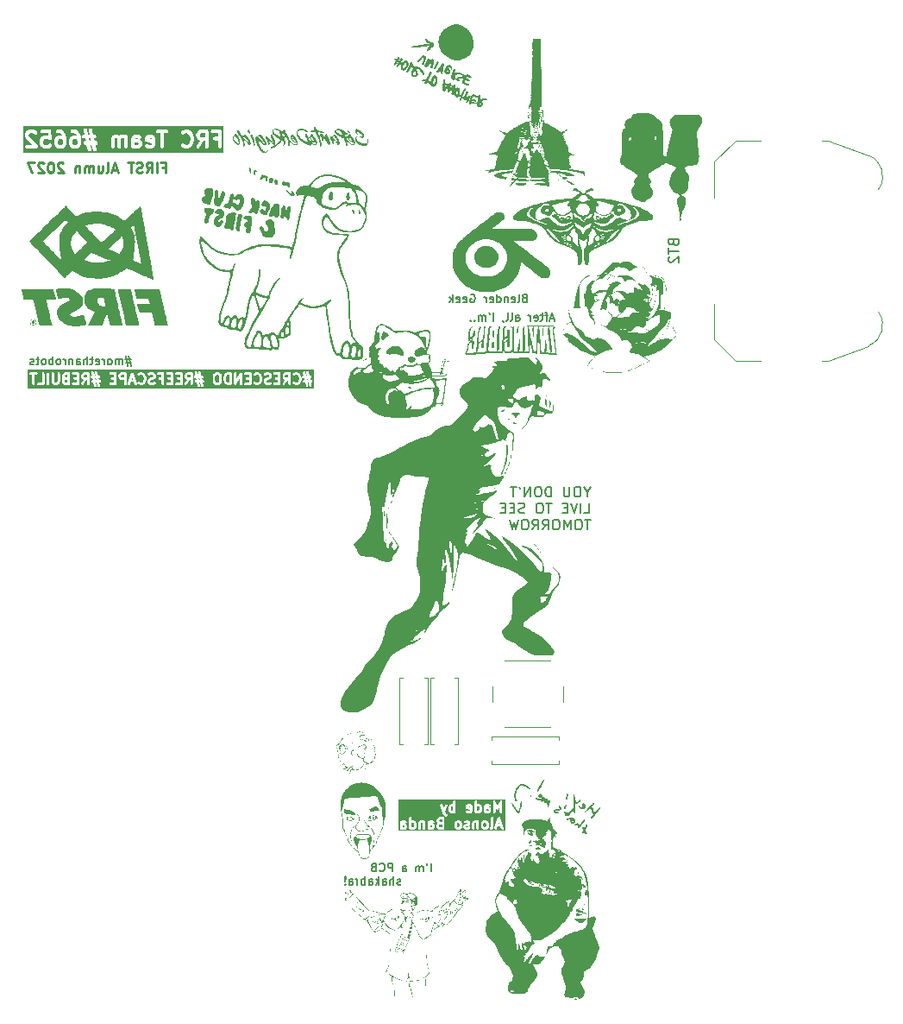
<source format=gbr>
%TF.GenerationSoftware,KiCad,Pcbnew,9.0.1*%
%TF.CreationDate,2025-04-28T16:37:29-06:00*%
%TF.ProjectId,Now were talkin,4e6f7720-7765-4726-9520-74616c6b696e,rev?*%
%TF.SameCoordinates,Original*%
%TF.FileFunction,Legend,Bot*%
%TF.FilePolarity,Positive*%
%FSLAX46Y46*%
G04 Gerber Fmt 4.6, Leading zero omitted, Abs format (unit mm)*
G04 Created by KiCad (PCBNEW 9.0.1) date 2025-04-28 16:37:29*
%MOMM*%
%LPD*%
G01*
G04 APERTURE LIST*
%ADD10C,0.160000*%
%ADD11C,0.150000*%
%ADD12C,0.250000*%
%ADD13C,0.350000*%
%ADD14C,0.120000*%
%ADD15C,0.000000*%
G04 APERTURE END LIST*
D10*
X136742356Y-117360441D02*
X136170927Y-117360441D01*
X136513784Y-117017584D02*
X136742356Y-118046156D01*
X136247117Y-117703299D02*
X136818546Y-117703299D01*
X136475689Y-118046156D02*
X136247117Y-117017584D01*
X135904260Y-117893775D02*
X135904260Y-117360441D01*
X135904260Y-117436632D02*
X135866165Y-117398537D01*
X135866165Y-117398537D02*
X135789975Y-117360441D01*
X135789975Y-117360441D02*
X135675689Y-117360441D01*
X135675689Y-117360441D02*
X135599498Y-117398537D01*
X135599498Y-117398537D02*
X135561403Y-117474727D01*
X135561403Y-117474727D02*
X135561403Y-117893775D01*
X135561403Y-117474727D02*
X135523308Y-117398537D01*
X135523308Y-117398537D02*
X135447117Y-117360441D01*
X135447117Y-117360441D02*
X135332832Y-117360441D01*
X135332832Y-117360441D02*
X135256641Y-117398537D01*
X135256641Y-117398537D02*
X135218546Y-117474727D01*
X135218546Y-117474727D02*
X135218546Y-117893775D01*
X134723308Y-117893775D02*
X134799498Y-117855680D01*
X134799498Y-117855680D02*
X134837593Y-117817584D01*
X134837593Y-117817584D02*
X134875689Y-117741394D01*
X134875689Y-117741394D02*
X134875689Y-117512822D01*
X134875689Y-117512822D02*
X134837593Y-117436632D01*
X134837593Y-117436632D02*
X134799498Y-117398537D01*
X134799498Y-117398537D02*
X134723308Y-117360441D01*
X134723308Y-117360441D02*
X134609022Y-117360441D01*
X134609022Y-117360441D02*
X134532831Y-117398537D01*
X134532831Y-117398537D02*
X134494736Y-117436632D01*
X134494736Y-117436632D02*
X134456641Y-117512822D01*
X134456641Y-117512822D02*
X134456641Y-117741394D01*
X134456641Y-117741394D02*
X134494736Y-117817584D01*
X134494736Y-117817584D02*
X134532831Y-117855680D01*
X134532831Y-117855680D02*
X134609022Y-117893775D01*
X134609022Y-117893775D02*
X134723308Y-117893775D01*
X134113783Y-117893775D02*
X134113783Y-117360441D01*
X134113783Y-117512822D02*
X134075688Y-117436632D01*
X134075688Y-117436632D02*
X134037593Y-117398537D01*
X134037593Y-117398537D02*
X133961402Y-117360441D01*
X133961402Y-117360441D02*
X133885212Y-117360441D01*
X133313783Y-117855680D02*
X133389974Y-117893775D01*
X133389974Y-117893775D02*
X133542355Y-117893775D01*
X133542355Y-117893775D02*
X133618545Y-117855680D01*
X133618545Y-117855680D02*
X133656641Y-117779489D01*
X133656641Y-117779489D02*
X133656641Y-117474727D01*
X133656641Y-117474727D02*
X133618545Y-117398537D01*
X133618545Y-117398537D02*
X133542355Y-117360441D01*
X133542355Y-117360441D02*
X133389974Y-117360441D01*
X133389974Y-117360441D02*
X133313783Y-117398537D01*
X133313783Y-117398537D02*
X133275688Y-117474727D01*
X133275688Y-117474727D02*
X133275688Y-117550918D01*
X133275688Y-117550918D02*
X133656641Y-117627108D01*
X133047117Y-117360441D02*
X132742355Y-117360441D01*
X132932831Y-117093775D02*
X132932831Y-117779489D01*
X132932831Y-117779489D02*
X132894736Y-117855680D01*
X132894736Y-117855680D02*
X132818546Y-117893775D01*
X132818546Y-117893775D02*
X132742355Y-117893775D01*
X132475688Y-117893775D02*
X132475688Y-117093775D01*
X132132831Y-117893775D02*
X132132831Y-117474727D01*
X132132831Y-117474727D02*
X132170926Y-117398537D01*
X132170926Y-117398537D02*
X132247117Y-117360441D01*
X132247117Y-117360441D02*
X132361403Y-117360441D01*
X132361403Y-117360441D02*
X132437593Y-117398537D01*
X132437593Y-117398537D02*
X132475688Y-117436632D01*
X131409021Y-117893775D02*
X131409021Y-117474727D01*
X131409021Y-117474727D02*
X131447116Y-117398537D01*
X131447116Y-117398537D02*
X131523307Y-117360441D01*
X131523307Y-117360441D02*
X131675688Y-117360441D01*
X131675688Y-117360441D02*
X131751878Y-117398537D01*
X131409021Y-117855680D02*
X131485212Y-117893775D01*
X131485212Y-117893775D02*
X131675688Y-117893775D01*
X131675688Y-117893775D02*
X131751878Y-117855680D01*
X131751878Y-117855680D02*
X131789974Y-117779489D01*
X131789974Y-117779489D02*
X131789974Y-117703299D01*
X131789974Y-117703299D02*
X131751878Y-117627108D01*
X131751878Y-117627108D02*
X131675688Y-117589013D01*
X131675688Y-117589013D02*
X131485212Y-117589013D01*
X131485212Y-117589013D02*
X131409021Y-117550918D01*
X131028068Y-117360441D02*
X131028068Y-117893775D01*
X131028068Y-117436632D02*
X130989973Y-117398537D01*
X130989973Y-117398537D02*
X130913783Y-117360441D01*
X130913783Y-117360441D02*
X130799497Y-117360441D01*
X130799497Y-117360441D02*
X130723306Y-117398537D01*
X130723306Y-117398537D02*
X130685211Y-117474727D01*
X130685211Y-117474727D02*
X130685211Y-117893775D01*
X130304258Y-117893775D02*
X130304258Y-117360441D01*
X130304258Y-117512822D02*
X130266163Y-117436632D01*
X130266163Y-117436632D02*
X130228068Y-117398537D01*
X130228068Y-117398537D02*
X130151877Y-117360441D01*
X130151877Y-117360441D02*
X130075687Y-117360441D01*
X129694735Y-117893775D02*
X129770925Y-117855680D01*
X129770925Y-117855680D02*
X129809020Y-117817584D01*
X129809020Y-117817584D02*
X129847116Y-117741394D01*
X129847116Y-117741394D02*
X129847116Y-117512822D01*
X129847116Y-117512822D02*
X129809020Y-117436632D01*
X129809020Y-117436632D02*
X129770925Y-117398537D01*
X129770925Y-117398537D02*
X129694735Y-117360441D01*
X129694735Y-117360441D02*
X129580449Y-117360441D01*
X129580449Y-117360441D02*
X129504258Y-117398537D01*
X129504258Y-117398537D02*
X129466163Y-117436632D01*
X129466163Y-117436632D02*
X129428068Y-117512822D01*
X129428068Y-117512822D02*
X129428068Y-117741394D01*
X129428068Y-117741394D02*
X129466163Y-117817584D01*
X129466163Y-117817584D02*
X129504258Y-117855680D01*
X129504258Y-117855680D02*
X129580449Y-117893775D01*
X129580449Y-117893775D02*
X129694735Y-117893775D01*
X129085210Y-117893775D02*
X129085210Y-117093775D01*
X129085210Y-117398537D02*
X129009020Y-117360441D01*
X129009020Y-117360441D02*
X128856639Y-117360441D01*
X128856639Y-117360441D02*
X128780448Y-117398537D01*
X128780448Y-117398537D02*
X128742353Y-117436632D01*
X128742353Y-117436632D02*
X128704258Y-117512822D01*
X128704258Y-117512822D02*
X128704258Y-117741394D01*
X128704258Y-117741394D02*
X128742353Y-117817584D01*
X128742353Y-117817584D02*
X128780448Y-117855680D01*
X128780448Y-117855680D02*
X128856639Y-117893775D01*
X128856639Y-117893775D02*
X129009020Y-117893775D01*
X129009020Y-117893775D02*
X129085210Y-117855680D01*
X128247115Y-117893775D02*
X128323305Y-117855680D01*
X128323305Y-117855680D02*
X128361400Y-117817584D01*
X128361400Y-117817584D02*
X128399496Y-117741394D01*
X128399496Y-117741394D02*
X128399496Y-117512822D01*
X128399496Y-117512822D02*
X128361400Y-117436632D01*
X128361400Y-117436632D02*
X128323305Y-117398537D01*
X128323305Y-117398537D02*
X128247115Y-117360441D01*
X128247115Y-117360441D02*
X128132829Y-117360441D01*
X128132829Y-117360441D02*
X128056638Y-117398537D01*
X128056638Y-117398537D02*
X128018543Y-117436632D01*
X128018543Y-117436632D02*
X127980448Y-117512822D01*
X127980448Y-117512822D02*
X127980448Y-117741394D01*
X127980448Y-117741394D02*
X128018543Y-117817584D01*
X128018543Y-117817584D02*
X128056638Y-117855680D01*
X128056638Y-117855680D02*
X128132829Y-117893775D01*
X128132829Y-117893775D02*
X128247115Y-117893775D01*
X127751876Y-117360441D02*
X127447114Y-117360441D01*
X127637590Y-117093775D02*
X127637590Y-117779489D01*
X127637590Y-117779489D02*
X127599495Y-117855680D01*
X127599495Y-117855680D02*
X127523305Y-117893775D01*
X127523305Y-117893775D02*
X127447114Y-117893775D01*
X127218543Y-117855680D02*
X127142352Y-117893775D01*
X127142352Y-117893775D02*
X126989971Y-117893775D01*
X126989971Y-117893775D02*
X126913781Y-117855680D01*
X126913781Y-117855680D02*
X126875685Y-117779489D01*
X126875685Y-117779489D02*
X126875685Y-117741394D01*
X126875685Y-117741394D02*
X126913781Y-117665203D01*
X126913781Y-117665203D02*
X126989971Y-117627108D01*
X126989971Y-117627108D02*
X127104257Y-117627108D01*
X127104257Y-117627108D02*
X127180447Y-117589013D01*
X127180447Y-117589013D02*
X127218543Y-117512822D01*
X127218543Y-117512822D02*
X127218543Y-117474727D01*
X127218543Y-117474727D02*
X127180447Y-117398537D01*
X127180447Y-117398537D02*
X127104257Y-117360441D01*
X127104257Y-117360441D02*
X126989971Y-117360441D01*
X126989971Y-117360441D02*
X126913781Y-117398537D01*
X178315067Y-113383337D02*
X177934114Y-113383337D01*
X178391257Y-113611909D02*
X178124590Y-112811909D01*
X178124590Y-112811909D02*
X177857924Y-113611909D01*
X177705543Y-113078575D02*
X177400781Y-113078575D01*
X177591257Y-113611909D02*
X177591257Y-112926194D01*
X177591257Y-112926194D02*
X177553162Y-112850004D01*
X177553162Y-112850004D02*
X177476972Y-112811909D01*
X177476972Y-112811909D02*
X177400781Y-112811909D01*
X177248400Y-113078575D02*
X176943638Y-113078575D01*
X177134114Y-112811909D02*
X177134114Y-113497623D01*
X177134114Y-113497623D02*
X177096019Y-113573814D01*
X177096019Y-113573814D02*
X177019829Y-113611909D01*
X177019829Y-113611909D02*
X176943638Y-113611909D01*
X176372209Y-113573814D02*
X176448400Y-113611909D01*
X176448400Y-113611909D02*
X176600781Y-113611909D01*
X176600781Y-113611909D02*
X176676971Y-113573814D01*
X176676971Y-113573814D02*
X176715067Y-113497623D01*
X176715067Y-113497623D02*
X176715067Y-113192861D01*
X176715067Y-113192861D02*
X176676971Y-113116671D01*
X176676971Y-113116671D02*
X176600781Y-113078575D01*
X176600781Y-113078575D02*
X176448400Y-113078575D01*
X176448400Y-113078575D02*
X176372209Y-113116671D01*
X176372209Y-113116671D02*
X176334114Y-113192861D01*
X176334114Y-113192861D02*
X176334114Y-113269052D01*
X176334114Y-113269052D02*
X176715067Y-113345242D01*
X175991257Y-113611909D02*
X175991257Y-113078575D01*
X175991257Y-113230956D02*
X175953162Y-113154766D01*
X175953162Y-113154766D02*
X175915067Y-113116671D01*
X175915067Y-113116671D02*
X175838876Y-113078575D01*
X175838876Y-113078575D02*
X175762686Y-113078575D01*
X174543638Y-113611909D02*
X174543638Y-113192861D01*
X174543638Y-113192861D02*
X174581733Y-113116671D01*
X174581733Y-113116671D02*
X174657924Y-113078575D01*
X174657924Y-113078575D02*
X174810305Y-113078575D01*
X174810305Y-113078575D02*
X174886495Y-113116671D01*
X174543638Y-113573814D02*
X174619829Y-113611909D01*
X174619829Y-113611909D02*
X174810305Y-113611909D01*
X174810305Y-113611909D02*
X174886495Y-113573814D01*
X174886495Y-113573814D02*
X174924591Y-113497623D01*
X174924591Y-113497623D02*
X174924591Y-113421433D01*
X174924591Y-113421433D02*
X174886495Y-113345242D01*
X174886495Y-113345242D02*
X174810305Y-113307147D01*
X174810305Y-113307147D02*
X174619829Y-113307147D01*
X174619829Y-113307147D02*
X174543638Y-113269052D01*
X174048400Y-113611909D02*
X174124590Y-113573814D01*
X174124590Y-113573814D02*
X174162685Y-113497623D01*
X174162685Y-113497623D02*
X174162685Y-112811909D01*
X173629352Y-113611909D02*
X173705542Y-113573814D01*
X173705542Y-113573814D02*
X173743637Y-113497623D01*
X173743637Y-113497623D02*
X173743637Y-112811909D01*
X173286494Y-113573814D02*
X173286494Y-113611909D01*
X173286494Y-113611909D02*
X173324589Y-113688099D01*
X173324589Y-113688099D02*
X173362685Y-113726194D01*
X172334113Y-113611909D02*
X172334113Y-112811909D01*
X171915066Y-112811909D02*
X171991257Y-112964290D01*
X171572209Y-113611909D02*
X171572209Y-113078575D01*
X171572209Y-113154766D02*
X171534114Y-113116671D01*
X171534114Y-113116671D02*
X171457924Y-113078575D01*
X171457924Y-113078575D02*
X171343638Y-113078575D01*
X171343638Y-113078575D02*
X171267447Y-113116671D01*
X171267447Y-113116671D02*
X171229352Y-113192861D01*
X171229352Y-113192861D02*
X171229352Y-113611909D01*
X171229352Y-113192861D02*
X171191257Y-113116671D01*
X171191257Y-113116671D02*
X171115066Y-113078575D01*
X171115066Y-113078575D02*
X171000781Y-113078575D01*
X171000781Y-113078575D02*
X170924590Y-113116671D01*
X170924590Y-113116671D02*
X170886495Y-113192861D01*
X170886495Y-113192861D02*
X170886495Y-113611909D01*
X170505542Y-113535718D02*
X170467447Y-113573814D01*
X170467447Y-113573814D02*
X170505542Y-113611909D01*
X170505542Y-113611909D02*
X170543638Y-113573814D01*
X170543638Y-113573814D02*
X170505542Y-113535718D01*
X170505542Y-113535718D02*
X170505542Y-113611909D01*
X170124590Y-113535718D02*
X170086495Y-113573814D01*
X170086495Y-113573814D02*
X170124590Y-113611909D01*
X170124590Y-113611909D02*
X170162686Y-113573814D01*
X170162686Y-113573814D02*
X170124590Y-113535718D01*
X170124590Y-113535718D02*
X170124590Y-113611909D01*
X175393026Y-111359411D02*
X175278740Y-111397506D01*
X175278740Y-111397506D02*
X175240645Y-111435602D01*
X175240645Y-111435602D02*
X175202549Y-111511792D01*
X175202549Y-111511792D02*
X175202549Y-111626078D01*
X175202549Y-111626078D02*
X175240645Y-111702268D01*
X175240645Y-111702268D02*
X175278740Y-111740364D01*
X175278740Y-111740364D02*
X175354930Y-111778459D01*
X175354930Y-111778459D02*
X175659692Y-111778459D01*
X175659692Y-111778459D02*
X175659692Y-110978459D01*
X175659692Y-110978459D02*
X175393026Y-110978459D01*
X175393026Y-110978459D02*
X175316835Y-111016554D01*
X175316835Y-111016554D02*
X175278740Y-111054649D01*
X175278740Y-111054649D02*
X175240645Y-111130840D01*
X175240645Y-111130840D02*
X175240645Y-111207030D01*
X175240645Y-111207030D02*
X175278740Y-111283221D01*
X175278740Y-111283221D02*
X175316835Y-111321316D01*
X175316835Y-111321316D02*
X175393026Y-111359411D01*
X175393026Y-111359411D02*
X175659692Y-111359411D01*
X174745407Y-111778459D02*
X174821597Y-111740364D01*
X174821597Y-111740364D02*
X174859692Y-111664173D01*
X174859692Y-111664173D02*
X174859692Y-110978459D01*
X174135882Y-111740364D02*
X174212073Y-111778459D01*
X174212073Y-111778459D02*
X174364454Y-111778459D01*
X174364454Y-111778459D02*
X174440644Y-111740364D01*
X174440644Y-111740364D02*
X174478740Y-111664173D01*
X174478740Y-111664173D02*
X174478740Y-111359411D01*
X174478740Y-111359411D02*
X174440644Y-111283221D01*
X174440644Y-111283221D02*
X174364454Y-111245125D01*
X174364454Y-111245125D02*
X174212073Y-111245125D01*
X174212073Y-111245125D02*
X174135882Y-111283221D01*
X174135882Y-111283221D02*
X174097787Y-111359411D01*
X174097787Y-111359411D02*
X174097787Y-111435602D01*
X174097787Y-111435602D02*
X174478740Y-111511792D01*
X173754930Y-111245125D02*
X173754930Y-111778459D01*
X173754930Y-111321316D02*
X173716835Y-111283221D01*
X173716835Y-111283221D02*
X173640645Y-111245125D01*
X173640645Y-111245125D02*
X173526359Y-111245125D01*
X173526359Y-111245125D02*
X173450168Y-111283221D01*
X173450168Y-111283221D02*
X173412073Y-111359411D01*
X173412073Y-111359411D02*
X173412073Y-111778459D01*
X172688263Y-111778459D02*
X172688263Y-110978459D01*
X172688263Y-111740364D02*
X172764454Y-111778459D01*
X172764454Y-111778459D02*
X172916835Y-111778459D01*
X172916835Y-111778459D02*
X172993025Y-111740364D01*
X172993025Y-111740364D02*
X173031120Y-111702268D01*
X173031120Y-111702268D02*
X173069216Y-111626078D01*
X173069216Y-111626078D02*
X173069216Y-111397506D01*
X173069216Y-111397506D02*
X173031120Y-111321316D01*
X173031120Y-111321316D02*
X172993025Y-111283221D01*
X172993025Y-111283221D02*
X172916835Y-111245125D01*
X172916835Y-111245125D02*
X172764454Y-111245125D01*
X172764454Y-111245125D02*
X172688263Y-111283221D01*
X172002548Y-111740364D02*
X172078739Y-111778459D01*
X172078739Y-111778459D02*
X172231120Y-111778459D01*
X172231120Y-111778459D02*
X172307310Y-111740364D01*
X172307310Y-111740364D02*
X172345406Y-111664173D01*
X172345406Y-111664173D02*
X172345406Y-111359411D01*
X172345406Y-111359411D02*
X172307310Y-111283221D01*
X172307310Y-111283221D02*
X172231120Y-111245125D01*
X172231120Y-111245125D02*
X172078739Y-111245125D01*
X172078739Y-111245125D02*
X172002548Y-111283221D01*
X172002548Y-111283221D02*
X171964453Y-111359411D01*
X171964453Y-111359411D02*
X171964453Y-111435602D01*
X171964453Y-111435602D02*
X172345406Y-111511792D01*
X171621596Y-111778459D02*
X171621596Y-111245125D01*
X171621596Y-111397506D02*
X171583501Y-111321316D01*
X171583501Y-111321316D02*
X171545406Y-111283221D01*
X171545406Y-111283221D02*
X171469215Y-111245125D01*
X171469215Y-111245125D02*
X171393025Y-111245125D01*
X170097787Y-111016554D02*
X170173977Y-110978459D01*
X170173977Y-110978459D02*
X170288263Y-110978459D01*
X170288263Y-110978459D02*
X170402549Y-111016554D01*
X170402549Y-111016554D02*
X170478739Y-111092744D01*
X170478739Y-111092744D02*
X170516834Y-111168935D01*
X170516834Y-111168935D02*
X170554930Y-111321316D01*
X170554930Y-111321316D02*
X170554930Y-111435602D01*
X170554930Y-111435602D02*
X170516834Y-111587983D01*
X170516834Y-111587983D02*
X170478739Y-111664173D01*
X170478739Y-111664173D02*
X170402549Y-111740364D01*
X170402549Y-111740364D02*
X170288263Y-111778459D01*
X170288263Y-111778459D02*
X170212072Y-111778459D01*
X170212072Y-111778459D02*
X170097787Y-111740364D01*
X170097787Y-111740364D02*
X170059691Y-111702268D01*
X170059691Y-111702268D02*
X170059691Y-111435602D01*
X170059691Y-111435602D02*
X170212072Y-111435602D01*
X169412072Y-111740364D02*
X169488263Y-111778459D01*
X169488263Y-111778459D02*
X169640644Y-111778459D01*
X169640644Y-111778459D02*
X169716834Y-111740364D01*
X169716834Y-111740364D02*
X169754930Y-111664173D01*
X169754930Y-111664173D02*
X169754930Y-111359411D01*
X169754930Y-111359411D02*
X169716834Y-111283221D01*
X169716834Y-111283221D02*
X169640644Y-111245125D01*
X169640644Y-111245125D02*
X169488263Y-111245125D01*
X169488263Y-111245125D02*
X169412072Y-111283221D01*
X169412072Y-111283221D02*
X169373977Y-111359411D01*
X169373977Y-111359411D02*
X169373977Y-111435602D01*
X169373977Y-111435602D02*
X169754930Y-111511792D01*
X168726358Y-111740364D02*
X168802549Y-111778459D01*
X168802549Y-111778459D02*
X168954930Y-111778459D01*
X168954930Y-111778459D02*
X169031120Y-111740364D01*
X169031120Y-111740364D02*
X169069216Y-111664173D01*
X169069216Y-111664173D02*
X169069216Y-111359411D01*
X169069216Y-111359411D02*
X169031120Y-111283221D01*
X169031120Y-111283221D02*
X168954930Y-111245125D01*
X168954930Y-111245125D02*
X168802549Y-111245125D01*
X168802549Y-111245125D02*
X168726358Y-111283221D01*
X168726358Y-111283221D02*
X168688263Y-111359411D01*
X168688263Y-111359411D02*
X168688263Y-111435602D01*
X168688263Y-111435602D02*
X169069216Y-111511792D01*
X168345406Y-111778459D02*
X168345406Y-110978459D01*
X168269216Y-111473697D02*
X168040644Y-111778459D01*
X168040644Y-111245125D02*
X168345406Y-111549887D01*
D11*
X181545455Y-130391874D02*
X181545455Y-130868065D01*
X181878788Y-129868065D02*
X181545455Y-130391874D01*
X181545455Y-130391874D02*
X181212122Y-129868065D01*
X180688312Y-129868065D02*
X180497836Y-129868065D01*
X180497836Y-129868065D02*
X180402598Y-129915684D01*
X180402598Y-129915684D02*
X180307360Y-130010922D01*
X180307360Y-130010922D02*
X180259741Y-130201398D01*
X180259741Y-130201398D02*
X180259741Y-130534731D01*
X180259741Y-130534731D02*
X180307360Y-130725207D01*
X180307360Y-130725207D02*
X180402598Y-130820446D01*
X180402598Y-130820446D02*
X180497836Y-130868065D01*
X180497836Y-130868065D02*
X180688312Y-130868065D01*
X180688312Y-130868065D02*
X180783550Y-130820446D01*
X180783550Y-130820446D02*
X180878788Y-130725207D01*
X180878788Y-130725207D02*
X180926407Y-130534731D01*
X180926407Y-130534731D02*
X180926407Y-130201398D01*
X180926407Y-130201398D02*
X180878788Y-130010922D01*
X180878788Y-130010922D02*
X180783550Y-129915684D01*
X180783550Y-129915684D02*
X180688312Y-129868065D01*
X179831169Y-129868065D02*
X179831169Y-130677588D01*
X179831169Y-130677588D02*
X179783550Y-130772826D01*
X179783550Y-130772826D02*
X179735931Y-130820446D01*
X179735931Y-130820446D02*
X179640693Y-130868065D01*
X179640693Y-130868065D02*
X179450217Y-130868065D01*
X179450217Y-130868065D02*
X179354979Y-130820446D01*
X179354979Y-130820446D02*
X179307360Y-130772826D01*
X179307360Y-130772826D02*
X179259741Y-130677588D01*
X179259741Y-130677588D02*
X179259741Y-129868065D01*
X178021645Y-130868065D02*
X178021645Y-129868065D01*
X178021645Y-129868065D02*
X177783550Y-129868065D01*
X177783550Y-129868065D02*
X177640693Y-129915684D01*
X177640693Y-129915684D02*
X177545455Y-130010922D01*
X177545455Y-130010922D02*
X177497836Y-130106160D01*
X177497836Y-130106160D02*
X177450217Y-130296636D01*
X177450217Y-130296636D02*
X177450217Y-130439493D01*
X177450217Y-130439493D02*
X177497836Y-130629969D01*
X177497836Y-130629969D02*
X177545455Y-130725207D01*
X177545455Y-130725207D02*
X177640693Y-130820446D01*
X177640693Y-130820446D02*
X177783550Y-130868065D01*
X177783550Y-130868065D02*
X178021645Y-130868065D01*
X176831169Y-129868065D02*
X176640693Y-129868065D01*
X176640693Y-129868065D02*
X176545455Y-129915684D01*
X176545455Y-129915684D02*
X176450217Y-130010922D01*
X176450217Y-130010922D02*
X176402598Y-130201398D01*
X176402598Y-130201398D02*
X176402598Y-130534731D01*
X176402598Y-130534731D02*
X176450217Y-130725207D01*
X176450217Y-130725207D02*
X176545455Y-130820446D01*
X176545455Y-130820446D02*
X176640693Y-130868065D01*
X176640693Y-130868065D02*
X176831169Y-130868065D01*
X176831169Y-130868065D02*
X176926407Y-130820446D01*
X176926407Y-130820446D02*
X177021645Y-130725207D01*
X177021645Y-130725207D02*
X177069264Y-130534731D01*
X177069264Y-130534731D02*
X177069264Y-130201398D01*
X177069264Y-130201398D02*
X177021645Y-130010922D01*
X177021645Y-130010922D02*
X176926407Y-129915684D01*
X176926407Y-129915684D02*
X176831169Y-129868065D01*
X175974026Y-130868065D02*
X175974026Y-129868065D01*
X175974026Y-129868065D02*
X175402598Y-130868065D01*
X175402598Y-130868065D02*
X175402598Y-129868065D01*
X174878788Y-129868065D02*
X174974026Y-130058541D01*
X174593074Y-129868065D02*
X174021646Y-129868065D01*
X174307360Y-130868065D02*
X174307360Y-129868065D01*
X181259741Y-132478009D02*
X181735931Y-132478009D01*
X181735931Y-132478009D02*
X181735931Y-131478009D01*
X180926407Y-132478009D02*
X180926407Y-131478009D01*
X180593074Y-131478009D02*
X180259741Y-132478009D01*
X180259741Y-132478009D02*
X179926408Y-131478009D01*
X179593074Y-131954199D02*
X179259741Y-131954199D01*
X179116884Y-132478009D02*
X179593074Y-132478009D01*
X179593074Y-132478009D02*
X179593074Y-131478009D01*
X179593074Y-131478009D02*
X179116884Y-131478009D01*
X178069264Y-131478009D02*
X177497836Y-131478009D01*
X177783550Y-132478009D02*
X177783550Y-131478009D01*
X176974026Y-131478009D02*
X176783550Y-131478009D01*
X176783550Y-131478009D02*
X176688312Y-131525628D01*
X176688312Y-131525628D02*
X176593074Y-131620866D01*
X176593074Y-131620866D02*
X176545455Y-131811342D01*
X176545455Y-131811342D02*
X176545455Y-132144675D01*
X176545455Y-132144675D02*
X176593074Y-132335151D01*
X176593074Y-132335151D02*
X176688312Y-132430390D01*
X176688312Y-132430390D02*
X176783550Y-132478009D01*
X176783550Y-132478009D02*
X176974026Y-132478009D01*
X176974026Y-132478009D02*
X177069264Y-132430390D01*
X177069264Y-132430390D02*
X177164502Y-132335151D01*
X177164502Y-132335151D02*
X177212121Y-132144675D01*
X177212121Y-132144675D02*
X177212121Y-131811342D01*
X177212121Y-131811342D02*
X177164502Y-131620866D01*
X177164502Y-131620866D02*
X177069264Y-131525628D01*
X177069264Y-131525628D02*
X176974026Y-131478009D01*
X175402597Y-132430390D02*
X175259740Y-132478009D01*
X175259740Y-132478009D02*
X175021645Y-132478009D01*
X175021645Y-132478009D02*
X174926407Y-132430390D01*
X174926407Y-132430390D02*
X174878788Y-132382770D01*
X174878788Y-132382770D02*
X174831169Y-132287532D01*
X174831169Y-132287532D02*
X174831169Y-132192294D01*
X174831169Y-132192294D02*
X174878788Y-132097056D01*
X174878788Y-132097056D02*
X174926407Y-132049437D01*
X174926407Y-132049437D02*
X175021645Y-132001818D01*
X175021645Y-132001818D02*
X175212121Y-131954199D01*
X175212121Y-131954199D02*
X175307359Y-131906580D01*
X175307359Y-131906580D02*
X175354978Y-131858961D01*
X175354978Y-131858961D02*
X175402597Y-131763723D01*
X175402597Y-131763723D02*
X175402597Y-131668485D01*
X175402597Y-131668485D02*
X175354978Y-131573247D01*
X175354978Y-131573247D02*
X175307359Y-131525628D01*
X175307359Y-131525628D02*
X175212121Y-131478009D01*
X175212121Y-131478009D02*
X174974026Y-131478009D01*
X174974026Y-131478009D02*
X174831169Y-131525628D01*
X174402597Y-131954199D02*
X174069264Y-131954199D01*
X173926407Y-132478009D02*
X174402597Y-132478009D01*
X174402597Y-132478009D02*
X174402597Y-131478009D01*
X174402597Y-131478009D02*
X173926407Y-131478009D01*
X173497835Y-131954199D02*
X173164502Y-131954199D01*
X173021645Y-132478009D02*
X173497835Y-132478009D01*
X173497835Y-132478009D02*
X173497835Y-131478009D01*
X173497835Y-131478009D02*
X173021645Y-131478009D01*
X181878788Y-133087953D02*
X181307360Y-133087953D01*
X181593074Y-134087953D02*
X181593074Y-133087953D01*
X180783550Y-133087953D02*
X180593074Y-133087953D01*
X180593074Y-133087953D02*
X180497836Y-133135572D01*
X180497836Y-133135572D02*
X180402598Y-133230810D01*
X180402598Y-133230810D02*
X180354979Y-133421286D01*
X180354979Y-133421286D02*
X180354979Y-133754619D01*
X180354979Y-133754619D02*
X180402598Y-133945095D01*
X180402598Y-133945095D02*
X180497836Y-134040334D01*
X180497836Y-134040334D02*
X180593074Y-134087953D01*
X180593074Y-134087953D02*
X180783550Y-134087953D01*
X180783550Y-134087953D02*
X180878788Y-134040334D01*
X180878788Y-134040334D02*
X180974026Y-133945095D01*
X180974026Y-133945095D02*
X181021645Y-133754619D01*
X181021645Y-133754619D02*
X181021645Y-133421286D01*
X181021645Y-133421286D02*
X180974026Y-133230810D01*
X180974026Y-133230810D02*
X180878788Y-133135572D01*
X180878788Y-133135572D02*
X180783550Y-133087953D01*
X179926407Y-134087953D02*
X179926407Y-133087953D01*
X179926407Y-133087953D02*
X179593074Y-133802238D01*
X179593074Y-133802238D02*
X179259741Y-133087953D01*
X179259741Y-133087953D02*
X179259741Y-134087953D01*
X178593074Y-133087953D02*
X178402598Y-133087953D01*
X178402598Y-133087953D02*
X178307360Y-133135572D01*
X178307360Y-133135572D02*
X178212122Y-133230810D01*
X178212122Y-133230810D02*
X178164503Y-133421286D01*
X178164503Y-133421286D02*
X178164503Y-133754619D01*
X178164503Y-133754619D02*
X178212122Y-133945095D01*
X178212122Y-133945095D02*
X178307360Y-134040334D01*
X178307360Y-134040334D02*
X178402598Y-134087953D01*
X178402598Y-134087953D02*
X178593074Y-134087953D01*
X178593074Y-134087953D02*
X178688312Y-134040334D01*
X178688312Y-134040334D02*
X178783550Y-133945095D01*
X178783550Y-133945095D02*
X178831169Y-133754619D01*
X178831169Y-133754619D02*
X178831169Y-133421286D01*
X178831169Y-133421286D02*
X178783550Y-133230810D01*
X178783550Y-133230810D02*
X178688312Y-133135572D01*
X178688312Y-133135572D02*
X178593074Y-133087953D01*
X177164503Y-134087953D02*
X177497836Y-133611762D01*
X177735931Y-134087953D02*
X177735931Y-133087953D01*
X177735931Y-133087953D02*
X177354979Y-133087953D01*
X177354979Y-133087953D02*
X177259741Y-133135572D01*
X177259741Y-133135572D02*
X177212122Y-133183191D01*
X177212122Y-133183191D02*
X177164503Y-133278429D01*
X177164503Y-133278429D02*
X177164503Y-133421286D01*
X177164503Y-133421286D02*
X177212122Y-133516524D01*
X177212122Y-133516524D02*
X177259741Y-133564143D01*
X177259741Y-133564143D02*
X177354979Y-133611762D01*
X177354979Y-133611762D02*
X177735931Y-133611762D01*
X176164503Y-134087953D02*
X176497836Y-133611762D01*
X176735931Y-134087953D02*
X176735931Y-133087953D01*
X176735931Y-133087953D02*
X176354979Y-133087953D01*
X176354979Y-133087953D02*
X176259741Y-133135572D01*
X176259741Y-133135572D02*
X176212122Y-133183191D01*
X176212122Y-133183191D02*
X176164503Y-133278429D01*
X176164503Y-133278429D02*
X176164503Y-133421286D01*
X176164503Y-133421286D02*
X176212122Y-133516524D01*
X176212122Y-133516524D02*
X176259741Y-133564143D01*
X176259741Y-133564143D02*
X176354979Y-133611762D01*
X176354979Y-133611762D02*
X176735931Y-133611762D01*
X175545455Y-133087953D02*
X175354979Y-133087953D01*
X175354979Y-133087953D02*
X175259741Y-133135572D01*
X175259741Y-133135572D02*
X175164503Y-133230810D01*
X175164503Y-133230810D02*
X175116884Y-133421286D01*
X175116884Y-133421286D02*
X175116884Y-133754619D01*
X175116884Y-133754619D02*
X175164503Y-133945095D01*
X175164503Y-133945095D02*
X175259741Y-134040334D01*
X175259741Y-134040334D02*
X175354979Y-134087953D01*
X175354979Y-134087953D02*
X175545455Y-134087953D01*
X175545455Y-134087953D02*
X175640693Y-134040334D01*
X175640693Y-134040334D02*
X175735931Y-133945095D01*
X175735931Y-133945095D02*
X175783550Y-133754619D01*
X175783550Y-133754619D02*
X175783550Y-133421286D01*
X175783550Y-133421286D02*
X175735931Y-133230810D01*
X175735931Y-133230810D02*
X175640693Y-133135572D01*
X175640693Y-133135572D02*
X175545455Y-133087953D01*
X174783550Y-133087953D02*
X174545455Y-134087953D01*
X174545455Y-134087953D02*
X174354979Y-133373667D01*
X174354979Y-133373667D02*
X174164503Y-134087953D01*
X174164503Y-134087953D02*
X173926408Y-133087953D01*
D12*
G36*
X133371150Y-119404513D02*
G01*
X133293915Y-119404513D01*
X133254233Y-119225942D01*
X133331468Y-119225942D01*
X133371150Y-119404513D01*
G37*
G36*
X143514008Y-119404513D02*
G01*
X143436773Y-119404513D01*
X143397091Y-119225942D01*
X143474326Y-119225942D01*
X143514008Y-119404513D01*
G37*
G36*
X154133056Y-119404513D02*
G01*
X154055821Y-119404513D01*
X154016139Y-119225942D01*
X154093374Y-119225942D01*
X154133056Y-119404513D01*
G37*
G36*
X130544834Y-119642609D02*
G01*
X130318391Y-119642609D01*
X130267689Y-119617258D01*
X130248757Y-119598326D01*
X130223406Y-119547624D01*
X130223406Y-119463783D01*
X130248756Y-119413081D01*
X130261167Y-119400671D01*
X130356787Y-119368799D01*
X130544834Y-119368799D01*
X130544834Y-119642609D01*
G37*
G36*
X130544834Y-119118799D02*
G01*
X130366010Y-119118799D01*
X130315308Y-119093448D01*
X130296375Y-119074516D01*
X130271025Y-119023815D01*
X130271025Y-118987593D01*
X130296375Y-118936891D01*
X130315308Y-118917959D01*
X130366010Y-118892609D01*
X130544834Y-118892609D01*
X130544834Y-119118799D01*
G37*
G36*
X145357696Y-118917960D02*
G01*
X145414107Y-118974371D01*
X145449597Y-119116331D01*
X145449597Y-119418886D01*
X145414107Y-119560845D01*
X145357693Y-119617259D01*
X145306994Y-119642609D01*
X145175535Y-119642609D01*
X145124834Y-119617258D01*
X145068420Y-119560845D01*
X145032931Y-119418886D01*
X145032931Y-119116331D01*
X145068421Y-118974371D01*
X145124831Y-118917960D01*
X145175535Y-118892609D01*
X145306994Y-118892609D01*
X145357696Y-118917960D01*
G37*
G36*
X146401978Y-119642609D02*
G01*
X146309169Y-119642609D01*
X146213550Y-119610736D01*
X146153519Y-119550705D01*
X146121109Y-119485886D01*
X146080550Y-119323648D01*
X146080550Y-119211569D01*
X146121109Y-119049331D01*
X146153520Y-118984510D01*
X146213548Y-118924481D01*
X146309169Y-118892609D01*
X146401978Y-118892609D01*
X146401978Y-119642609D01*
G37*
G36*
X132449596Y-119166418D02*
G01*
X132223153Y-119166418D01*
X132172451Y-119141067D01*
X132153518Y-119122135D01*
X132128168Y-119071434D01*
X132128168Y-118987593D01*
X132153518Y-118936891D01*
X132172451Y-118917959D01*
X132223153Y-118892609D01*
X132449596Y-118892609D01*
X132449596Y-119166418D01*
G37*
G36*
X142592454Y-119166418D02*
G01*
X142366011Y-119166418D01*
X142315309Y-119141067D01*
X142296376Y-119122135D01*
X142271026Y-119071434D01*
X142271026Y-118987593D01*
X142296376Y-118936891D01*
X142315309Y-118917959D01*
X142366011Y-118892609D01*
X142592454Y-118892609D01*
X142592454Y-119166418D01*
G37*
G36*
X152211502Y-119166418D02*
G01*
X151985059Y-119166418D01*
X151934357Y-119141067D01*
X151915424Y-119122135D01*
X151890074Y-119071434D01*
X151890074Y-118987593D01*
X151915424Y-118936891D01*
X151934357Y-118917959D01*
X151985059Y-118892609D01*
X152211502Y-118892609D01*
X152211502Y-119166418D01*
G37*
G36*
X136972597Y-119356894D02*
G01*
X136843263Y-119356894D01*
X136907929Y-119162893D01*
X136972597Y-119356894D01*
G37*
G36*
X136116263Y-119166418D02*
G01*
X135889820Y-119166418D01*
X135839118Y-119141067D01*
X135820185Y-119122135D01*
X135794835Y-119071434D01*
X135794835Y-118987593D01*
X135820185Y-118936891D01*
X135839118Y-118917959D01*
X135889820Y-118892609D01*
X136116263Y-118892609D01*
X136116263Y-119166418D01*
G37*
G36*
X154726957Y-120208053D02*
G01*
X126660332Y-120208053D01*
X126660332Y-118743223D01*
X126785332Y-118743223D01*
X126785332Y-118791995D01*
X126803996Y-118837055D01*
X126838484Y-118871543D01*
X126883544Y-118890207D01*
X126907930Y-118892609D01*
X127068644Y-118892609D01*
X127068644Y-119767609D01*
X127071046Y-119791995D01*
X127089710Y-119837055D01*
X127124198Y-119871543D01*
X127169258Y-119890207D01*
X127218030Y-119890207D01*
X127263090Y-119871543D01*
X127297578Y-119837055D01*
X127316242Y-119791995D01*
X127318644Y-119767609D01*
X127318644Y-119743223D01*
X127547237Y-119743223D01*
X127547237Y-119791995D01*
X127565901Y-119837055D01*
X127600389Y-119871543D01*
X127645449Y-119890207D01*
X127669835Y-119892609D01*
X128146025Y-119892609D01*
X128170411Y-119890207D01*
X128215471Y-119871543D01*
X128249959Y-119837055D01*
X128268623Y-119791995D01*
X128271025Y-119767609D01*
X128271025Y-118767609D01*
X128497215Y-118767609D01*
X128497215Y-119767609D01*
X128499617Y-119791995D01*
X128518281Y-119837055D01*
X128552769Y-119871543D01*
X128597829Y-119890207D01*
X128646601Y-119890207D01*
X128691661Y-119871543D01*
X128726149Y-119837055D01*
X128744813Y-119791995D01*
X128747215Y-119767609D01*
X128747215Y-118767609D01*
X128973406Y-118767609D01*
X128973406Y-119577132D01*
X128975808Y-119601518D01*
X128977526Y-119605666D01*
X128977845Y-119610148D01*
X128986603Y-119633034D01*
X129034221Y-119728271D01*
X129040828Y-119738767D01*
X129042091Y-119741815D01*
X129044908Y-119745248D01*
X129047276Y-119749009D01*
X129049770Y-119751172D01*
X129057636Y-119760757D01*
X129105255Y-119808377D01*
X129114843Y-119816246D01*
X129117005Y-119818739D01*
X129120759Y-119821102D01*
X129124196Y-119823923D01*
X129127249Y-119825187D01*
X129137742Y-119831793D01*
X129232980Y-119879412D01*
X129255866Y-119888170D01*
X129260346Y-119888488D01*
X129264496Y-119890207D01*
X129288882Y-119892609D01*
X129479358Y-119892609D01*
X129503744Y-119890207D01*
X129507892Y-119888488D01*
X129512374Y-119888170D01*
X129535260Y-119879412D01*
X129630497Y-119831794D01*
X129640993Y-119825186D01*
X129644043Y-119823923D01*
X129647476Y-119821104D01*
X129651235Y-119818739D01*
X129653397Y-119816245D01*
X129662985Y-119808377D01*
X129710604Y-119760758D01*
X129718471Y-119751170D01*
X129720964Y-119749009D01*
X129723330Y-119745249D01*
X129726149Y-119741815D01*
X129727411Y-119738766D01*
X129734018Y-119728272D01*
X129781637Y-119633034D01*
X129790395Y-119610148D01*
X129790713Y-119605667D01*
X129792432Y-119601518D01*
X129794834Y-119577132D01*
X129794834Y-119434275D01*
X129973406Y-119434275D01*
X129973406Y-119577132D01*
X129975808Y-119601518D01*
X129977526Y-119605666D01*
X129977845Y-119610148D01*
X129986603Y-119633034D01*
X130034221Y-119728271D01*
X130040828Y-119738767D01*
X130042091Y-119741815D01*
X130044908Y-119745248D01*
X130047276Y-119749009D01*
X130049770Y-119751172D01*
X130057636Y-119760757D01*
X130105255Y-119808377D01*
X130114843Y-119816246D01*
X130117005Y-119818739D01*
X130120759Y-119821102D01*
X130124196Y-119823923D01*
X130127249Y-119825187D01*
X130137742Y-119831793D01*
X130232980Y-119879412D01*
X130255866Y-119888170D01*
X130260346Y-119888488D01*
X130264496Y-119890207D01*
X130288882Y-119892609D01*
X130669834Y-119892609D01*
X130694220Y-119890207D01*
X130739280Y-119871543D01*
X130773768Y-119837055D01*
X130792432Y-119791995D01*
X130794834Y-119767609D01*
X130794834Y-118767609D01*
X130792432Y-118743223D01*
X130975808Y-118743223D01*
X130975808Y-118791995D01*
X130994472Y-118837055D01*
X131028960Y-118871543D01*
X131074020Y-118890207D01*
X131098406Y-118892609D01*
X131449596Y-118892609D01*
X131449596Y-119118799D01*
X131241263Y-119118799D01*
X131216877Y-119121201D01*
X131171817Y-119139865D01*
X131137329Y-119174353D01*
X131118665Y-119219413D01*
X131118665Y-119268185D01*
X131137329Y-119313245D01*
X131171817Y-119347733D01*
X131216877Y-119366397D01*
X131241263Y-119368799D01*
X131449596Y-119368799D01*
X131449596Y-119642609D01*
X131098406Y-119642609D01*
X131074020Y-119645011D01*
X131028960Y-119663675D01*
X130994472Y-119698163D01*
X130975808Y-119743223D01*
X130975808Y-119791995D01*
X130994472Y-119837055D01*
X131028960Y-119871543D01*
X131074020Y-119890207D01*
X131098406Y-119892609D01*
X131574596Y-119892609D01*
X131598982Y-119890207D01*
X131644042Y-119871543D01*
X131678530Y-119837055D01*
X131697194Y-119791995D01*
X131699596Y-119767609D01*
X131699596Y-118958085D01*
X131878168Y-118958085D01*
X131878168Y-119100942D01*
X131880570Y-119125328D01*
X131882288Y-119129476D01*
X131882607Y-119133958D01*
X131891365Y-119156844D01*
X131938983Y-119252081D01*
X131945592Y-119262579D01*
X131946854Y-119265626D01*
X131949669Y-119269057D01*
X131952038Y-119272819D01*
X131954532Y-119274982D01*
X131962399Y-119284568D01*
X132010017Y-119332187D01*
X132019605Y-119340056D01*
X132021767Y-119342548D01*
X132025524Y-119344913D01*
X132028959Y-119347732D01*
X132032009Y-119348995D01*
X132042504Y-119355602D01*
X132113975Y-119391337D01*
X131900764Y-119695926D01*
X131888747Y-119717282D01*
X131878197Y-119764899D01*
X131886673Y-119812930D01*
X131912885Y-119854061D01*
X131952841Y-119882030D01*
X132000458Y-119892580D01*
X132048489Y-119884104D01*
X132089620Y-119857892D01*
X132105572Y-119839292D01*
X132401583Y-119416418D01*
X132449596Y-119416418D01*
X132449596Y-119767609D01*
X132451998Y-119791995D01*
X132470662Y-119837055D01*
X132505150Y-119871543D01*
X132550210Y-119890207D01*
X132598982Y-119890207D01*
X132644042Y-119871543D01*
X132678530Y-119837055D01*
X132697194Y-119791995D01*
X132699596Y-119767609D01*
X132699596Y-119076556D01*
X132785332Y-119076556D01*
X132785332Y-119125328D01*
X132803996Y-119170388D01*
X132838484Y-119204876D01*
X132883544Y-119223540D01*
X132907930Y-119225942D01*
X132998135Y-119225942D01*
X133037817Y-119404513D01*
X133003168Y-119404513D01*
X132978782Y-119406915D01*
X132933722Y-119425579D01*
X132899234Y-119460067D01*
X132880570Y-119505127D01*
X132880570Y-119553899D01*
X132899234Y-119598959D01*
X132933722Y-119633447D01*
X132978782Y-119652111D01*
X133003168Y-119654513D01*
X133093373Y-119654513D01*
X133166859Y-119985201D01*
X133174493Y-120008485D01*
X133202488Y-120048423D01*
X133243636Y-120074609D01*
X133291672Y-120083053D01*
X133339282Y-120072473D01*
X133379221Y-120044479D01*
X133405406Y-120003330D01*
X133413851Y-119955295D01*
X133410905Y-119930968D01*
X133349471Y-119654513D01*
X133426706Y-119654513D01*
X133500192Y-119985201D01*
X133507826Y-120008485D01*
X133535821Y-120048423D01*
X133576969Y-120074609D01*
X133625005Y-120083053D01*
X133672615Y-120072473D01*
X133712554Y-120044479D01*
X133738739Y-120003330D01*
X133747184Y-119955295D01*
X133744238Y-119930968D01*
X133682804Y-119654513D01*
X133717453Y-119654513D01*
X133741839Y-119652111D01*
X133786899Y-119633447D01*
X133821387Y-119598959D01*
X133840051Y-119553899D01*
X133840051Y-119505127D01*
X133821387Y-119460067D01*
X133786899Y-119425579D01*
X133741839Y-119406915D01*
X133717453Y-119404513D01*
X133627248Y-119404513D01*
X133587566Y-119225942D01*
X133622215Y-119225942D01*
X133646601Y-119223540D01*
X133691661Y-119204876D01*
X133726149Y-119170388D01*
X133744813Y-119125328D01*
X133744813Y-119076556D01*
X133726149Y-119031496D01*
X133691661Y-118997008D01*
X133646601Y-118978344D01*
X133622215Y-118975942D01*
X133532010Y-118975942D01*
X133480295Y-118743223D01*
X134642475Y-118743223D01*
X134642475Y-118791995D01*
X134661139Y-118837055D01*
X134695627Y-118871543D01*
X134740687Y-118890207D01*
X134765073Y-118892609D01*
X135116263Y-118892609D01*
X135116263Y-119118799D01*
X134907930Y-119118799D01*
X134883544Y-119121201D01*
X134838484Y-119139865D01*
X134803996Y-119174353D01*
X134785332Y-119219413D01*
X134785332Y-119268185D01*
X134803996Y-119313245D01*
X134838484Y-119347733D01*
X134883544Y-119366397D01*
X134907930Y-119368799D01*
X135116263Y-119368799D01*
X135116263Y-119642609D01*
X134765073Y-119642609D01*
X134740687Y-119645011D01*
X134695627Y-119663675D01*
X134661139Y-119698163D01*
X134642475Y-119743223D01*
X134642475Y-119791995D01*
X134661139Y-119837055D01*
X134695627Y-119871543D01*
X134740687Y-119890207D01*
X134765073Y-119892609D01*
X135241263Y-119892609D01*
X135265649Y-119890207D01*
X135310709Y-119871543D01*
X135345197Y-119837055D01*
X135363861Y-119791995D01*
X135366263Y-119767609D01*
X135366263Y-118958085D01*
X135544835Y-118958085D01*
X135544835Y-119100942D01*
X135547237Y-119125328D01*
X135548955Y-119129476D01*
X135549274Y-119133958D01*
X135558032Y-119156844D01*
X135605650Y-119252081D01*
X135612259Y-119262579D01*
X135613521Y-119265626D01*
X135616336Y-119269057D01*
X135618705Y-119272819D01*
X135621199Y-119274982D01*
X135629066Y-119284568D01*
X135676684Y-119332187D01*
X135686272Y-119340056D01*
X135688434Y-119342548D01*
X135692191Y-119344913D01*
X135695626Y-119347732D01*
X135698676Y-119348995D01*
X135709171Y-119355602D01*
X135804409Y-119403221D01*
X135827295Y-119411979D01*
X135831775Y-119412297D01*
X135835925Y-119414016D01*
X135860311Y-119416418D01*
X136116263Y-119416418D01*
X136116263Y-119767609D01*
X136118665Y-119791995D01*
X136137329Y-119837055D01*
X136171817Y-119871543D01*
X136216877Y-119890207D01*
X136265649Y-119890207D01*
X136310709Y-119871543D01*
X136345197Y-119837055D01*
X136363861Y-119791995D01*
X136366263Y-119767609D01*
X136366263Y-119751975D01*
X136450579Y-119751975D01*
X136454036Y-119800624D01*
X136475848Y-119844249D01*
X136512694Y-119876204D01*
X136558963Y-119891627D01*
X136607612Y-119888170D01*
X136651237Y-119866358D01*
X136683192Y-119829512D01*
X136693182Y-119807137D01*
X136759930Y-119606894D01*
X137055930Y-119606894D01*
X137122677Y-119807137D01*
X137132668Y-119829512D01*
X137164623Y-119866358D01*
X137208247Y-119888170D01*
X137256897Y-119891627D01*
X137303166Y-119876204D01*
X137340012Y-119844248D01*
X137361824Y-119800624D01*
X137365281Y-119751974D01*
X137359848Y-119728080D01*
X137063308Y-118838460D01*
X137404380Y-118838460D01*
X137404380Y-118887234D01*
X137423045Y-118932293D01*
X137457532Y-118966780D01*
X137502591Y-118985445D01*
X137551365Y-118985445D01*
X137596424Y-118966780D01*
X137615366Y-118951235D01*
X137642120Y-118924481D01*
X137737740Y-118892609D01*
X137792409Y-118892609D01*
X137888026Y-118924481D01*
X137948054Y-118984509D01*
X137980465Y-119049332D01*
X138021025Y-119211569D01*
X138021025Y-119323648D01*
X137980465Y-119485884D01*
X137948055Y-119550705D01*
X137888025Y-119610736D01*
X137792409Y-119642609D01*
X137737740Y-119642609D01*
X137642120Y-119610736D01*
X137615367Y-119583983D01*
X137596425Y-119568437D01*
X137551366Y-119549772D01*
X137502593Y-119549772D01*
X137457533Y-119568436D01*
X137423045Y-119602923D01*
X137404380Y-119647982D01*
X137404380Y-119696755D01*
X137423044Y-119741815D01*
X137438589Y-119760757D01*
X137486208Y-119808377D01*
X137505149Y-119823923D01*
X137509302Y-119825643D01*
X137512694Y-119828585D01*
X137535069Y-119838575D01*
X137677925Y-119886194D01*
X137690018Y-119888943D01*
X137693068Y-119890207D01*
X137697489Y-119890642D01*
X137701819Y-119891627D01*
X137705110Y-119891393D01*
X137717454Y-119892609D01*
X137812692Y-119892609D01*
X137825035Y-119891393D01*
X137828326Y-119891627D01*
X137832655Y-119890642D01*
X137837078Y-119890207D01*
X137840129Y-119888943D01*
X137852220Y-119886194D01*
X137995077Y-119838576D01*
X138017452Y-119828585D01*
X138020844Y-119825642D01*
X138024996Y-119823923D01*
X138043938Y-119808378D01*
X138139176Y-119713139D01*
X138147044Y-119703550D01*
X138149536Y-119701390D01*
X138151900Y-119697633D01*
X138154721Y-119694197D01*
X138155985Y-119691145D01*
X138162590Y-119680653D01*
X138210209Y-119585415D01*
X138210892Y-119583629D01*
X138211429Y-119582905D01*
X138215084Y-119572675D01*
X138218967Y-119562529D01*
X138219030Y-119561629D01*
X138219674Y-119559830D01*
X138239158Y-119481894D01*
X138401978Y-119481894D01*
X138401978Y-119577132D01*
X138404380Y-119601518D01*
X138406098Y-119605666D01*
X138406417Y-119610148D01*
X138415175Y-119633034D01*
X138462793Y-119728271D01*
X138469400Y-119738767D01*
X138470663Y-119741815D01*
X138473480Y-119745248D01*
X138475848Y-119749009D01*
X138478342Y-119751172D01*
X138486208Y-119760757D01*
X138533827Y-119808377D01*
X138543415Y-119816246D01*
X138545577Y-119818739D01*
X138549331Y-119821102D01*
X138552768Y-119823923D01*
X138555821Y-119825187D01*
X138566314Y-119831793D01*
X138661552Y-119879412D01*
X138684438Y-119888170D01*
X138688918Y-119888488D01*
X138693068Y-119890207D01*
X138717454Y-119892609D01*
X138955549Y-119892609D01*
X138967892Y-119891393D01*
X138971183Y-119891627D01*
X138975512Y-119890642D01*
X138979935Y-119890207D01*
X138982986Y-119888943D01*
X138995077Y-119886194D01*
X139137934Y-119838576D01*
X139160309Y-119828585D01*
X139197155Y-119796630D01*
X139218967Y-119753006D01*
X139222424Y-119704356D01*
X139207001Y-119658087D01*
X139175045Y-119621241D01*
X139131421Y-119599429D01*
X139082771Y-119595972D01*
X139058877Y-119601405D01*
X138935266Y-119642609D01*
X138746963Y-119642609D01*
X138696261Y-119617258D01*
X138677329Y-119598326D01*
X138651978Y-119547624D01*
X138651978Y-119511402D01*
X138677328Y-119460700D01*
X138696261Y-119441768D01*
X138761082Y-119409358D01*
X138938247Y-119365067D01*
X138940046Y-119364423D01*
X138940946Y-119364360D01*
X138951092Y-119360477D01*
X138961322Y-119356822D01*
X138962046Y-119356285D01*
X138963832Y-119355602D01*
X139059069Y-119307984D01*
X139069567Y-119301374D01*
X139072614Y-119300113D01*
X139076045Y-119297297D01*
X139079807Y-119294929D01*
X139081970Y-119292434D01*
X139091556Y-119284568D01*
X139139175Y-119236950D01*
X139147044Y-119227361D01*
X139149536Y-119225200D01*
X139151901Y-119221442D01*
X139154720Y-119218008D01*
X139155983Y-119214957D01*
X139162590Y-119204463D01*
X139210209Y-119109225D01*
X139218967Y-119086339D01*
X139219285Y-119081858D01*
X139221004Y-119077709D01*
X139223406Y-119053323D01*
X139223406Y-118958085D01*
X139221004Y-118933699D01*
X139219285Y-118929549D01*
X139218967Y-118925069D01*
X139210209Y-118902183D01*
X139162590Y-118806945D01*
X139155983Y-118796450D01*
X139154720Y-118793400D01*
X139151901Y-118789965D01*
X139149536Y-118786208D01*
X139147044Y-118784046D01*
X139139175Y-118774458D01*
X139107939Y-118743223D01*
X139309142Y-118743223D01*
X139309142Y-118791995D01*
X139327806Y-118837055D01*
X139362294Y-118871543D01*
X139407354Y-118890207D01*
X139431740Y-118892609D01*
X139782930Y-118892609D01*
X139782930Y-119118799D01*
X139574597Y-119118799D01*
X139550211Y-119121201D01*
X139505151Y-119139865D01*
X139470663Y-119174353D01*
X139451999Y-119219413D01*
X139451999Y-119268185D01*
X139470663Y-119313245D01*
X139505151Y-119347733D01*
X139550211Y-119366397D01*
X139574597Y-119368799D01*
X139782930Y-119368799D01*
X139782930Y-119767609D01*
X139785332Y-119791995D01*
X139803996Y-119837055D01*
X139838484Y-119871543D01*
X139883544Y-119890207D01*
X139932316Y-119890207D01*
X139977376Y-119871543D01*
X140011864Y-119837055D01*
X140030528Y-119791995D01*
X140032930Y-119767609D01*
X140032930Y-118767609D01*
X140030528Y-118743223D01*
X140213904Y-118743223D01*
X140213904Y-118791995D01*
X140232568Y-118837055D01*
X140267056Y-118871543D01*
X140312116Y-118890207D01*
X140336502Y-118892609D01*
X140687692Y-118892609D01*
X140687692Y-119118799D01*
X140479359Y-119118799D01*
X140454973Y-119121201D01*
X140409913Y-119139865D01*
X140375425Y-119174353D01*
X140356761Y-119219413D01*
X140356761Y-119268185D01*
X140375425Y-119313245D01*
X140409913Y-119347733D01*
X140454973Y-119366397D01*
X140479359Y-119368799D01*
X140687692Y-119368799D01*
X140687692Y-119642609D01*
X140336502Y-119642609D01*
X140312116Y-119645011D01*
X140267056Y-119663675D01*
X140232568Y-119698163D01*
X140213904Y-119743223D01*
X140213904Y-119791995D01*
X140232568Y-119837055D01*
X140267056Y-119871543D01*
X140312116Y-119890207D01*
X140336502Y-119892609D01*
X140812692Y-119892609D01*
X140837078Y-119890207D01*
X140882138Y-119871543D01*
X140916626Y-119837055D01*
X140935290Y-119791995D01*
X140937692Y-119767609D01*
X140937692Y-118767609D01*
X140935290Y-118743223D01*
X141118666Y-118743223D01*
X141118666Y-118791995D01*
X141137330Y-118837055D01*
X141171818Y-118871543D01*
X141216878Y-118890207D01*
X141241264Y-118892609D01*
X141592454Y-118892609D01*
X141592454Y-119118799D01*
X141384121Y-119118799D01*
X141359735Y-119121201D01*
X141314675Y-119139865D01*
X141280187Y-119174353D01*
X141261523Y-119219413D01*
X141261523Y-119268185D01*
X141280187Y-119313245D01*
X141314675Y-119347733D01*
X141359735Y-119366397D01*
X141384121Y-119368799D01*
X141592454Y-119368799D01*
X141592454Y-119642609D01*
X141241264Y-119642609D01*
X141216878Y-119645011D01*
X141171818Y-119663675D01*
X141137330Y-119698163D01*
X141118666Y-119743223D01*
X141118666Y-119791995D01*
X141137330Y-119837055D01*
X141171818Y-119871543D01*
X141216878Y-119890207D01*
X141241264Y-119892609D01*
X141717454Y-119892609D01*
X141741840Y-119890207D01*
X141786900Y-119871543D01*
X141821388Y-119837055D01*
X141840052Y-119791995D01*
X141842454Y-119767609D01*
X141842454Y-118958085D01*
X142021026Y-118958085D01*
X142021026Y-119100942D01*
X142023428Y-119125328D01*
X142025146Y-119129476D01*
X142025465Y-119133958D01*
X142034223Y-119156844D01*
X142081841Y-119252081D01*
X142088450Y-119262579D01*
X142089712Y-119265626D01*
X142092527Y-119269057D01*
X142094896Y-119272819D01*
X142097390Y-119274982D01*
X142105257Y-119284568D01*
X142152875Y-119332187D01*
X142162463Y-119340056D01*
X142164625Y-119342548D01*
X142168382Y-119344913D01*
X142171817Y-119347732D01*
X142174867Y-119348995D01*
X142185362Y-119355602D01*
X142256833Y-119391337D01*
X142043622Y-119695926D01*
X142031605Y-119717282D01*
X142021055Y-119764899D01*
X142029531Y-119812930D01*
X142055743Y-119854061D01*
X142095699Y-119882030D01*
X142143316Y-119892580D01*
X142191347Y-119884104D01*
X142232478Y-119857892D01*
X142248430Y-119839292D01*
X142544441Y-119416418D01*
X142592454Y-119416418D01*
X142592454Y-119767609D01*
X142594856Y-119791995D01*
X142613520Y-119837055D01*
X142648008Y-119871543D01*
X142693068Y-119890207D01*
X142741840Y-119890207D01*
X142786900Y-119871543D01*
X142821388Y-119837055D01*
X142840052Y-119791995D01*
X142842454Y-119767609D01*
X142842454Y-119076556D01*
X142928190Y-119076556D01*
X142928190Y-119125328D01*
X142946854Y-119170388D01*
X142981342Y-119204876D01*
X143026402Y-119223540D01*
X143050788Y-119225942D01*
X143140993Y-119225942D01*
X143180675Y-119404513D01*
X143146026Y-119404513D01*
X143121640Y-119406915D01*
X143076580Y-119425579D01*
X143042092Y-119460067D01*
X143023428Y-119505127D01*
X143023428Y-119553899D01*
X143042092Y-119598959D01*
X143076580Y-119633447D01*
X143121640Y-119652111D01*
X143146026Y-119654513D01*
X143236231Y-119654513D01*
X143309717Y-119985201D01*
X143317351Y-120008485D01*
X143345346Y-120048423D01*
X143386494Y-120074609D01*
X143434530Y-120083053D01*
X143482140Y-120072473D01*
X143522079Y-120044479D01*
X143548264Y-120003330D01*
X143556709Y-119955295D01*
X143553763Y-119930968D01*
X143492329Y-119654513D01*
X143569564Y-119654513D01*
X143643050Y-119985201D01*
X143650684Y-120008485D01*
X143678679Y-120048423D01*
X143719827Y-120074609D01*
X143767863Y-120083053D01*
X143815473Y-120072473D01*
X143855412Y-120044479D01*
X143881597Y-120003330D01*
X143890042Y-119955295D01*
X143887096Y-119930968D01*
X143825662Y-119654513D01*
X143860311Y-119654513D01*
X143884697Y-119652111D01*
X143929757Y-119633447D01*
X143964245Y-119598959D01*
X143982909Y-119553899D01*
X143982909Y-119505127D01*
X143964245Y-119460067D01*
X143929757Y-119425579D01*
X143884697Y-119406915D01*
X143860311Y-119404513D01*
X143770106Y-119404513D01*
X143730424Y-119225942D01*
X143765073Y-119225942D01*
X143789459Y-119223540D01*
X143834519Y-119204876D01*
X143869007Y-119170388D01*
X143887671Y-119125328D01*
X143887671Y-119100942D01*
X144782931Y-119100942D01*
X144782931Y-119434275D01*
X144783350Y-119438529D01*
X144783079Y-119440351D01*
X144784428Y-119449479D01*
X144785333Y-119458661D01*
X144786037Y-119460362D01*
X144786663Y-119464592D01*
X144834282Y-119655068D01*
X144842527Y-119678143D01*
X144848059Y-119685609D01*
X144851616Y-119694197D01*
X144867161Y-119713139D01*
X144962399Y-119808378D01*
X144971987Y-119816247D01*
X144974149Y-119818739D01*
X144977906Y-119821104D01*
X144981341Y-119823923D01*
X144984391Y-119825186D01*
X144994886Y-119831793D01*
X145090124Y-119879412D01*
X145113010Y-119888170D01*
X145117490Y-119888488D01*
X145121640Y-119890207D01*
X145146026Y-119892609D01*
X145336502Y-119892609D01*
X145360888Y-119890207D01*
X145365036Y-119888488D01*
X145369518Y-119888170D01*
X145392404Y-119879412D01*
X145487641Y-119831794D01*
X145498137Y-119825186D01*
X145501187Y-119823923D01*
X145504621Y-119821104D01*
X145508379Y-119818739D01*
X145510540Y-119816247D01*
X145520129Y-119808378D01*
X145615367Y-119713139D01*
X145630912Y-119694197D01*
X145634469Y-119685608D01*
X145640001Y-119678143D01*
X145648246Y-119655068D01*
X145695865Y-119464592D01*
X145696490Y-119460362D01*
X145697195Y-119458661D01*
X145698099Y-119449481D01*
X145699449Y-119440352D01*
X145699177Y-119438529D01*
X145699597Y-119434275D01*
X145699597Y-119196180D01*
X145830550Y-119196180D01*
X145830550Y-119339037D01*
X145830969Y-119343291D01*
X145830698Y-119345113D01*
X145832047Y-119354241D01*
X145832952Y-119363423D01*
X145833656Y-119365124D01*
X145834282Y-119369354D01*
X145881901Y-119559830D01*
X145882544Y-119561629D01*
X145882608Y-119562529D01*
X145886490Y-119572675D01*
X145890146Y-119582905D01*
X145890682Y-119583629D01*
X145891366Y-119585415D01*
X145938984Y-119680652D01*
X145945590Y-119691146D01*
X145946854Y-119694197D01*
X145949674Y-119697633D01*
X145952039Y-119701390D01*
X145954530Y-119703550D01*
X145962399Y-119713139D01*
X146057637Y-119808378D01*
X146076579Y-119823923D01*
X146080730Y-119825642D01*
X146084123Y-119828585D01*
X146106498Y-119838575D01*
X146249354Y-119886194D01*
X146261447Y-119888943D01*
X146264497Y-119890207D01*
X146268918Y-119890642D01*
X146273248Y-119891627D01*
X146276539Y-119891393D01*
X146288883Y-119892609D01*
X146526978Y-119892609D01*
X146551364Y-119890207D01*
X146596424Y-119871543D01*
X146630912Y-119837055D01*
X146649576Y-119791995D01*
X146651978Y-119767609D01*
X146651978Y-118767609D01*
X146878169Y-118767609D01*
X146878169Y-119767609D01*
X146878786Y-119773879D01*
X146878474Y-119776339D01*
X146879342Y-119779523D01*
X146880571Y-119791995D01*
X146886932Y-119807352D01*
X146891307Y-119823394D01*
X146896186Y-119829694D01*
X146899235Y-119837055D01*
X146910990Y-119848810D01*
X146921170Y-119861955D01*
X146928088Y-119865908D01*
X146933723Y-119871543D01*
X146949081Y-119877904D01*
X146963516Y-119886153D01*
X146971422Y-119887158D01*
X146978783Y-119890207D01*
X146995404Y-119890207D01*
X147011899Y-119892304D01*
X147019588Y-119890207D01*
X147027555Y-119890207D01*
X147042912Y-119883845D01*
X147058954Y-119879471D01*
X147065254Y-119874591D01*
X147072615Y-119871543D01*
X147084370Y-119859787D01*
X147097515Y-119849608D01*
X147104768Y-119839389D01*
X147107103Y-119837055D01*
X147108052Y-119834763D01*
X147111699Y-119829626D01*
X147449597Y-119238304D01*
X147449597Y-119767609D01*
X147451999Y-119791995D01*
X147470663Y-119837055D01*
X147505151Y-119871543D01*
X147550211Y-119890207D01*
X147598983Y-119890207D01*
X147644043Y-119871543D01*
X147678531Y-119837055D01*
X147697195Y-119791995D01*
X147699597Y-119767609D01*
X147699597Y-118767609D01*
X147698979Y-118761337D01*
X147699292Y-118758878D01*
X147698423Y-118755692D01*
X147697195Y-118743223D01*
X147880571Y-118743223D01*
X147880571Y-118791995D01*
X147899235Y-118837055D01*
X147933723Y-118871543D01*
X147978783Y-118890207D01*
X148003169Y-118892609D01*
X148354359Y-118892609D01*
X148354359Y-119118799D01*
X148146026Y-119118799D01*
X148121640Y-119121201D01*
X148076580Y-119139865D01*
X148042092Y-119174353D01*
X148023428Y-119219413D01*
X148023428Y-119268185D01*
X148042092Y-119313245D01*
X148076580Y-119347733D01*
X148121640Y-119366397D01*
X148146026Y-119368799D01*
X148354359Y-119368799D01*
X148354359Y-119642609D01*
X148003169Y-119642609D01*
X147978783Y-119645011D01*
X147933723Y-119663675D01*
X147899235Y-119698163D01*
X147880571Y-119743223D01*
X147880571Y-119791995D01*
X147899235Y-119837055D01*
X147933723Y-119871543D01*
X147978783Y-119890207D01*
X148003169Y-119892609D01*
X148479359Y-119892609D01*
X148503745Y-119890207D01*
X148548805Y-119871543D01*
X148583293Y-119837055D01*
X148601957Y-119791995D01*
X148604359Y-119767609D01*
X148604359Y-118838460D01*
X148785333Y-118838460D01*
X148785333Y-118887234D01*
X148803998Y-118932293D01*
X148838485Y-118966780D01*
X148883544Y-118985445D01*
X148932318Y-118985445D01*
X148977377Y-118966780D01*
X148996319Y-118951235D01*
X149023073Y-118924481D01*
X149118693Y-118892609D01*
X149173362Y-118892609D01*
X149268979Y-118924481D01*
X149329007Y-118984509D01*
X149361418Y-119049332D01*
X149401978Y-119211569D01*
X149401978Y-119323648D01*
X149361418Y-119485884D01*
X149329008Y-119550705D01*
X149268978Y-119610736D01*
X149173362Y-119642609D01*
X149118693Y-119642609D01*
X149023073Y-119610736D01*
X148996320Y-119583983D01*
X148977378Y-119568437D01*
X148932319Y-119549772D01*
X148883546Y-119549772D01*
X148838486Y-119568436D01*
X148803998Y-119602923D01*
X148785333Y-119647982D01*
X148785333Y-119696755D01*
X148803997Y-119741815D01*
X148819542Y-119760757D01*
X148867161Y-119808377D01*
X148886102Y-119823923D01*
X148890255Y-119825643D01*
X148893647Y-119828585D01*
X148916022Y-119838575D01*
X149058878Y-119886194D01*
X149070971Y-119888943D01*
X149074021Y-119890207D01*
X149078442Y-119890642D01*
X149082772Y-119891627D01*
X149086063Y-119891393D01*
X149098407Y-119892609D01*
X149193645Y-119892609D01*
X149205988Y-119891393D01*
X149209279Y-119891627D01*
X149213608Y-119890642D01*
X149218031Y-119890207D01*
X149221082Y-119888943D01*
X149233173Y-119886194D01*
X149376030Y-119838576D01*
X149398405Y-119828585D01*
X149401797Y-119825642D01*
X149405949Y-119823923D01*
X149424891Y-119808378D01*
X149520129Y-119713139D01*
X149527997Y-119703550D01*
X149530489Y-119701390D01*
X149532853Y-119697633D01*
X149535674Y-119694197D01*
X149536938Y-119691145D01*
X149543543Y-119680653D01*
X149591162Y-119585415D01*
X149591845Y-119583629D01*
X149592382Y-119582905D01*
X149596037Y-119572675D01*
X149599920Y-119562529D01*
X149599983Y-119561629D01*
X149600627Y-119559830D01*
X149620111Y-119481894D01*
X149782931Y-119481894D01*
X149782931Y-119577132D01*
X149785333Y-119601518D01*
X149787051Y-119605666D01*
X149787370Y-119610148D01*
X149796128Y-119633034D01*
X149843746Y-119728271D01*
X149850353Y-119738767D01*
X149851616Y-119741815D01*
X149854433Y-119745248D01*
X149856801Y-119749009D01*
X149859295Y-119751172D01*
X149867161Y-119760757D01*
X149914780Y-119808377D01*
X149924368Y-119816246D01*
X149926530Y-119818739D01*
X149930284Y-119821102D01*
X149933721Y-119823923D01*
X149936774Y-119825187D01*
X149947267Y-119831793D01*
X150042505Y-119879412D01*
X150065391Y-119888170D01*
X150069871Y-119888488D01*
X150074021Y-119890207D01*
X150098407Y-119892609D01*
X150336502Y-119892609D01*
X150348845Y-119891393D01*
X150352136Y-119891627D01*
X150356465Y-119890642D01*
X150360888Y-119890207D01*
X150363939Y-119888943D01*
X150376030Y-119886194D01*
X150518887Y-119838576D01*
X150541262Y-119828585D01*
X150578108Y-119796630D01*
X150599920Y-119753006D01*
X150603377Y-119704356D01*
X150587954Y-119658087D01*
X150555998Y-119621241D01*
X150512374Y-119599429D01*
X150463724Y-119595972D01*
X150439830Y-119601405D01*
X150316219Y-119642609D01*
X150127916Y-119642609D01*
X150077214Y-119617258D01*
X150058282Y-119598326D01*
X150032931Y-119547624D01*
X150032931Y-119511402D01*
X150058281Y-119460700D01*
X150077214Y-119441768D01*
X150142035Y-119409358D01*
X150319200Y-119365067D01*
X150320999Y-119364423D01*
X150321899Y-119364360D01*
X150332045Y-119360477D01*
X150342275Y-119356822D01*
X150342999Y-119356285D01*
X150344785Y-119355602D01*
X150440022Y-119307984D01*
X150450520Y-119301374D01*
X150453567Y-119300113D01*
X150456998Y-119297297D01*
X150460760Y-119294929D01*
X150462923Y-119292434D01*
X150472509Y-119284568D01*
X150520128Y-119236950D01*
X150527997Y-119227361D01*
X150530489Y-119225200D01*
X150532854Y-119221442D01*
X150535673Y-119218008D01*
X150536936Y-119214957D01*
X150543543Y-119204463D01*
X150591162Y-119109225D01*
X150599920Y-119086339D01*
X150600238Y-119081858D01*
X150601957Y-119077709D01*
X150604359Y-119053323D01*
X150604359Y-118958085D01*
X150601957Y-118933699D01*
X150600238Y-118929549D01*
X150599920Y-118925069D01*
X150591162Y-118902183D01*
X150543543Y-118806945D01*
X150536936Y-118796450D01*
X150535673Y-118793400D01*
X150532854Y-118789965D01*
X150530489Y-118786208D01*
X150527997Y-118784046D01*
X150520128Y-118774458D01*
X150488892Y-118743223D01*
X150737714Y-118743223D01*
X150737714Y-118791995D01*
X150756378Y-118837055D01*
X150790866Y-118871543D01*
X150835926Y-118890207D01*
X150860312Y-118892609D01*
X151211502Y-118892609D01*
X151211502Y-119118799D01*
X151003169Y-119118799D01*
X150978783Y-119121201D01*
X150933723Y-119139865D01*
X150899235Y-119174353D01*
X150880571Y-119219413D01*
X150880571Y-119268185D01*
X150899235Y-119313245D01*
X150933723Y-119347733D01*
X150978783Y-119366397D01*
X151003169Y-119368799D01*
X151211502Y-119368799D01*
X151211502Y-119642609D01*
X150860312Y-119642609D01*
X150835926Y-119645011D01*
X150790866Y-119663675D01*
X150756378Y-119698163D01*
X150737714Y-119743223D01*
X150737714Y-119791995D01*
X150756378Y-119837055D01*
X150790866Y-119871543D01*
X150835926Y-119890207D01*
X150860312Y-119892609D01*
X151336502Y-119892609D01*
X151360888Y-119890207D01*
X151405948Y-119871543D01*
X151440436Y-119837055D01*
X151459100Y-119791995D01*
X151461502Y-119767609D01*
X151461502Y-118958085D01*
X151640074Y-118958085D01*
X151640074Y-119100942D01*
X151642476Y-119125328D01*
X151644194Y-119129476D01*
X151644513Y-119133958D01*
X151653271Y-119156844D01*
X151700889Y-119252081D01*
X151707498Y-119262579D01*
X151708760Y-119265626D01*
X151711575Y-119269057D01*
X151713944Y-119272819D01*
X151716438Y-119274982D01*
X151724305Y-119284568D01*
X151771923Y-119332187D01*
X151781511Y-119340056D01*
X151783673Y-119342548D01*
X151787430Y-119344913D01*
X151790865Y-119347732D01*
X151793915Y-119348995D01*
X151804410Y-119355602D01*
X151875881Y-119391337D01*
X151662670Y-119695926D01*
X151650653Y-119717282D01*
X151640103Y-119764899D01*
X151648579Y-119812930D01*
X151674791Y-119854061D01*
X151714747Y-119882030D01*
X151762364Y-119892580D01*
X151810395Y-119884104D01*
X151851526Y-119857892D01*
X151867478Y-119839292D01*
X152163489Y-119416418D01*
X152211502Y-119416418D01*
X152211502Y-119767609D01*
X152213904Y-119791995D01*
X152232568Y-119837055D01*
X152267056Y-119871543D01*
X152312116Y-119890207D01*
X152360888Y-119890207D01*
X152405948Y-119871543D01*
X152440436Y-119837055D01*
X152459100Y-119791995D01*
X152461502Y-119767609D01*
X152461502Y-118838460D01*
X152642476Y-118838460D01*
X152642476Y-118887234D01*
X152661141Y-118932293D01*
X152695628Y-118966780D01*
X152740687Y-118985445D01*
X152789461Y-118985445D01*
X152834520Y-118966780D01*
X152853462Y-118951235D01*
X152880216Y-118924481D01*
X152975836Y-118892609D01*
X153030505Y-118892609D01*
X153126122Y-118924481D01*
X153186150Y-118984509D01*
X153218561Y-119049332D01*
X153259121Y-119211569D01*
X153259121Y-119323648D01*
X153218561Y-119485884D01*
X153186151Y-119550705D01*
X153126121Y-119610736D01*
X153030505Y-119642609D01*
X152975836Y-119642609D01*
X152880216Y-119610736D01*
X152853463Y-119583983D01*
X152834521Y-119568437D01*
X152789462Y-119549772D01*
X152740689Y-119549772D01*
X152695629Y-119568436D01*
X152661141Y-119602923D01*
X152642476Y-119647982D01*
X152642476Y-119696755D01*
X152661140Y-119741815D01*
X152676685Y-119760757D01*
X152724304Y-119808377D01*
X152743245Y-119823923D01*
X152747398Y-119825643D01*
X152750790Y-119828585D01*
X152773165Y-119838575D01*
X152916021Y-119886194D01*
X152928114Y-119888943D01*
X152931164Y-119890207D01*
X152935585Y-119890642D01*
X152939915Y-119891627D01*
X152943206Y-119891393D01*
X152955550Y-119892609D01*
X153050788Y-119892609D01*
X153063131Y-119891393D01*
X153066422Y-119891627D01*
X153070751Y-119890642D01*
X153075174Y-119890207D01*
X153078225Y-119888943D01*
X153090316Y-119886194D01*
X153233173Y-119838576D01*
X153255548Y-119828585D01*
X153258940Y-119825642D01*
X153263092Y-119823923D01*
X153282034Y-119808378D01*
X153377272Y-119713139D01*
X153385140Y-119703550D01*
X153387632Y-119701390D01*
X153389996Y-119697633D01*
X153392817Y-119694197D01*
X153394081Y-119691145D01*
X153400686Y-119680653D01*
X153448305Y-119585415D01*
X153448988Y-119583629D01*
X153449525Y-119582905D01*
X153453180Y-119572675D01*
X153457063Y-119562529D01*
X153457126Y-119561629D01*
X153457770Y-119559830D01*
X153505389Y-119369354D01*
X153506014Y-119365124D01*
X153506719Y-119363423D01*
X153507623Y-119354243D01*
X153508973Y-119345114D01*
X153508701Y-119343291D01*
X153509121Y-119339037D01*
X153509121Y-119196180D01*
X153508701Y-119191925D01*
X153508973Y-119190103D01*
X153507623Y-119180973D01*
X153506719Y-119171794D01*
X153506014Y-119170092D01*
X153505389Y-119165863D01*
X153483062Y-119076556D01*
X153547238Y-119076556D01*
X153547238Y-119125328D01*
X153565902Y-119170388D01*
X153600390Y-119204876D01*
X153645450Y-119223540D01*
X153669836Y-119225942D01*
X153760041Y-119225942D01*
X153799723Y-119404513D01*
X153765074Y-119404513D01*
X153740688Y-119406915D01*
X153695628Y-119425579D01*
X153661140Y-119460067D01*
X153642476Y-119505127D01*
X153642476Y-119553899D01*
X153661140Y-119598959D01*
X153695628Y-119633447D01*
X153740688Y-119652111D01*
X153765074Y-119654513D01*
X153855279Y-119654513D01*
X153928765Y-119985201D01*
X153936399Y-120008485D01*
X153964394Y-120048423D01*
X154005542Y-120074609D01*
X154053578Y-120083053D01*
X154101188Y-120072473D01*
X154141127Y-120044479D01*
X154167312Y-120003330D01*
X154175757Y-119955295D01*
X154172811Y-119930968D01*
X154111377Y-119654513D01*
X154188612Y-119654513D01*
X154262098Y-119985201D01*
X154269732Y-120008485D01*
X154297727Y-120048423D01*
X154338875Y-120074609D01*
X154386911Y-120083053D01*
X154434521Y-120072473D01*
X154474460Y-120044479D01*
X154500645Y-120003330D01*
X154509090Y-119955295D01*
X154506144Y-119930968D01*
X154444710Y-119654513D01*
X154479359Y-119654513D01*
X154503745Y-119652111D01*
X154548805Y-119633447D01*
X154583293Y-119598959D01*
X154601957Y-119553899D01*
X154601957Y-119505127D01*
X154583293Y-119460067D01*
X154548805Y-119425579D01*
X154503745Y-119406915D01*
X154479359Y-119404513D01*
X154389154Y-119404513D01*
X154349472Y-119225942D01*
X154384121Y-119225942D01*
X154408507Y-119223540D01*
X154453567Y-119204876D01*
X154488055Y-119170388D01*
X154506719Y-119125328D01*
X154506719Y-119076556D01*
X154488055Y-119031496D01*
X154453567Y-118997008D01*
X154408507Y-118978344D01*
X154384121Y-118975942D01*
X154293916Y-118975942D01*
X154220430Y-118645254D01*
X154212796Y-118621969D01*
X154184801Y-118582031D01*
X154143653Y-118555846D01*
X154095617Y-118547401D01*
X154048006Y-118557981D01*
X154008068Y-118585976D01*
X153981883Y-118627124D01*
X153973438Y-118675160D01*
X153976384Y-118699486D01*
X154037819Y-118975942D01*
X153960583Y-118975942D01*
X153887097Y-118645254D01*
X153879463Y-118621969D01*
X153851468Y-118582031D01*
X153810320Y-118555846D01*
X153762284Y-118547401D01*
X153714673Y-118557981D01*
X153674735Y-118585976D01*
X153648550Y-118627124D01*
X153640105Y-118675160D01*
X153643051Y-118699486D01*
X153704486Y-118975942D01*
X153669836Y-118975942D01*
X153645450Y-118978344D01*
X153600390Y-118997008D01*
X153565902Y-119031496D01*
X153547238Y-119076556D01*
X153483062Y-119076556D01*
X153457770Y-118975387D01*
X153457126Y-118973587D01*
X153457063Y-118972688D01*
X153453180Y-118962541D01*
X153449525Y-118952312D01*
X153448988Y-118951587D01*
X153448305Y-118949802D01*
X153400686Y-118854564D01*
X153394078Y-118844067D01*
X153392816Y-118841020D01*
X153389999Y-118837588D01*
X153387632Y-118833827D01*
X153385137Y-118831663D01*
X153377271Y-118822078D01*
X153282033Y-118726840D01*
X153263091Y-118711295D01*
X153258941Y-118709576D01*
X153255548Y-118706633D01*
X153233173Y-118696642D01*
X153090316Y-118649024D01*
X153078225Y-118646274D01*
X153075174Y-118645011D01*
X153070751Y-118644575D01*
X153066422Y-118643591D01*
X153063131Y-118643824D01*
X153050788Y-118642609D01*
X152955550Y-118642609D01*
X152943206Y-118643824D01*
X152939915Y-118643591D01*
X152935585Y-118644575D01*
X152931164Y-118645011D01*
X152928114Y-118646274D01*
X152916021Y-118649024D01*
X152773165Y-118696643D01*
X152750790Y-118706633D01*
X152747397Y-118709575D01*
X152743246Y-118711295D01*
X152724304Y-118726840D01*
X152676686Y-118774459D01*
X152661141Y-118793401D01*
X152642476Y-118838460D01*
X152461502Y-118838460D01*
X152461502Y-118767609D01*
X152459100Y-118743223D01*
X152440436Y-118698163D01*
X152405948Y-118663675D01*
X152360888Y-118645011D01*
X152336502Y-118642609D01*
X151955550Y-118642609D01*
X151931164Y-118645011D01*
X151927014Y-118646729D01*
X151922534Y-118647048D01*
X151899648Y-118655806D01*
X151804410Y-118703425D01*
X151793915Y-118710031D01*
X151790865Y-118711295D01*
X151787430Y-118714113D01*
X151783673Y-118716479D01*
X151781511Y-118718970D01*
X151771923Y-118726840D01*
X151724305Y-118774459D01*
X151716438Y-118784044D01*
X151713944Y-118786208D01*
X151711575Y-118789969D01*
X151708760Y-118793401D01*
X151707498Y-118796447D01*
X151700889Y-118806946D01*
X151653271Y-118902183D01*
X151644513Y-118925069D01*
X151644194Y-118929550D01*
X151642476Y-118933699D01*
X151640074Y-118958085D01*
X151461502Y-118958085D01*
X151461502Y-118767609D01*
X151459100Y-118743223D01*
X151440436Y-118698163D01*
X151405948Y-118663675D01*
X151360888Y-118645011D01*
X151336502Y-118642609D01*
X150860312Y-118642609D01*
X150835926Y-118645011D01*
X150790866Y-118663675D01*
X150756378Y-118698163D01*
X150737714Y-118743223D01*
X150488892Y-118743223D01*
X150472509Y-118726840D01*
X150462923Y-118718973D01*
X150460760Y-118716479D01*
X150456998Y-118714110D01*
X150453567Y-118711295D01*
X150450520Y-118710033D01*
X150440022Y-118703424D01*
X150344785Y-118655806D01*
X150321899Y-118647048D01*
X150317417Y-118646729D01*
X150313269Y-118645011D01*
X150288883Y-118642609D01*
X150050788Y-118642609D01*
X150038444Y-118643824D01*
X150035153Y-118643591D01*
X150030823Y-118644575D01*
X150026402Y-118645011D01*
X150023352Y-118646274D01*
X150011259Y-118649024D01*
X149868403Y-118696643D01*
X149846028Y-118706633D01*
X149809182Y-118738588D01*
X149787370Y-118782213D01*
X149783913Y-118830862D01*
X149799336Y-118877131D01*
X149831291Y-118913977D01*
X149874916Y-118935789D01*
X149923565Y-118939246D01*
X149947459Y-118933813D01*
X150071074Y-118892609D01*
X150259375Y-118892609D01*
X150310076Y-118917959D01*
X150329008Y-118936892D01*
X150354359Y-118987593D01*
X150354359Y-119023814D01*
X150329008Y-119074515D01*
X150310076Y-119093448D01*
X150245256Y-119125858D01*
X150068090Y-119170150D01*
X150066290Y-119170793D01*
X150065391Y-119170857D01*
X150055244Y-119174739D01*
X150045015Y-119178395D01*
X150044290Y-119178931D01*
X150042505Y-119179615D01*
X149947267Y-119227234D01*
X149936772Y-119233840D01*
X149933722Y-119235104D01*
X149930287Y-119237922D01*
X149926530Y-119240288D01*
X149924368Y-119242779D01*
X149914780Y-119250649D01*
X149867162Y-119298268D01*
X149859295Y-119307853D01*
X149856801Y-119310017D01*
X149854432Y-119313778D01*
X149851617Y-119317210D01*
X149850355Y-119320256D01*
X149843746Y-119330755D01*
X149796128Y-119425992D01*
X149787370Y-119448878D01*
X149787051Y-119453359D01*
X149785333Y-119457508D01*
X149782931Y-119481894D01*
X149620111Y-119481894D01*
X149648246Y-119369354D01*
X149648871Y-119365124D01*
X149649576Y-119363423D01*
X149650480Y-119354243D01*
X149651830Y-119345114D01*
X149651558Y-119343291D01*
X149651978Y-119339037D01*
X149651978Y-119196180D01*
X149651558Y-119191925D01*
X149651830Y-119190103D01*
X149650480Y-119180973D01*
X149649576Y-119171794D01*
X149648871Y-119170092D01*
X149648246Y-119165863D01*
X149600627Y-118975387D01*
X149599983Y-118973587D01*
X149599920Y-118972688D01*
X149596037Y-118962541D01*
X149592382Y-118952312D01*
X149591845Y-118951587D01*
X149591162Y-118949802D01*
X149543543Y-118854564D01*
X149536935Y-118844067D01*
X149535673Y-118841020D01*
X149532856Y-118837588D01*
X149530489Y-118833827D01*
X149527994Y-118831663D01*
X149520128Y-118822078D01*
X149424890Y-118726840D01*
X149405948Y-118711295D01*
X149401798Y-118709576D01*
X149398405Y-118706633D01*
X149376030Y-118696642D01*
X149233173Y-118649024D01*
X149221082Y-118646274D01*
X149218031Y-118645011D01*
X149213608Y-118644575D01*
X149209279Y-118643591D01*
X149205988Y-118643824D01*
X149193645Y-118642609D01*
X149098407Y-118642609D01*
X149086063Y-118643824D01*
X149082772Y-118643591D01*
X149078442Y-118644575D01*
X149074021Y-118645011D01*
X149070971Y-118646274D01*
X149058878Y-118649024D01*
X148916022Y-118696643D01*
X148893647Y-118706633D01*
X148890254Y-118709575D01*
X148886103Y-118711295D01*
X148867161Y-118726840D01*
X148819543Y-118774459D01*
X148803998Y-118793401D01*
X148785333Y-118838460D01*
X148604359Y-118838460D01*
X148604359Y-118767609D01*
X148601957Y-118743223D01*
X148583293Y-118698163D01*
X148548805Y-118663675D01*
X148503745Y-118645011D01*
X148479359Y-118642609D01*
X148003169Y-118642609D01*
X147978783Y-118645011D01*
X147933723Y-118663675D01*
X147899235Y-118698163D01*
X147880571Y-118743223D01*
X147697195Y-118743223D01*
X147690834Y-118727866D01*
X147686459Y-118711824D01*
X147681579Y-118705523D01*
X147678531Y-118698163D01*
X147666775Y-118686407D01*
X147656596Y-118673263D01*
X147649677Y-118669309D01*
X147644043Y-118663675D01*
X147628684Y-118657313D01*
X147614250Y-118649065D01*
X147606343Y-118648059D01*
X147598983Y-118645011D01*
X147582362Y-118645011D01*
X147565867Y-118642914D01*
X147558178Y-118645011D01*
X147550211Y-118645011D01*
X147534853Y-118651372D01*
X147518812Y-118655747D01*
X147512511Y-118660626D01*
X147505151Y-118663675D01*
X147493395Y-118675430D01*
X147480251Y-118685610D01*
X147472997Y-118695828D01*
X147470663Y-118698163D01*
X147469713Y-118700454D01*
X147466067Y-118705592D01*
X147128169Y-119296914D01*
X147128169Y-118767609D01*
X147125767Y-118743223D01*
X147107103Y-118698163D01*
X147072615Y-118663675D01*
X147027555Y-118645011D01*
X146978783Y-118645011D01*
X146933723Y-118663675D01*
X146899235Y-118698163D01*
X146880571Y-118743223D01*
X146878169Y-118767609D01*
X146651978Y-118767609D01*
X146649576Y-118743223D01*
X146630912Y-118698163D01*
X146596424Y-118663675D01*
X146551364Y-118645011D01*
X146526978Y-118642609D01*
X146288883Y-118642609D01*
X146276539Y-118643824D01*
X146273248Y-118643591D01*
X146268918Y-118644575D01*
X146264497Y-118645011D01*
X146261447Y-118646274D01*
X146249354Y-118649024D01*
X146106498Y-118696643D01*
X146084123Y-118706633D01*
X146080729Y-118709576D01*
X146076580Y-118711295D01*
X146057638Y-118726840D01*
X145962400Y-118822078D01*
X145954533Y-118831663D01*
X145952039Y-118833827D01*
X145949670Y-118837588D01*
X145946855Y-118841020D01*
X145945593Y-118844066D01*
X145938984Y-118854565D01*
X145891366Y-118949802D01*
X145890682Y-118951587D01*
X145890146Y-118952312D01*
X145886490Y-118962541D01*
X145882608Y-118972688D01*
X145882544Y-118973587D01*
X145881901Y-118975387D01*
X145834282Y-119165863D01*
X145833656Y-119170092D01*
X145832952Y-119171794D01*
X145832047Y-119180975D01*
X145830698Y-119190104D01*
X145830969Y-119191925D01*
X145830550Y-119196180D01*
X145699597Y-119196180D01*
X145699597Y-119100942D01*
X145699177Y-119096687D01*
X145699449Y-119094865D01*
X145698099Y-119085735D01*
X145697195Y-119076556D01*
X145696490Y-119074854D01*
X145695865Y-119070625D01*
X145648246Y-118880149D01*
X145640001Y-118857074D01*
X145634467Y-118849605D01*
X145630911Y-118841020D01*
X145615366Y-118822078D01*
X145520128Y-118726840D01*
X145510542Y-118718973D01*
X145508379Y-118716479D01*
X145504617Y-118714110D01*
X145501186Y-118711295D01*
X145498139Y-118710033D01*
X145487641Y-118703424D01*
X145392404Y-118655806D01*
X145369518Y-118647048D01*
X145365036Y-118646729D01*
X145360888Y-118645011D01*
X145336502Y-118642609D01*
X145146026Y-118642609D01*
X145121640Y-118645011D01*
X145117490Y-118646729D01*
X145113010Y-118647048D01*
X145090124Y-118655806D01*
X144994886Y-118703425D01*
X144984389Y-118710032D01*
X144981342Y-118711295D01*
X144977910Y-118714111D01*
X144974149Y-118716479D01*
X144971985Y-118718973D01*
X144962400Y-118726840D01*
X144867162Y-118822078D01*
X144851617Y-118841020D01*
X144848060Y-118849605D01*
X144842527Y-118857074D01*
X144834282Y-118880149D01*
X144786663Y-119070625D01*
X144786037Y-119074854D01*
X144785333Y-119076556D01*
X144784428Y-119085737D01*
X144783079Y-119094866D01*
X144783350Y-119096687D01*
X144782931Y-119100942D01*
X143887671Y-119100942D01*
X143887671Y-119076556D01*
X143869007Y-119031496D01*
X143834519Y-118997008D01*
X143789459Y-118978344D01*
X143765073Y-118975942D01*
X143674868Y-118975942D01*
X143601382Y-118645254D01*
X143593748Y-118621969D01*
X143565753Y-118582031D01*
X143524605Y-118555846D01*
X143476569Y-118547401D01*
X143428958Y-118557981D01*
X143389020Y-118585976D01*
X143362835Y-118627124D01*
X143354390Y-118675160D01*
X143357336Y-118699486D01*
X143418771Y-118975942D01*
X143341535Y-118975942D01*
X143268049Y-118645254D01*
X143260415Y-118621969D01*
X143232420Y-118582031D01*
X143191272Y-118555846D01*
X143143236Y-118547401D01*
X143095625Y-118557981D01*
X143055687Y-118585976D01*
X143029502Y-118627124D01*
X143021057Y-118675160D01*
X143024003Y-118699486D01*
X143085438Y-118975942D01*
X143050788Y-118975942D01*
X143026402Y-118978344D01*
X142981342Y-118997008D01*
X142946854Y-119031496D01*
X142928190Y-119076556D01*
X142842454Y-119076556D01*
X142842454Y-118767609D01*
X142840052Y-118743223D01*
X142821388Y-118698163D01*
X142786900Y-118663675D01*
X142741840Y-118645011D01*
X142717454Y-118642609D01*
X142336502Y-118642609D01*
X142312116Y-118645011D01*
X142307966Y-118646729D01*
X142303486Y-118647048D01*
X142280600Y-118655806D01*
X142185362Y-118703425D01*
X142174867Y-118710031D01*
X142171817Y-118711295D01*
X142168382Y-118714113D01*
X142164625Y-118716479D01*
X142162463Y-118718970D01*
X142152875Y-118726840D01*
X142105257Y-118774459D01*
X142097390Y-118784044D01*
X142094896Y-118786208D01*
X142092527Y-118789969D01*
X142089712Y-118793401D01*
X142088450Y-118796447D01*
X142081841Y-118806946D01*
X142034223Y-118902183D01*
X142025465Y-118925069D01*
X142025146Y-118929550D01*
X142023428Y-118933699D01*
X142021026Y-118958085D01*
X141842454Y-118958085D01*
X141842454Y-118767609D01*
X141840052Y-118743223D01*
X141821388Y-118698163D01*
X141786900Y-118663675D01*
X141741840Y-118645011D01*
X141717454Y-118642609D01*
X141241264Y-118642609D01*
X141216878Y-118645011D01*
X141171818Y-118663675D01*
X141137330Y-118698163D01*
X141118666Y-118743223D01*
X140935290Y-118743223D01*
X140916626Y-118698163D01*
X140882138Y-118663675D01*
X140837078Y-118645011D01*
X140812692Y-118642609D01*
X140336502Y-118642609D01*
X140312116Y-118645011D01*
X140267056Y-118663675D01*
X140232568Y-118698163D01*
X140213904Y-118743223D01*
X140030528Y-118743223D01*
X140011864Y-118698163D01*
X139977376Y-118663675D01*
X139932316Y-118645011D01*
X139907930Y-118642609D01*
X139431740Y-118642609D01*
X139407354Y-118645011D01*
X139362294Y-118663675D01*
X139327806Y-118698163D01*
X139309142Y-118743223D01*
X139107939Y-118743223D01*
X139091556Y-118726840D01*
X139081970Y-118718973D01*
X139079807Y-118716479D01*
X139076045Y-118714110D01*
X139072614Y-118711295D01*
X139069567Y-118710033D01*
X139059069Y-118703424D01*
X138963832Y-118655806D01*
X138940946Y-118647048D01*
X138936464Y-118646729D01*
X138932316Y-118645011D01*
X138907930Y-118642609D01*
X138669835Y-118642609D01*
X138657491Y-118643824D01*
X138654200Y-118643591D01*
X138649870Y-118644575D01*
X138645449Y-118645011D01*
X138642399Y-118646274D01*
X138630306Y-118649024D01*
X138487450Y-118696643D01*
X138465075Y-118706633D01*
X138428229Y-118738588D01*
X138406417Y-118782213D01*
X138402960Y-118830862D01*
X138418383Y-118877131D01*
X138450338Y-118913977D01*
X138493963Y-118935789D01*
X138542612Y-118939246D01*
X138566506Y-118933813D01*
X138690121Y-118892609D01*
X138878422Y-118892609D01*
X138929123Y-118917959D01*
X138948055Y-118936892D01*
X138973406Y-118987593D01*
X138973406Y-119023814D01*
X138948055Y-119074515D01*
X138929123Y-119093448D01*
X138864303Y-119125858D01*
X138687137Y-119170150D01*
X138685337Y-119170793D01*
X138684438Y-119170857D01*
X138674291Y-119174739D01*
X138664062Y-119178395D01*
X138663337Y-119178931D01*
X138661552Y-119179615D01*
X138566314Y-119227234D01*
X138555819Y-119233840D01*
X138552769Y-119235104D01*
X138549334Y-119237922D01*
X138545577Y-119240288D01*
X138543415Y-119242779D01*
X138533827Y-119250649D01*
X138486209Y-119298268D01*
X138478342Y-119307853D01*
X138475848Y-119310017D01*
X138473479Y-119313778D01*
X138470664Y-119317210D01*
X138469402Y-119320256D01*
X138462793Y-119330755D01*
X138415175Y-119425992D01*
X138406417Y-119448878D01*
X138406098Y-119453359D01*
X138404380Y-119457508D01*
X138401978Y-119481894D01*
X138239158Y-119481894D01*
X138267293Y-119369354D01*
X138267918Y-119365124D01*
X138268623Y-119363423D01*
X138269527Y-119354243D01*
X138270877Y-119345114D01*
X138270605Y-119343291D01*
X138271025Y-119339037D01*
X138271025Y-119196180D01*
X138270605Y-119191925D01*
X138270877Y-119190103D01*
X138269527Y-119180973D01*
X138268623Y-119171794D01*
X138267918Y-119170092D01*
X138267293Y-119165863D01*
X138219674Y-118975387D01*
X138219030Y-118973587D01*
X138218967Y-118972688D01*
X138215084Y-118962541D01*
X138211429Y-118952312D01*
X138210892Y-118951587D01*
X138210209Y-118949802D01*
X138162590Y-118854564D01*
X138155982Y-118844067D01*
X138154720Y-118841020D01*
X138151903Y-118837588D01*
X138149536Y-118833827D01*
X138147041Y-118831663D01*
X138139175Y-118822078D01*
X138043937Y-118726840D01*
X138024995Y-118711295D01*
X138020845Y-118709576D01*
X138017452Y-118706633D01*
X137995077Y-118696642D01*
X137852220Y-118649024D01*
X137840129Y-118646274D01*
X137837078Y-118645011D01*
X137832655Y-118644575D01*
X137828326Y-118643591D01*
X137825035Y-118643824D01*
X137812692Y-118642609D01*
X137717454Y-118642609D01*
X137705110Y-118643824D01*
X137701819Y-118643591D01*
X137697489Y-118644575D01*
X137693068Y-118645011D01*
X137690018Y-118646274D01*
X137677925Y-118649024D01*
X137535069Y-118696643D01*
X137512694Y-118706633D01*
X137509301Y-118709575D01*
X137505150Y-118711295D01*
X137486208Y-118726840D01*
X137438590Y-118774459D01*
X137423045Y-118793401D01*
X137404380Y-118838460D01*
X137063308Y-118838460D01*
X137026515Y-118728081D01*
X137016525Y-118705706D01*
X137010673Y-118698958D01*
X137006679Y-118690970D01*
X136994841Y-118680703D01*
X136984570Y-118668860D01*
X136976578Y-118664864D01*
X136969833Y-118659014D01*
X136954965Y-118654058D01*
X136940945Y-118647048D01*
X136932035Y-118646414D01*
X136923564Y-118643591D01*
X136907929Y-118644701D01*
X136892296Y-118643591D01*
X136883824Y-118646414D01*
X136874914Y-118647048D01*
X136860892Y-118654059D01*
X136846027Y-118659014D01*
X136839281Y-118664864D01*
X136831290Y-118668860D01*
X136821021Y-118680700D01*
X136809181Y-118690969D01*
X136805185Y-118698959D01*
X136799335Y-118705706D01*
X136789344Y-118728081D01*
X136456012Y-119728081D01*
X136450579Y-119751975D01*
X136366263Y-119751975D01*
X136366263Y-118767609D01*
X136363861Y-118743223D01*
X136345197Y-118698163D01*
X136310709Y-118663675D01*
X136265649Y-118645011D01*
X136241263Y-118642609D01*
X135860311Y-118642609D01*
X135835925Y-118645011D01*
X135831775Y-118646729D01*
X135827295Y-118647048D01*
X135804409Y-118655806D01*
X135709171Y-118703425D01*
X135698676Y-118710031D01*
X135695626Y-118711295D01*
X135692191Y-118714113D01*
X135688434Y-118716479D01*
X135686272Y-118718970D01*
X135676684Y-118726840D01*
X135629066Y-118774459D01*
X135621199Y-118784044D01*
X135618705Y-118786208D01*
X135616336Y-118789969D01*
X135613521Y-118793401D01*
X135612259Y-118796447D01*
X135605650Y-118806946D01*
X135558032Y-118902183D01*
X135549274Y-118925069D01*
X135548955Y-118929550D01*
X135547237Y-118933699D01*
X135544835Y-118958085D01*
X135366263Y-118958085D01*
X135366263Y-118767609D01*
X135363861Y-118743223D01*
X135345197Y-118698163D01*
X135310709Y-118663675D01*
X135265649Y-118645011D01*
X135241263Y-118642609D01*
X134765073Y-118642609D01*
X134740687Y-118645011D01*
X134695627Y-118663675D01*
X134661139Y-118698163D01*
X134642475Y-118743223D01*
X133480295Y-118743223D01*
X133458524Y-118645254D01*
X133450890Y-118621969D01*
X133422895Y-118582031D01*
X133381747Y-118555846D01*
X133333711Y-118547401D01*
X133286100Y-118557981D01*
X133246162Y-118585976D01*
X133219977Y-118627124D01*
X133211532Y-118675160D01*
X133214478Y-118699486D01*
X133275913Y-118975942D01*
X133198677Y-118975942D01*
X133125191Y-118645254D01*
X133117557Y-118621969D01*
X133089562Y-118582031D01*
X133048414Y-118555846D01*
X133000378Y-118547401D01*
X132952767Y-118557981D01*
X132912829Y-118585976D01*
X132886644Y-118627124D01*
X132878199Y-118675160D01*
X132881145Y-118699486D01*
X132942580Y-118975942D01*
X132907930Y-118975942D01*
X132883544Y-118978344D01*
X132838484Y-118997008D01*
X132803996Y-119031496D01*
X132785332Y-119076556D01*
X132699596Y-119076556D01*
X132699596Y-118767609D01*
X132697194Y-118743223D01*
X132678530Y-118698163D01*
X132644042Y-118663675D01*
X132598982Y-118645011D01*
X132574596Y-118642609D01*
X132193644Y-118642609D01*
X132169258Y-118645011D01*
X132165108Y-118646729D01*
X132160628Y-118647048D01*
X132137742Y-118655806D01*
X132042504Y-118703425D01*
X132032009Y-118710031D01*
X132028959Y-118711295D01*
X132025524Y-118714113D01*
X132021767Y-118716479D01*
X132019605Y-118718970D01*
X132010017Y-118726840D01*
X131962399Y-118774459D01*
X131954532Y-118784044D01*
X131952038Y-118786208D01*
X131949669Y-118789969D01*
X131946854Y-118793401D01*
X131945592Y-118796447D01*
X131938983Y-118806946D01*
X131891365Y-118902183D01*
X131882607Y-118925069D01*
X131882288Y-118929550D01*
X131880570Y-118933699D01*
X131878168Y-118958085D01*
X131699596Y-118958085D01*
X131699596Y-118767609D01*
X131697194Y-118743223D01*
X131678530Y-118698163D01*
X131644042Y-118663675D01*
X131598982Y-118645011D01*
X131574596Y-118642609D01*
X131098406Y-118642609D01*
X131074020Y-118645011D01*
X131028960Y-118663675D01*
X130994472Y-118698163D01*
X130975808Y-118743223D01*
X130792432Y-118743223D01*
X130773768Y-118698163D01*
X130739280Y-118663675D01*
X130694220Y-118645011D01*
X130669834Y-118642609D01*
X130336501Y-118642609D01*
X130312115Y-118645011D01*
X130307965Y-118646729D01*
X130303485Y-118647048D01*
X130280599Y-118655806D01*
X130185361Y-118703425D01*
X130174866Y-118710031D01*
X130171816Y-118711295D01*
X130168381Y-118714113D01*
X130164624Y-118716479D01*
X130162462Y-118718970D01*
X130152874Y-118726840D01*
X130105256Y-118774459D01*
X130097389Y-118784044D01*
X130094895Y-118786208D01*
X130092526Y-118789969D01*
X130089711Y-118793401D01*
X130088449Y-118796447D01*
X130081840Y-118806946D01*
X130034222Y-118902183D01*
X130025464Y-118925069D01*
X130025145Y-118929550D01*
X130023427Y-118933699D01*
X130021025Y-118958085D01*
X130021025Y-119053323D01*
X130023427Y-119077709D01*
X130025145Y-119081857D01*
X130025464Y-119086339D01*
X130034222Y-119109225D01*
X130081840Y-119204462D01*
X130088449Y-119214960D01*
X130089711Y-119218007D01*
X130089966Y-119218318D01*
X130057637Y-119250649D01*
X130049770Y-119260234D01*
X130047276Y-119262398D01*
X130044907Y-119266159D01*
X130042092Y-119269591D01*
X130040830Y-119272637D01*
X130034221Y-119283136D01*
X129986603Y-119378373D01*
X129977845Y-119401259D01*
X129977526Y-119405740D01*
X129975808Y-119409889D01*
X129973406Y-119434275D01*
X129794834Y-119434275D01*
X129794834Y-118767609D01*
X129792432Y-118743223D01*
X129773768Y-118698163D01*
X129739280Y-118663675D01*
X129694220Y-118645011D01*
X129645448Y-118645011D01*
X129600388Y-118663675D01*
X129565900Y-118698163D01*
X129547236Y-118743223D01*
X129544834Y-118767609D01*
X129544834Y-119547623D01*
X129519482Y-119598326D01*
X129500551Y-119617258D01*
X129449850Y-119642609D01*
X129318391Y-119642609D01*
X129267689Y-119617258D01*
X129248757Y-119598326D01*
X129223406Y-119547624D01*
X129223406Y-118767609D01*
X129221004Y-118743223D01*
X129202340Y-118698163D01*
X129167852Y-118663675D01*
X129122792Y-118645011D01*
X129074020Y-118645011D01*
X129028960Y-118663675D01*
X128994472Y-118698163D01*
X128975808Y-118743223D01*
X128973406Y-118767609D01*
X128747215Y-118767609D01*
X128744813Y-118743223D01*
X128726149Y-118698163D01*
X128691661Y-118663675D01*
X128646601Y-118645011D01*
X128597829Y-118645011D01*
X128552769Y-118663675D01*
X128518281Y-118698163D01*
X128499617Y-118743223D01*
X128497215Y-118767609D01*
X128271025Y-118767609D01*
X128268623Y-118743223D01*
X128249959Y-118698163D01*
X128215471Y-118663675D01*
X128170411Y-118645011D01*
X128121639Y-118645011D01*
X128076579Y-118663675D01*
X128042091Y-118698163D01*
X128023427Y-118743223D01*
X128021025Y-118767609D01*
X128021025Y-119642609D01*
X127669835Y-119642609D01*
X127645449Y-119645011D01*
X127600389Y-119663675D01*
X127565901Y-119698163D01*
X127547237Y-119743223D01*
X127318644Y-119743223D01*
X127318644Y-118892609D01*
X127479358Y-118892609D01*
X127503744Y-118890207D01*
X127548804Y-118871543D01*
X127583292Y-118837055D01*
X127601956Y-118791995D01*
X127601956Y-118743223D01*
X127583292Y-118698163D01*
X127548804Y-118663675D01*
X127503744Y-118645011D01*
X127479358Y-118642609D01*
X126907930Y-118642609D01*
X126883544Y-118645011D01*
X126838484Y-118663675D01*
X126803996Y-118698163D01*
X126785332Y-118743223D01*
X126660332Y-118743223D01*
X126660332Y-118422401D01*
X154726957Y-118422401D01*
X154726957Y-120208053D01*
G37*
D10*
X166204260Y-167605820D02*
X166204260Y-166805820D01*
X165785213Y-166805820D02*
X165861404Y-166958201D01*
X165442356Y-167605820D02*
X165442356Y-167072486D01*
X165442356Y-167148677D02*
X165404261Y-167110582D01*
X165404261Y-167110582D02*
X165328071Y-167072486D01*
X165328071Y-167072486D02*
X165213785Y-167072486D01*
X165213785Y-167072486D02*
X165137594Y-167110582D01*
X165137594Y-167110582D02*
X165099499Y-167186772D01*
X165099499Y-167186772D02*
X165099499Y-167605820D01*
X165099499Y-167186772D02*
X165061404Y-167110582D01*
X165061404Y-167110582D02*
X164985213Y-167072486D01*
X164985213Y-167072486D02*
X164870928Y-167072486D01*
X164870928Y-167072486D02*
X164794737Y-167110582D01*
X164794737Y-167110582D02*
X164756642Y-167186772D01*
X164756642Y-167186772D02*
X164756642Y-167605820D01*
X163423308Y-167605820D02*
X163423308Y-167186772D01*
X163423308Y-167186772D02*
X163461403Y-167110582D01*
X163461403Y-167110582D02*
X163537594Y-167072486D01*
X163537594Y-167072486D02*
X163689975Y-167072486D01*
X163689975Y-167072486D02*
X163766165Y-167110582D01*
X163423308Y-167567725D02*
X163499499Y-167605820D01*
X163499499Y-167605820D02*
X163689975Y-167605820D01*
X163689975Y-167605820D02*
X163766165Y-167567725D01*
X163766165Y-167567725D02*
X163804261Y-167491534D01*
X163804261Y-167491534D02*
X163804261Y-167415344D01*
X163804261Y-167415344D02*
X163766165Y-167339153D01*
X163766165Y-167339153D02*
X163689975Y-167301058D01*
X163689975Y-167301058D02*
X163499499Y-167301058D01*
X163499499Y-167301058D02*
X163423308Y-167262963D01*
X162432831Y-167605820D02*
X162432831Y-166805820D01*
X162432831Y-166805820D02*
X162128069Y-166805820D01*
X162128069Y-166805820D02*
X162051879Y-166843915D01*
X162051879Y-166843915D02*
X162013784Y-166882010D01*
X162013784Y-166882010D02*
X161975688Y-166958201D01*
X161975688Y-166958201D02*
X161975688Y-167072486D01*
X161975688Y-167072486D02*
X162013784Y-167148677D01*
X162013784Y-167148677D02*
X162051879Y-167186772D01*
X162051879Y-167186772D02*
X162128069Y-167224867D01*
X162128069Y-167224867D02*
X162432831Y-167224867D01*
X161175688Y-167529629D02*
X161213784Y-167567725D01*
X161213784Y-167567725D02*
X161328069Y-167605820D01*
X161328069Y-167605820D02*
X161404260Y-167605820D01*
X161404260Y-167605820D02*
X161518546Y-167567725D01*
X161518546Y-167567725D02*
X161594736Y-167491534D01*
X161594736Y-167491534D02*
X161632831Y-167415344D01*
X161632831Y-167415344D02*
X161670927Y-167262963D01*
X161670927Y-167262963D02*
X161670927Y-167148677D01*
X161670927Y-167148677D02*
X161632831Y-166996296D01*
X161632831Y-166996296D02*
X161594736Y-166920105D01*
X161594736Y-166920105D02*
X161518546Y-166843915D01*
X161518546Y-166843915D02*
X161404260Y-166805820D01*
X161404260Y-166805820D02*
X161328069Y-166805820D01*
X161328069Y-166805820D02*
X161213784Y-166843915D01*
X161213784Y-166843915D02*
X161175688Y-166882010D01*
X160566165Y-167186772D02*
X160451879Y-167224867D01*
X160451879Y-167224867D02*
X160413784Y-167262963D01*
X160413784Y-167262963D02*
X160375688Y-167339153D01*
X160375688Y-167339153D02*
X160375688Y-167453439D01*
X160375688Y-167453439D02*
X160413784Y-167529629D01*
X160413784Y-167529629D02*
X160451879Y-167567725D01*
X160451879Y-167567725D02*
X160528069Y-167605820D01*
X160528069Y-167605820D02*
X160832831Y-167605820D01*
X160832831Y-167605820D02*
X160832831Y-166805820D01*
X160832831Y-166805820D02*
X160566165Y-166805820D01*
X160566165Y-166805820D02*
X160489974Y-166843915D01*
X160489974Y-166843915D02*
X160451879Y-166882010D01*
X160451879Y-166882010D02*
X160413784Y-166958201D01*
X160413784Y-166958201D02*
X160413784Y-167034391D01*
X160413784Y-167034391D02*
X160451879Y-167110582D01*
X160451879Y-167110582D02*
X160489974Y-167148677D01*
X160489974Y-167148677D02*
X160566165Y-167186772D01*
X160566165Y-167186772D02*
X160832831Y-167186772D01*
X163232833Y-168855680D02*
X163156642Y-168893775D01*
X163156642Y-168893775D02*
X163004261Y-168893775D01*
X163004261Y-168893775D02*
X162928071Y-168855680D01*
X162928071Y-168855680D02*
X162889975Y-168779489D01*
X162889975Y-168779489D02*
X162889975Y-168741394D01*
X162889975Y-168741394D02*
X162928071Y-168665203D01*
X162928071Y-168665203D02*
X163004261Y-168627108D01*
X163004261Y-168627108D02*
X163118547Y-168627108D01*
X163118547Y-168627108D02*
X163194737Y-168589013D01*
X163194737Y-168589013D02*
X163232833Y-168512822D01*
X163232833Y-168512822D02*
X163232833Y-168474727D01*
X163232833Y-168474727D02*
X163194737Y-168398537D01*
X163194737Y-168398537D02*
X163118547Y-168360441D01*
X163118547Y-168360441D02*
X163004261Y-168360441D01*
X163004261Y-168360441D02*
X162928071Y-168398537D01*
X162547118Y-168893775D02*
X162547118Y-168093775D01*
X162204261Y-168893775D02*
X162204261Y-168474727D01*
X162204261Y-168474727D02*
X162242356Y-168398537D01*
X162242356Y-168398537D02*
X162318547Y-168360441D01*
X162318547Y-168360441D02*
X162432833Y-168360441D01*
X162432833Y-168360441D02*
X162509023Y-168398537D01*
X162509023Y-168398537D02*
X162547118Y-168436632D01*
X161480451Y-168893775D02*
X161480451Y-168474727D01*
X161480451Y-168474727D02*
X161518546Y-168398537D01*
X161518546Y-168398537D02*
X161594737Y-168360441D01*
X161594737Y-168360441D02*
X161747118Y-168360441D01*
X161747118Y-168360441D02*
X161823308Y-168398537D01*
X161480451Y-168855680D02*
X161556642Y-168893775D01*
X161556642Y-168893775D02*
X161747118Y-168893775D01*
X161747118Y-168893775D02*
X161823308Y-168855680D01*
X161823308Y-168855680D02*
X161861404Y-168779489D01*
X161861404Y-168779489D02*
X161861404Y-168703299D01*
X161861404Y-168703299D02*
X161823308Y-168627108D01*
X161823308Y-168627108D02*
X161747118Y-168589013D01*
X161747118Y-168589013D02*
X161556642Y-168589013D01*
X161556642Y-168589013D02*
X161480451Y-168550918D01*
X161099498Y-168893775D02*
X161099498Y-168093775D01*
X161023308Y-168589013D02*
X160794736Y-168893775D01*
X160794736Y-168360441D02*
X161099498Y-168665203D01*
X160109022Y-168893775D02*
X160109022Y-168474727D01*
X160109022Y-168474727D02*
X160147117Y-168398537D01*
X160147117Y-168398537D02*
X160223308Y-168360441D01*
X160223308Y-168360441D02*
X160375689Y-168360441D01*
X160375689Y-168360441D02*
X160451879Y-168398537D01*
X160109022Y-168855680D02*
X160185213Y-168893775D01*
X160185213Y-168893775D02*
X160375689Y-168893775D01*
X160375689Y-168893775D02*
X160451879Y-168855680D01*
X160451879Y-168855680D02*
X160489975Y-168779489D01*
X160489975Y-168779489D02*
X160489975Y-168703299D01*
X160489975Y-168703299D02*
X160451879Y-168627108D01*
X160451879Y-168627108D02*
X160375689Y-168589013D01*
X160375689Y-168589013D02*
X160185213Y-168589013D01*
X160185213Y-168589013D02*
X160109022Y-168550918D01*
X159728069Y-168893775D02*
X159728069Y-168093775D01*
X159728069Y-168398537D02*
X159651879Y-168360441D01*
X159651879Y-168360441D02*
X159499498Y-168360441D01*
X159499498Y-168360441D02*
X159423307Y-168398537D01*
X159423307Y-168398537D02*
X159385212Y-168436632D01*
X159385212Y-168436632D02*
X159347117Y-168512822D01*
X159347117Y-168512822D02*
X159347117Y-168741394D01*
X159347117Y-168741394D02*
X159385212Y-168817584D01*
X159385212Y-168817584D02*
X159423307Y-168855680D01*
X159423307Y-168855680D02*
X159499498Y-168893775D01*
X159499498Y-168893775D02*
X159651879Y-168893775D01*
X159651879Y-168893775D02*
X159728069Y-168855680D01*
X159004259Y-168893775D02*
X159004259Y-168360441D01*
X159004259Y-168512822D02*
X158966164Y-168436632D01*
X158966164Y-168436632D02*
X158928069Y-168398537D01*
X158928069Y-168398537D02*
X158851878Y-168360441D01*
X158851878Y-168360441D02*
X158775688Y-168360441D01*
X158166164Y-168893775D02*
X158166164Y-168474727D01*
X158166164Y-168474727D02*
X158204259Y-168398537D01*
X158204259Y-168398537D02*
X158280450Y-168360441D01*
X158280450Y-168360441D02*
X158432831Y-168360441D01*
X158432831Y-168360441D02*
X158509021Y-168398537D01*
X158166164Y-168855680D02*
X158242355Y-168893775D01*
X158242355Y-168893775D02*
X158432831Y-168893775D01*
X158432831Y-168893775D02*
X158509021Y-168855680D01*
X158509021Y-168855680D02*
X158547117Y-168779489D01*
X158547117Y-168779489D02*
X158547117Y-168703299D01*
X158547117Y-168703299D02*
X158509021Y-168627108D01*
X158509021Y-168627108D02*
X158432831Y-168589013D01*
X158432831Y-168589013D02*
X158242355Y-168589013D01*
X158242355Y-168589013D02*
X158166164Y-168550918D01*
X157785211Y-168817584D02*
X157747116Y-168855680D01*
X157747116Y-168855680D02*
X157785211Y-168893775D01*
X157785211Y-168893775D02*
X157823307Y-168855680D01*
X157823307Y-168855680D02*
X157785211Y-168817584D01*
X157785211Y-168817584D02*
X157785211Y-168893775D01*
X157785211Y-168589013D02*
X157823307Y-168131870D01*
X157823307Y-168131870D02*
X157785211Y-168093775D01*
X157785211Y-168093775D02*
X157747116Y-168131870D01*
X157747116Y-168131870D02*
X157785211Y-168589013D01*
X157785211Y-168589013D02*
X157785211Y-168093775D01*
D12*
G36*
X163623307Y-163124454D02*
G01*
X163639096Y-163156031D01*
X163639096Y-163192252D01*
X163623306Y-163223831D01*
X163591731Y-163239619D01*
X163412906Y-163239619D01*
X163412906Y-163108666D01*
X163591731Y-163108666D01*
X163623307Y-163124454D01*
G37*
G36*
X164499575Y-162848302D02*
G01*
X164518507Y-162867235D01*
X164543858Y-162917936D01*
X164543858Y-163144633D01*
X164518506Y-163195336D01*
X164499575Y-163214268D01*
X164448874Y-163239619D01*
X164317668Y-163239619D01*
X164317668Y-162822952D01*
X164448874Y-162822952D01*
X164499575Y-162848302D01*
G37*
G36*
X166337593Y-163124454D02*
G01*
X166353382Y-163156031D01*
X166353382Y-163192252D01*
X166337592Y-163223831D01*
X166306017Y-163239619D01*
X166127192Y-163239619D01*
X166127192Y-163108666D01*
X166306017Y-163108666D01*
X166337593Y-163124454D01*
G37*
G36*
X167305763Y-163239619D02*
G01*
X167079320Y-163239619D01*
X167028618Y-163214268D01*
X167009686Y-163195336D01*
X166984335Y-163144634D01*
X166984335Y-163060793D01*
X167009685Y-163010091D01*
X167022096Y-162997681D01*
X167117716Y-162965809D01*
X167305763Y-162965809D01*
X167305763Y-163239619D01*
G37*
G36*
X167305763Y-162715809D02*
G01*
X167126939Y-162715809D01*
X167076237Y-162690458D01*
X167057304Y-162671526D01*
X167031954Y-162620825D01*
X167031954Y-162584603D01*
X167057304Y-162533901D01*
X167076237Y-162514969D01*
X167126939Y-162489619D01*
X167305763Y-162489619D01*
X167305763Y-162715809D01*
G37*
G36*
X168975766Y-162848302D02*
G01*
X168994698Y-162867235D01*
X169020049Y-162917936D01*
X169020049Y-163144633D01*
X168994697Y-163195336D01*
X168975766Y-163214268D01*
X168925065Y-163239619D01*
X168841225Y-163239619D01*
X168790523Y-163214268D01*
X168771591Y-163195336D01*
X168746240Y-163144634D01*
X168746240Y-162917936D01*
X168771590Y-162867234D01*
X168790523Y-162848302D01*
X168841225Y-162822952D01*
X168925065Y-162822952D01*
X168975766Y-162848302D01*
G37*
G36*
X171594814Y-162848302D02*
G01*
X171613746Y-162867235D01*
X171639097Y-162917936D01*
X171639097Y-163144633D01*
X171613745Y-163195336D01*
X171594814Y-163214268D01*
X171544113Y-163239619D01*
X171460273Y-163239619D01*
X171409571Y-163214268D01*
X171390639Y-163195336D01*
X171365288Y-163144634D01*
X171365288Y-162917936D01*
X171390638Y-162867234D01*
X171409571Y-162848302D01*
X171460273Y-162822952D01*
X171544113Y-162822952D01*
X171594814Y-162848302D01*
G37*
G36*
X172971622Y-162953904D02*
G01*
X172842288Y-162953904D01*
X172906954Y-162759903D01*
X172971622Y-162953904D01*
G37*
G36*
X168401002Y-161629675D02*
G01*
X168269797Y-161629675D01*
X168219095Y-161604324D01*
X168200163Y-161585392D01*
X168174812Y-161534690D01*
X168174812Y-161307992D01*
X168200162Y-161257290D01*
X168219095Y-161238358D01*
X168269797Y-161213008D01*
X168401002Y-161213008D01*
X168401002Y-161629675D01*
G37*
G36*
X170051880Y-161228796D02*
G01*
X170067669Y-161260373D01*
X170067669Y-161268865D01*
X169860141Y-161227359D01*
X169888845Y-161213008D01*
X170020304Y-161213008D01*
X170051880Y-161228796D01*
G37*
G36*
X170928148Y-161238358D02*
G01*
X170947080Y-161257291D01*
X170972431Y-161307992D01*
X170972431Y-161534689D01*
X170947079Y-161585392D01*
X170928148Y-161604324D01*
X170877447Y-161629675D01*
X170746241Y-161629675D01*
X170746241Y-161213008D01*
X170877447Y-161213008D01*
X170928148Y-161238358D01*
G37*
G36*
X171861404Y-161514510D02*
G01*
X171877193Y-161546087D01*
X171877193Y-161582308D01*
X171861403Y-161613887D01*
X171829828Y-161629675D01*
X171651003Y-161629675D01*
X171651003Y-161498722D01*
X171829828Y-161498722D01*
X171861404Y-161514510D01*
G37*
G36*
X173489306Y-163614619D02*
G01*
X163037906Y-163614619D01*
X163037906Y-162840809D01*
X163162906Y-162840809D01*
X163162906Y-163364619D01*
X163165308Y-163389005D01*
X163183972Y-163434065D01*
X163218460Y-163468553D01*
X163263520Y-163487217D01*
X163312292Y-163487217D01*
X163333017Y-163478632D01*
X163350128Y-163485180D01*
X163354608Y-163485498D01*
X163358758Y-163487217D01*
X163383144Y-163489619D01*
X163621239Y-163489619D01*
X163645625Y-163487217D01*
X163649773Y-163485498D01*
X163654255Y-163485180D01*
X163677141Y-163476422D01*
X163772378Y-163428804D01*
X163776455Y-163426237D01*
X163778382Y-163425595D01*
X163780781Y-163423513D01*
X163793116Y-163415749D01*
X163803382Y-163403911D01*
X163815227Y-163393639D01*
X163822994Y-163381299D01*
X163825072Y-163378904D01*
X163825713Y-163376980D01*
X163828281Y-163372901D01*
X163875900Y-163277662D01*
X163884657Y-163254777D01*
X163884975Y-163250296D01*
X163886694Y-163246147D01*
X163889096Y-163221761D01*
X163889096Y-163126523D01*
X163886694Y-163102137D01*
X163884975Y-163097987D01*
X163884657Y-163093507D01*
X163875899Y-163070621D01*
X163828280Y-162975383D01*
X163825713Y-162971306D01*
X163825072Y-162969381D01*
X163822992Y-162966982D01*
X163815226Y-162954646D01*
X163803385Y-162944376D01*
X163793116Y-162932536D01*
X163780778Y-162924769D01*
X163778381Y-162922690D01*
X163776456Y-162922048D01*
X163772378Y-162919481D01*
X163677141Y-162871863D01*
X163654255Y-162863105D01*
X163649773Y-162862786D01*
X163645625Y-162861068D01*
X163621239Y-162858666D01*
X163418731Y-162858666D01*
X163428694Y-162838740D01*
X163460272Y-162822952D01*
X163591731Y-162822952D01*
X163660575Y-162857374D01*
X163683461Y-162866132D01*
X163732110Y-162869589D01*
X163778381Y-162854166D01*
X163815226Y-162822210D01*
X163837037Y-162778587D01*
X163840495Y-162729937D01*
X163825072Y-162683667D01*
X163793116Y-162646822D01*
X163772378Y-162633767D01*
X163677141Y-162586149D01*
X163654255Y-162577391D01*
X163649773Y-162577072D01*
X163645625Y-162575354D01*
X163621239Y-162572952D01*
X163430763Y-162572952D01*
X163406377Y-162575354D01*
X163402227Y-162577072D01*
X163397747Y-162577391D01*
X163374861Y-162586149D01*
X163279623Y-162633768D01*
X163275546Y-162636334D01*
X163273621Y-162636976D01*
X163271222Y-162639055D01*
X163258886Y-162646822D01*
X163248616Y-162658662D01*
X163236776Y-162668932D01*
X163229009Y-162681269D01*
X163226930Y-162683667D01*
X163226288Y-162685591D01*
X163223721Y-162689670D01*
X163176103Y-162784907D01*
X163167345Y-162807793D01*
X163167026Y-162812274D01*
X163165308Y-162816423D01*
X163162906Y-162840809D01*
X163037906Y-162840809D01*
X163037906Y-162364619D01*
X164067668Y-162364619D01*
X164067668Y-163364619D01*
X164070070Y-163389005D01*
X164088734Y-163434065D01*
X164123222Y-163468553D01*
X164168282Y-163487217D01*
X164217054Y-163487217D01*
X164237779Y-163478632D01*
X164254890Y-163485180D01*
X164259370Y-163485498D01*
X164263520Y-163487217D01*
X164287906Y-163489619D01*
X164478382Y-163489619D01*
X164502768Y-163487217D01*
X164506916Y-163485498D01*
X164511398Y-163485180D01*
X164534284Y-163476422D01*
X164629521Y-163428804D01*
X164640017Y-163422196D01*
X164643067Y-163420933D01*
X164646500Y-163418114D01*
X164650259Y-163415749D01*
X164652421Y-163413255D01*
X164662009Y-163405387D01*
X164709628Y-163357768D01*
X164717495Y-163348180D01*
X164719988Y-163346019D01*
X164722354Y-163342259D01*
X164725173Y-163338825D01*
X164726435Y-163335776D01*
X164733042Y-163325282D01*
X164780661Y-163230044D01*
X164789419Y-163207158D01*
X164789737Y-163202677D01*
X164791456Y-163198528D01*
X164793858Y-163174142D01*
X164793858Y-162888428D01*
X164791456Y-162864042D01*
X164789737Y-162859892D01*
X164789419Y-162855412D01*
X164783831Y-162840809D01*
X164972430Y-162840809D01*
X164972430Y-163364619D01*
X164974832Y-163389005D01*
X164993496Y-163434065D01*
X165027984Y-163468553D01*
X165073044Y-163487217D01*
X165121816Y-163487217D01*
X165166876Y-163468553D01*
X165201364Y-163434065D01*
X165220028Y-163389005D01*
X165222430Y-163364619D01*
X165222430Y-162870317D01*
X165238218Y-162838740D01*
X165269796Y-162822952D01*
X165353636Y-162822952D01*
X165401001Y-162846634D01*
X165401001Y-163364619D01*
X165403403Y-163389005D01*
X165422067Y-163434065D01*
X165456555Y-163468553D01*
X165501615Y-163487217D01*
X165550387Y-163487217D01*
X165595447Y-163468553D01*
X165629935Y-163434065D01*
X165648599Y-163389005D01*
X165651001Y-163364619D01*
X165651001Y-162840809D01*
X165877192Y-162840809D01*
X165877192Y-163364619D01*
X165879594Y-163389005D01*
X165898258Y-163434065D01*
X165932746Y-163468553D01*
X165977806Y-163487217D01*
X166026578Y-163487217D01*
X166047303Y-163478632D01*
X166064414Y-163485180D01*
X166068894Y-163485498D01*
X166073044Y-163487217D01*
X166097430Y-163489619D01*
X166335525Y-163489619D01*
X166359911Y-163487217D01*
X166364059Y-163485498D01*
X166368541Y-163485180D01*
X166391427Y-163476422D01*
X166486664Y-163428804D01*
X166490741Y-163426237D01*
X166492668Y-163425595D01*
X166495067Y-163423513D01*
X166507402Y-163415749D01*
X166517668Y-163403911D01*
X166529513Y-163393639D01*
X166537280Y-163381299D01*
X166539358Y-163378904D01*
X166539999Y-163376980D01*
X166542567Y-163372901D01*
X166590186Y-163277662D01*
X166598943Y-163254777D01*
X166599261Y-163250296D01*
X166600980Y-163246147D01*
X166603382Y-163221761D01*
X166603382Y-163126523D01*
X166600980Y-163102137D01*
X166599261Y-163097987D01*
X166598943Y-163093507D01*
X166590185Y-163070621D01*
X166570517Y-163031285D01*
X166734335Y-163031285D01*
X166734335Y-163174142D01*
X166736737Y-163198528D01*
X166738455Y-163202676D01*
X166738774Y-163207158D01*
X166747532Y-163230044D01*
X166795150Y-163325281D01*
X166801757Y-163335777D01*
X166803020Y-163338825D01*
X166805837Y-163342258D01*
X166808205Y-163346019D01*
X166810699Y-163348182D01*
X166818565Y-163357767D01*
X166866184Y-163405387D01*
X166875772Y-163413256D01*
X166877934Y-163415749D01*
X166881688Y-163418112D01*
X166885125Y-163420933D01*
X166888178Y-163422197D01*
X166898671Y-163428803D01*
X166993909Y-163476422D01*
X167016795Y-163485180D01*
X167021275Y-163485498D01*
X167025425Y-163487217D01*
X167049811Y-163489619D01*
X167430763Y-163489619D01*
X167455149Y-163487217D01*
X167500209Y-163468553D01*
X167534697Y-163434065D01*
X167553361Y-163389005D01*
X167555763Y-163364619D01*
X167555763Y-162888428D01*
X168496240Y-162888428D01*
X168496240Y-163174142D01*
X168498642Y-163198528D01*
X168500360Y-163202676D01*
X168500679Y-163207158D01*
X168509437Y-163230044D01*
X168557055Y-163325281D01*
X168563662Y-163335777D01*
X168564925Y-163338825D01*
X168567742Y-163342258D01*
X168570110Y-163346019D01*
X168572604Y-163348182D01*
X168580470Y-163357767D01*
X168628089Y-163405387D01*
X168637677Y-163413256D01*
X168639839Y-163415749D01*
X168643593Y-163418112D01*
X168647030Y-163420933D01*
X168650083Y-163422197D01*
X168660576Y-163428803D01*
X168755814Y-163476422D01*
X168778700Y-163485180D01*
X168783180Y-163485498D01*
X168787330Y-163487217D01*
X168811716Y-163489619D01*
X168954573Y-163489619D01*
X168978959Y-163487217D01*
X168983107Y-163485498D01*
X168987589Y-163485180D01*
X169010475Y-163476422D01*
X169105712Y-163428804D01*
X169116208Y-163422196D01*
X169119258Y-163420933D01*
X169122691Y-163418114D01*
X169126450Y-163415749D01*
X169128612Y-163413255D01*
X169138200Y-163405387D01*
X169185819Y-163357768D01*
X169193686Y-163348180D01*
X169196179Y-163346019D01*
X169198545Y-163342259D01*
X169201364Y-163338825D01*
X169202626Y-163335776D01*
X169209233Y-163325282D01*
X169256852Y-163230044D01*
X169265610Y-163207158D01*
X169265928Y-163202677D01*
X169267647Y-163198528D01*
X169270049Y-163174142D01*
X169401002Y-163174142D01*
X169401002Y-163221761D01*
X169403404Y-163246147D01*
X169405122Y-163250296D01*
X169405441Y-163254776D01*
X169414198Y-163277662D01*
X169461817Y-163372901D01*
X169464384Y-163376979D01*
X169465026Y-163378904D01*
X169467104Y-163381300D01*
X169474871Y-163393638D01*
X169486713Y-163403909D01*
X169496982Y-163415749D01*
X169509315Y-163423513D01*
X169511716Y-163425595D01*
X169513643Y-163426237D01*
X169517719Y-163428803D01*
X169612957Y-163476422D01*
X169635843Y-163485180D01*
X169640323Y-163485498D01*
X169644473Y-163487217D01*
X169668859Y-163489619D01*
X169859335Y-163489619D01*
X169883721Y-163487217D01*
X169887869Y-163485498D01*
X169892351Y-163485180D01*
X169915237Y-163476422D01*
X170010474Y-163428804D01*
X170031212Y-163415749D01*
X170063168Y-163378904D01*
X170078591Y-163332634D01*
X170075133Y-163283984D01*
X170053322Y-163240361D01*
X170016477Y-163208405D01*
X169970206Y-163192982D01*
X169921557Y-163196439D01*
X169898671Y-163205197D01*
X169829827Y-163239619D01*
X169698368Y-163239619D01*
X169666791Y-163223830D01*
X169653851Y-163197951D01*
X169666790Y-163172073D01*
X169698368Y-163156285D01*
X169811716Y-163156285D01*
X169836102Y-163153883D01*
X169840250Y-163152164D01*
X169844732Y-163151846D01*
X169867618Y-163143088D01*
X169962855Y-163095470D01*
X169966933Y-163092902D01*
X169968858Y-163092261D01*
X169971255Y-163090181D01*
X169983593Y-163082415D01*
X169993862Y-163070574D01*
X170005703Y-163060305D01*
X170013469Y-163047968D01*
X170015549Y-163045570D01*
X170016190Y-163043644D01*
X170018757Y-163039568D01*
X170066376Y-162944330D01*
X170075134Y-162921444D01*
X170075452Y-162916963D01*
X170077171Y-162912814D01*
X170079573Y-162888428D01*
X170079573Y-162840809D01*
X170258145Y-162840809D01*
X170258145Y-163364619D01*
X170260547Y-163389005D01*
X170279211Y-163434065D01*
X170313699Y-163468553D01*
X170358759Y-163487217D01*
X170407531Y-163487217D01*
X170452591Y-163468553D01*
X170487079Y-163434065D01*
X170505743Y-163389005D01*
X170508145Y-163364619D01*
X170508145Y-162870317D01*
X170523933Y-162838740D01*
X170555511Y-162822952D01*
X170639351Y-162822952D01*
X170686716Y-162846634D01*
X170686716Y-163364619D01*
X170689118Y-163389005D01*
X170707782Y-163434065D01*
X170742270Y-163468553D01*
X170787330Y-163487217D01*
X170836102Y-163487217D01*
X170881162Y-163468553D01*
X170915650Y-163434065D01*
X170934314Y-163389005D01*
X170936716Y-163364619D01*
X170936716Y-162888428D01*
X171115288Y-162888428D01*
X171115288Y-163174142D01*
X171117690Y-163198528D01*
X171119408Y-163202676D01*
X171119727Y-163207158D01*
X171128485Y-163230044D01*
X171176103Y-163325281D01*
X171182710Y-163335777D01*
X171183973Y-163338825D01*
X171186790Y-163342258D01*
X171189158Y-163346019D01*
X171191652Y-163348182D01*
X171199518Y-163357767D01*
X171247137Y-163405387D01*
X171256725Y-163413256D01*
X171258887Y-163415749D01*
X171262641Y-163418112D01*
X171266078Y-163420933D01*
X171269131Y-163422197D01*
X171279624Y-163428803D01*
X171374862Y-163476422D01*
X171397748Y-163485180D01*
X171402228Y-163485498D01*
X171406378Y-163487217D01*
X171430764Y-163489619D01*
X171573621Y-163489619D01*
X171598007Y-163487217D01*
X171602155Y-163485498D01*
X171606637Y-163485180D01*
X171629523Y-163476422D01*
X171724760Y-163428804D01*
X171735256Y-163422196D01*
X171738306Y-163420933D01*
X171741739Y-163418114D01*
X171745498Y-163415749D01*
X171747660Y-163413255D01*
X171757248Y-163405387D01*
X171804867Y-163357768D01*
X171812073Y-163348985D01*
X171973412Y-163348985D01*
X171976870Y-163397635D01*
X171998682Y-163441258D01*
X172035527Y-163473214D01*
X172081797Y-163488638D01*
X172130447Y-163485180D01*
X172153333Y-163476422D01*
X172248570Y-163428804D01*
X172252647Y-163426237D01*
X172254574Y-163425595D01*
X172256973Y-163423513D01*
X172269308Y-163415749D01*
X172279574Y-163403911D01*
X172291419Y-163393639D01*
X172299186Y-163381299D01*
X172301264Y-163378904D01*
X172301905Y-163376980D01*
X172304473Y-163372901D01*
X172316431Y-163348985D01*
X172449604Y-163348985D01*
X172453061Y-163397634D01*
X172474873Y-163441259D01*
X172511719Y-163473214D01*
X172557988Y-163488637D01*
X172606637Y-163485180D01*
X172650262Y-163463368D01*
X172682217Y-163426522D01*
X172692207Y-163404147D01*
X172758955Y-163203904D01*
X173054955Y-163203904D01*
X173121702Y-163404147D01*
X173131693Y-163426522D01*
X173163648Y-163463368D01*
X173207272Y-163485180D01*
X173255922Y-163488637D01*
X173302191Y-163473214D01*
X173339037Y-163441258D01*
X173360849Y-163397634D01*
X173364306Y-163348984D01*
X173358873Y-163325090D01*
X173025540Y-162325091D01*
X173015550Y-162302716D01*
X173009698Y-162295968D01*
X173005704Y-162287980D01*
X172993866Y-162277713D01*
X172983595Y-162265870D01*
X172975603Y-162261874D01*
X172968858Y-162256024D01*
X172953990Y-162251068D01*
X172939970Y-162244058D01*
X172931060Y-162243424D01*
X172922589Y-162240601D01*
X172906954Y-162241711D01*
X172891321Y-162240601D01*
X172882849Y-162243424D01*
X172873939Y-162244058D01*
X172859917Y-162251069D01*
X172845052Y-162256024D01*
X172838306Y-162261874D01*
X172830315Y-162265870D01*
X172820046Y-162277710D01*
X172808206Y-162287979D01*
X172804210Y-162295969D01*
X172798360Y-162302716D01*
X172788369Y-162325091D01*
X172455037Y-163325091D01*
X172449604Y-163348985D01*
X172316431Y-163348985D01*
X172352092Y-163277662D01*
X172360849Y-163254777D01*
X172361167Y-163250296D01*
X172362886Y-163246147D01*
X172365288Y-163221761D01*
X172365288Y-162364619D01*
X172362886Y-162340233D01*
X172344222Y-162295173D01*
X172309734Y-162260685D01*
X172264674Y-162242021D01*
X172215902Y-162242021D01*
X172170842Y-162260685D01*
X172136354Y-162295173D01*
X172117690Y-162340233D01*
X172115288Y-162364619D01*
X172115288Y-163192252D01*
X172099498Y-163223831D01*
X172041529Y-163252816D01*
X172020792Y-163265870D01*
X171988836Y-163302715D01*
X171973412Y-163348985D01*
X171812073Y-163348985D01*
X171812734Y-163348180D01*
X171815227Y-163346019D01*
X171817593Y-163342259D01*
X171820412Y-163338825D01*
X171821674Y-163335776D01*
X171828281Y-163325282D01*
X171875900Y-163230044D01*
X171884658Y-163207158D01*
X171884976Y-163202677D01*
X171886695Y-163198528D01*
X171889097Y-163174142D01*
X171889097Y-162888428D01*
X171886695Y-162864042D01*
X171884976Y-162859892D01*
X171884658Y-162855412D01*
X171875900Y-162832526D01*
X171828281Y-162737288D01*
X171821674Y-162726793D01*
X171820411Y-162723743D01*
X171817592Y-162720308D01*
X171815227Y-162716551D01*
X171812735Y-162714389D01*
X171804866Y-162704801D01*
X171757247Y-162657183D01*
X171747661Y-162649316D01*
X171745498Y-162646822D01*
X171741736Y-162644453D01*
X171738305Y-162641638D01*
X171735258Y-162640376D01*
X171724760Y-162633767D01*
X171629523Y-162586149D01*
X171606637Y-162577391D01*
X171602155Y-162577072D01*
X171598007Y-162575354D01*
X171573621Y-162572952D01*
X171430764Y-162572952D01*
X171406378Y-162575354D01*
X171402228Y-162577072D01*
X171397748Y-162577391D01*
X171374862Y-162586149D01*
X171279624Y-162633768D01*
X171269129Y-162640374D01*
X171266079Y-162641638D01*
X171262644Y-162644456D01*
X171258887Y-162646822D01*
X171256725Y-162649313D01*
X171247137Y-162657183D01*
X171199519Y-162704802D01*
X171191652Y-162714387D01*
X171189158Y-162716551D01*
X171186789Y-162720312D01*
X171183974Y-162723744D01*
X171182712Y-162726790D01*
X171176103Y-162737289D01*
X171128485Y-162832526D01*
X171119727Y-162855412D01*
X171119408Y-162859893D01*
X171117690Y-162864042D01*
X171115288Y-162888428D01*
X170936716Y-162888428D01*
X170936716Y-162697952D01*
X170934314Y-162673566D01*
X170915650Y-162628506D01*
X170881162Y-162594018D01*
X170836102Y-162575354D01*
X170787330Y-162575354D01*
X170742270Y-162594018D01*
X170741679Y-162594608D01*
X170724761Y-162586149D01*
X170701875Y-162577391D01*
X170697393Y-162577072D01*
X170693245Y-162575354D01*
X170668859Y-162572952D01*
X170526002Y-162572952D01*
X170501616Y-162575354D01*
X170497466Y-162577072D01*
X170492986Y-162577391D01*
X170470100Y-162586149D01*
X170374862Y-162633768D01*
X170370785Y-162636334D01*
X170368860Y-162636976D01*
X170366461Y-162639055D01*
X170354125Y-162646822D01*
X170343855Y-162658662D01*
X170332015Y-162668932D01*
X170324248Y-162681269D01*
X170322169Y-162683667D01*
X170321527Y-162685591D01*
X170318960Y-162689670D01*
X170271342Y-162784907D01*
X170262584Y-162807793D01*
X170262265Y-162812274D01*
X170260547Y-162816423D01*
X170258145Y-162840809D01*
X170079573Y-162840809D01*
X170077171Y-162816423D01*
X170075452Y-162812273D01*
X170075134Y-162807793D01*
X170066376Y-162784907D01*
X170018757Y-162689669D01*
X170016190Y-162685592D01*
X170015549Y-162683667D01*
X170013469Y-162681268D01*
X170005703Y-162668932D01*
X169993862Y-162658662D01*
X169983593Y-162646822D01*
X169971255Y-162639055D01*
X169968858Y-162636976D01*
X169966933Y-162636334D01*
X169962855Y-162633767D01*
X169867618Y-162586149D01*
X169844732Y-162577391D01*
X169840250Y-162577072D01*
X169836102Y-162575354D01*
X169811716Y-162572952D01*
X169668859Y-162572952D01*
X169644473Y-162575354D01*
X169640323Y-162577072D01*
X169635843Y-162577391D01*
X169612957Y-162586149D01*
X169517719Y-162633768D01*
X169496982Y-162646822D01*
X169465026Y-162683667D01*
X169449602Y-162729937D01*
X169453060Y-162778587D01*
X169474872Y-162822210D01*
X169511717Y-162854166D01*
X169557987Y-162869590D01*
X169606637Y-162866132D01*
X169629523Y-162857374D01*
X169698368Y-162822952D01*
X169782208Y-162822952D01*
X169813784Y-162838740D01*
X169826723Y-162864618D01*
X169813784Y-162890496D01*
X169782208Y-162906285D01*
X169668859Y-162906285D01*
X169644473Y-162908687D01*
X169640323Y-162910405D01*
X169635843Y-162910724D01*
X169612957Y-162919482D01*
X169517719Y-162967101D01*
X169513642Y-162969667D01*
X169511717Y-162970309D01*
X169509318Y-162972388D01*
X169496982Y-162980155D01*
X169486712Y-162991995D01*
X169474872Y-163002265D01*
X169467105Y-163014602D01*
X169465026Y-163017000D01*
X169464384Y-163018924D01*
X169461817Y-163023003D01*
X169414199Y-163118240D01*
X169405441Y-163141126D01*
X169405122Y-163145607D01*
X169403404Y-163149756D01*
X169401002Y-163174142D01*
X169270049Y-163174142D01*
X169270049Y-162888428D01*
X169267647Y-162864042D01*
X169265928Y-162859892D01*
X169265610Y-162855412D01*
X169256852Y-162832526D01*
X169209233Y-162737288D01*
X169202626Y-162726793D01*
X169201363Y-162723743D01*
X169198544Y-162720308D01*
X169196179Y-162716551D01*
X169193687Y-162714389D01*
X169185818Y-162704801D01*
X169138199Y-162657183D01*
X169128613Y-162649316D01*
X169126450Y-162646822D01*
X169122688Y-162644453D01*
X169119257Y-162641638D01*
X169116210Y-162640376D01*
X169105712Y-162633767D01*
X169010475Y-162586149D01*
X168987589Y-162577391D01*
X168983107Y-162577072D01*
X168978959Y-162575354D01*
X168954573Y-162572952D01*
X168811716Y-162572952D01*
X168787330Y-162575354D01*
X168783180Y-162577072D01*
X168778700Y-162577391D01*
X168755814Y-162586149D01*
X168660576Y-162633768D01*
X168650081Y-162640374D01*
X168647031Y-162641638D01*
X168643596Y-162644456D01*
X168639839Y-162646822D01*
X168637677Y-162649313D01*
X168628089Y-162657183D01*
X168580471Y-162704802D01*
X168572604Y-162714387D01*
X168570110Y-162716551D01*
X168567741Y-162720312D01*
X168564926Y-162723744D01*
X168563664Y-162726790D01*
X168557055Y-162737289D01*
X168509437Y-162832526D01*
X168500679Y-162855412D01*
X168500360Y-162859893D01*
X168498642Y-162864042D01*
X168496240Y-162888428D01*
X167555763Y-162888428D01*
X167555763Y-162364619D01*
X167553361Y-162340233D01*
X167534697Y-162295173D01*
X167500209Y-162260685D01*
X167455149Y-162242021D01*
X167430763Y-162239619D01*
X167097430Y-162239619D01*
X167073044Y-162242021D01*
X167068894Y-162243739D01*
X167064414Y-162244058D01*
X167041528Y-162252816D01*
X166946290Y-162300435D01*
X166935795Y-162307041D01*
X166932745Y-162308305D01*
X166929310Y-162311123D01*
X166925553Y-162313489D01*
X166923391Y-162315980D01*
X166913803Y-162323850D01*
X166866185Y-162371469D01*
X166858318Y-162381054D01*
X166855824Y-162383218D01*
X166853455Y-162386979D01*
X166850640Y-162390411D01*
X166849378Y-162393457D01*
X166842769Y-162403956D01*
X166795151Y-162499193D01*
X166786393Y-162522079D01*
X166786074Y-162526560D01*
X166784356Y-162530709D01*
X166781954Y-162555095D01*
X166781954Y-162650333D01*
X166784356Y-162674719D01*
X166786074Y-162678867D01*
X166786393Y-162683349D01*
X166795151Y-162706235D01*
X166842769Y-162801472D01*
X166849378Y-162811970D01*
X166850640Y-162815017D01*
X166850895Y-162815328D01*
X166818566Y-162847659D01*
X166810699Y-162857244D01*
X166808205Y-162859408D01*
X166805836Y-162863169D01*
X166803021Y-162866601D01*
X166801759Y-162869647D01*
X166795150Y-162880146D01*
X166747532Y-162975383D01*
X166738774Y-162998269D01*
X166738455Y-163002750D01*
X166736737Y-163006899D01*
X166734335Y-163031285D01*
X166570517Y-163031285D01*
X166542566Y-162975383D01*
X166539999Y-162971306D01*
X166539358Y-162969381D01*
X166537278Y-162966982D01*
X166529512Y-162954646D01*
X166517671Y-162944376D01*
X166507402Y-162932536D01*
X166495064Y-162924769D01*
X166492667Y-162922690D01*
X166490742Y-162922048D01*
X166486664Y-162919481D01*
X166391427Y-162871863D01*
X166368541Y-162863105D01*
X166364059Y-162862786D01*
X166359911Y-162861068D01*
X166335525Y-162858666D01*
X166133017Y-162858666D01*
X166142980Y-162838740D01*
X166174558Y-162822952D01*
X166306017Y-162822952D01*
X166374861Y-162857374D01*
X166397747Y-162866132D01*
X166446396Y-162869589D01*
X166492667Y-162854166D01*
X166529512Y-162822210D01*
X166551323Y-162778587D01*
X166554781Y-162729937D01*
X166539358Y-162683667D01*
X166507402Y-162646822D01*
X166486664Y-162633767D01*
X166391427Y-162586149D01*
X166368541Y-162577391D01*
X166364059Y-162577072D01*
X166359911Y-162575354D01*
X166335525Y-162572952D01*
X166145049Y-162572952D01*
X166120663Y-162575354D01*
X166116513Y-162577072D01*
X166112033Y-162577391D01*
X166089147Y-162586149D01*
X165993909Y-162633768D01*
X165989832Y-162636334D01*
X165987907Y-162636976D01*
X165985508Y-162639055D01*
X165973172Y-162646822D01*
X165962902Y-162658662D01*
X165951062Y-162668932D01*
X165943295Y-162681269D01*
X165941216Y-162683667D01*
X165940574Y-162685591D01*
X165938007Y-162689670D01*
X165890389Y-162784907D01*
X165881631Y-162807793D01*
X165881312Y-162812274D01*
X165879594Y-162816423D01*
X165877192Y-162840809D01*
X165651001Y-162840809D01*
X165651001Y-162697952D01*
X165648599Y-162673566D01*
X165629935Y-162628506D01*
X165595447Y-162594018D01*
X165550387Y-162575354D01*
X165501615Y-162575354D01*
X165456555Y-162594018D01*
X165455964Y-162594608D01*
X165439046Y-162586149D01*
X165416160Y-162577391D01*
X165411678Y-162577072D01*
X165407530Y-162575354D01*
X165383144Y-162572952D01*
X165240287Y-162572952D01*
X165215901Y-162575354D01*
X165211751Y-162577072D01*
X165207271Y-162577391D01*
X165184385Y-162586149D01*
X165089147Y-162633768D01*
X165085070Y-162636334D01*
X165083145Y-162636976D01*
X165080746Y-162639055D01*
X165068410Y-162646822D01*
X165058140Y-162658662D01*
X165046300Y-162668932D01*
X165038533Y-162681269D01*
X165036454Y-162683667D01*
X165035812Y-162685591D01*
X165033245Y-162689670D01*
X164985627Y-162784907D01*
X164976869Y-162807793D01*
X164976550Y-162812274D01*
X164974832Y-162816423D01*
X164972430Y-162840809D01*
X164783831Y-162840809D01*
X164780661Y-162832526D01*
X164733042Y-162737288D01*
X164726435Y-162726793D01*
X164725172Y-162723743D01*
X164722353Y-162720308D01*
X164719988Y-162716551D01*
X164717496Y-162714389D01*
X164709627Y-162704801D01*
X164662008Y-162657183D01*
X164652422Y-162649316D01*
X164650259Y-162646822D01*
X164646497Y-162644453D01*
X164643066Y-162641638D01*
X164640019Y-162640376D01*
X164629521Y-162633767D01*
X164534284Y-162586149D01*
X164511398Y-162577391D01*
X164506916Y-162577072D01*
X164502768Y-162575354D01*
X164478382Y-162572952D01*
X164317668Y-162572952D01*
X164317668Y-162364619D01*
X164315266Y-162340233D01*
X164296602Y-162295173D01*
X164262114Y-162260685D01*
X164217054Y-162242021D01*
X164168282Y-162242021D01*
X164123222Y-162260685D01*
X164088734Y-162295173D01*
X164070070Y-162340233D01*
X164067668Y-162364619D01*
X163037906Y-162364619D01*
X163037906Y-161106277D01*
X167116630Y-161106277D01*
X167122570Y-161130050D01*
X167360665Y-161796717D01*
X167361668Y-161798840D01*
X167362323Y-161801099D01*
X167457561Y-162039194D01*
X167468848Y-162060943D01*
X167469391Y-162061499D01*
X167469688Y-162062216D01*
X167485233Y-162081158D01*
X167532851Y-162128777D01*
X167542439Y-162136646D01*
X167544601Y-162139138D01*
X167548358Y-162141503D01*
X167551793Y-162144322D01*
X167554843Y-162145585D01*
X167565338Y-162152192D01*
X167660576Y-162199811D01*
X167683462Y-162208569D01*
X167732111Y-162212026D01*
X167778382Y-162196603D01*
X167815227Y-162164647D01*
X167837038Y-162121024D01*
X167840496Y-162072374D01*
X167825073Y-162026104D01*
X167793117Y-161989259D01*
X167772379Y-161976204D01*
X167695285Y-161937657D01*
X167680152Y-161922525D01*
X167612010Y-161752170D01*
X167781184Y-161278484D01*
X167924812Y-161278484D01*
X167924812Y-161564198D01*
X167927214Y-161588584D01*
X167928932Y-161592732D01*
X167929251Y-161597214D01*
X167938009Y-161620100D01*
X167985627Y-161715337D01*
X167992234Y-161725833D01*
X167993497Y-161728881D01*
X167996314Y-161732314D01*
X167998682Y-161736075D01*
X168001176Y-161738238D01*
X168009042Y-161747823D01*
X168056661Y-161795443D01*
X168066249Y-161803312D01*
X168068411Y-161805805D01*
X168072165Y-161808168D01*
X168075602Y-161810989D01*
X168078655Y-161812253D01*
X168089148Y-161818859D01*
X168184386Y-161866478D01*
X168207272Y-161875236D01*
X168211752Y-161875554D01*
X168215902Y-161877273D01*
X168240288Y-161879675D01*
X168430764Y-161879675D01*
X168455150Y-161877273D01*
X168459298Y-161875554D01*
X168463780Y-161875236D01*
X168480890Y-161868688D01*
X168501616Y-161877273D01*
X168550388Y-161877273D01*
X168595448Y-161858609D01*
X168629936Y-161824121D01*
X168648600Y-161779061D01*
X168651002Y-161754675D01*
X168651002Y-161230865D01*
X169591479Y-161230865D01*
X169591479Y-161326103D01*
X169593881Y-161350489D01*
X169598567Y-161361803D01*
X169600944Y-161373817D01*
X169607808Y-161384114D01*
X169612545Y-161395549D01*
X169621204Y-161404208D01*
X169627998Y-161414399D01*
X169638282Y-161421286D01*
X169647033Y-161430037D01*
X169658347Y-161434723D01*
X169668523Y-161441538D01*
X169691964Y-161448676D01*
X170067669Y-161523817D01*
X170067669Y-161582308D01*
X170051879Y-161613887D01*
X170020304Y-161629675D01*
X169888845Y-161629675D01*
X169820000Y-161595253D01*
X169797114Y-161586495D01*
X169748464Y-161583037D01*
X169702194Y-161598461D01*
X169665349Y-161630417D01*
X169643537Y-161674040D01*
X169640079Y-161722690D01*
X169655503Y-161768960D01*
X169687459Y-161805805D01*
X169708196Y-161818859D01*
X169803434Y-161866478D01*
X169826320Y-161875236D01*
X169830800Y-161875554D01*
X169834950Y-161877273D01*
X169859336Y-161879675D01*
X170049812Y-161879675D01*
X170074198Y-161877273D01*
X170078346Y-161875554D01*
X170082828Y-161875236D01*
X170105714Y-161866478D01*
X170200951Y-161818860D01*
X170205028Y-161816293D01*
X170206955Y-161815651D01*
X170209354Y-161813569D01*
X170221689Y-161805805D01*
X170231955Y-161793967D01*
X170243800Y-161783695D01*
X170251567Y-161771355D01*
X170253645Y-161768960D01*
X170254286Y-161767036D01*
X170256854Y-161762957D01*
X170304473Y-161667718D01*
X170313230Y-161644833D01*
X170313548Y-161640352D01*
X170315267Y-161636203D01*
X170317669Y-161611817D01*
X170317669Y-161230865D01*
X170315267Y-161206479D01*
X170313548Y-161202329D01*
X170313230Y-161197849D01*
X170304472Y-161174963D01*
X170256853Y-161079725D01*
X170254286Y-161075648D01*
X170253645Y-161073723D01*
X170251565Y-161071324D01*
X170243799Y-161058988D01*
X170231958Y-161048718D01*
X170221689Y-161036878D01*
X170209351Y-161029111D01*
X170206954Y-161027032D01*
X170205029Y-161026390D01*
X170200951Y-161023823D01*
X170105714Y-160976205D01*
X170082828Y-160967447D01*
X170078346Y-160967128D01*
X170074198Y-160965410D01*
X170049812Y-160963008D01*
X169859336Y-160963008D01*
X169834950Y-160965410D01*
X169830800Y-160967128D01*
X169826320Y-160967447D01*
X169803434Y-160976205D01*
X169708196Y-161023824D01*
X169704119Y-161026390D01*
X169702194Y-161027032D01*
X169699795Y-161029111D01*
X169687459Y-161036878D01*
X169677189Y-161048718D01*
X169665349Y-161058988D01*
X169657582Y-161071325D01*
X169655503Y-161073723D01*
X169654861Y-161075647D01*
X169652294Y-161079726D01*
X169604676Y-161174963D01*
X169595918Y-161197849D01*
X169595599Y-161202330D01*
X169593881Y-161206479D01*
X169591479Y-161230865D01*
X168651002Y-161230865D01*
X168651002Y-160754675D01*
X170496241Y-160754675D01*
X170496241Y-161754675D01*
X170498643Y-161779061D01*
X170517307Y-161824121D01*
X170551795Y-161858609D01*
X170596855Y-161877273D01*
X170645627Y-161877273D01*
X170666352Y-161868688D01*
X170683463Y-161875236D01*
X170687943Y-161875554D01*
X170692093Y-161877273D01*
X170716479Y-161879675D01*
X170906955Y-161879675D01*
X170931341Y-161877273D01*
X170935489Y-161875554D01*
X170939971Y-161875236D01*
X170962857Y-161866478D01*
X171058094Y-161818860D01*
X171068590Y-161812252D01*
X171071640Y-161810989D01*
X171075073Y-161808170D01*
X171078832Y-161805805D01*
X171080994Y-161803311D01*
X171090582Y-161795443D01*
X171138201Y-161747824D01*
X171146068Y-161738236D01*
X171148561Y-161736075D01*
X171150927Y-161732315D01*
X171153746Y-161728881D01*
X171155008Y-161725832D01*
X171161615Y-161715338D01*
X171209234Y-161620100D01*
X171217992Y-161597214D01*
X171218310Y-161592733D01*
X171220029Y-161588584D01*
X171222431Y-161564198D01*
X171222431Y-161278484D01*
X171220029Y-161254098D01*
X171218310Y-161249948D01*
X171217992Y-161245468D01*
X171212404Y-161230865D01*
X171401003Y-161230865D01*
X171401003Y-161754675D01*
X171403405Y-161779061D01*
X171422069Y-161824121D01*
X171456557Y-161858609D01*
X171501617Y-161877273D01*
X171550389Y-161877273D01*
X171571114Y-161868688D01*
X171588225Y-161875236D01*
X171592705Y-161875554D01*
X171596855Y-161877273D01*
X171621241Y-161879675D01*
X171859336Y-161879675D01*
X171883722Y-161877273D01*
X171887870Y-161875554D01*
X171892352Y-161875236D01*
X171915238Y-161866478D01*
X172010475Y-161818860D01*
X172014552Y-161816293D01*
X172016479Y-161815651D01*
X172018878Y-161813569D01*
X172031213Y-161805805D01*
X172041479Y-161793967D01*
X172053324Y-161783695D01*
X172061091Y-161771355D01*
X172063169Y-161768960D01*
X172063810Y-161767036D01*
X172066378Y-161762957D01*
X172113997Y-161667718D01*
X172122754Y-161644833D01*
X172123072Y-161640352D01*
X172124791Y-161636203D01*
X172127193Y-161611817D01*
X172127193Y-161516579D01*
X172124791Y-161492193D01*
X172123072Y-161488043D01*
X172122754Y-161483563D01*
X172113996Y-161460677D01*
X172066377Y-161365439D01*
X172063810Y-161361362D01*
X172063169Y-161359437D01*
X172061089Y-161357038D01*
X172053323Y-161344702D01*
X172041482Y-161334432D01*
X172031213Y-161322592D01*
X172018875Y-161314825D01*
X172016478Y-161312746D01*
X172014553Y-161312104D01*
X172010475Y-161309537D01*
X171915238Y-161261919D01*
X171892352Y-161253161D01*
X171887870Y-161252842D01*
X171883722Y-161251124D01*
X171859336Y-161248722D01*
X171656828Y-161248722D01*
X171666791Y-161228796D01*
X171698369Y-161213008D01*
X171829828Y-161213008D01*
X171898672Y-161247430D01*
X171921558Y-161256188D01*
X171970207Y-161259645D01*
X172016478Y-161244222D01*
X172053323Y-161212266D01*
X172075134Y-161168643D01*
X172078592Y-161119993D01*
X172063169Y-161073723D01*
X172031213Y-161036878D01*
X172010475Y-161023823D01*
X171915238Y-160976205D01*
X171892352Y-160967447D01*
X171887870Y-160967128D01*
X171883722Y-160965410D01*
X171859336Y-160963008D01*
X171668860Y-160963008D01*
X171644474Y-160965410D01*
X171640324Y-160967128D01*
X171635844Y-160967447D01*
X171612958Y-160976205D01*
X171517720Y-161023824D01*
X171513643Y-161026390D01*
X171511718Y-161027032D01*
X171509319Y-161029111D01*
X171496983Y-161036878D01*
X171486713Y-161048718D01*
X171474873Y-161058988D01*
X171467106Y-161071325D01*
X171465027Y-161073723D01*
X171464385Y-161075647D01*
X171461818Y-161079726D01*
X171414200Y-161174963D01*
X171405442Y-161197849D01*
X171405123Y-161202330D01*
X171403405Y-161206479D01*
X171401003Y-161230865D01*
X171212404Y-161230865D01*
X171209234Y-161222582D01*
X171161615Y-161127344D01*
X171155008Y-161116849D01*
X171153745Y-161113799D01*
X171150926Y-161110364D01*
X171148561Y-161106607D01*
X171146069Y-161104445D01*
X171138200Y-161094857D01*
X171090581Y-161047239D01*
X171080995Y-161039372D01*
X171078832Y-161036878D01*
X171075070Y-161034509D01*
X171071639Y-161031694D01*
X171068592Y-161030432D01*
X171058094Y-161023823D01*
X170962857Y-160976205D01*
X170939971Y-160967447D01*
X170935489Y-160967128D01*
X170931341Y-160965410D01*
X170906955Y-160963008D01*
X170746241Y-160963008D01*
X170746241Y-160754675D01*
X172305765Y-160754675D01*
X172305765Y-161754675D01*
X172308167Y-161779061D01*
X172326831Y-161824121D01*
X172361319Y-161858609D01*
X172406379Y-161877273D01*
X172455151Y-161877273D01*
X172500211Y-161858609D01*
X172534699Y-161824121D01*
X172553363Y-161779061D01*
X172555765Y-161754675D01*
X172555765Y-161318121D01*
X172650825Y-161521821D01*
X172656114Y-161530750D01*
X172657215Y-161533776D01*
X172659174Y-161535916D01*
X172663314Y-161542903D01*
X172677322Y-161555731D01*
X172690155Y-161569744D01*
X172695187Y-161572092D01*
X172699283Y-161575843D01*
X172717133Y-161582334D01*
X172734351Y-161590369D01*
X172739900Y-161590612D01*
X172745120Y-161592511D01*
X172764098Y-161591676D01*
X172783077Y-161592511D01*
X172788296Y-161590612D01*
X172793845Y-161590369D01*
X172811058Y-161582335D01*
X172828914Y-161575843D01*
X172833010Y-161572091D01*
X172838041Y-161569744D01*
X172850871Y-161555733D01*
X172864882Y-161542903D01*
X172869021Y-161535916D01*
X172870981Y-161533776D01*
X172872081Y-161530750D01*
X172877371Y-161521821D01*
X172972431Y-161318120D01*
X172972431Y-161754675D01*
X172974833Y-161779061D01*
X172993497Y-161824121D01*
X173027985Y-161858609D01*
X173073045Y-161877273D01*
X173121817Y-161877273D01*
X173166877Y-161858609D01*
X173201365Y-161824121D01*
X173220029Y-161779061D01*
X173222431Y-161754675D01*
X173222431Y-160754675D01*
X173220852Y-160738647D01*
X173220982Y-160735696D01*
X173220405Y-160734110D01*
X173220029Y-160730289D01*
X173211729Y-160710252D01*
X173204314Y-160689859D01*
X173202431Y-160687803D01*
X173201365Y-160685229D01*
X173186027Y-160669891D01*
X173171374Y-160653891D01*
X173168848Y-160652712D01*
X173166877Y-160650741D01*
X173146838Y-160642440D01*
X173127178Y-160633266D01*
X173124391Y-160633143D01*
X173121817Y-160632077D01*
X173100131Y-160632077D01*
X173078453Y-160631124D01*
X173075832Y-160632077D01*
X173073045Y-160632077D01*
X173053001Y-160640379D01*
X173032616Y-160647792D01*
X173030560Y-160649674D01*
X173027985Y-160650741D01*
X173012642Y-160666083D01*
X172996647Y-160680732D01*
X172994689Y-160684036D01*
X172993497Y-160685229D01*
X172992367Y-160687956D01*
X172984158Y-160701814D01*
X172764097Y-161173371D01*
X172544038Y-160701814D01*
X172535828Y-160687956D01*
X172534699Y-160685229D01*
X172533506Y-160684036D01*
X172531549Y-160680732D01*
X172515548Y-160666078D01*
X172500211Y-160650741D01*
X172497636Y-160649674D01*
X172495581Y-160647792D01*
X172475187Y-160640376D01*
X172455151Y-160632077D01*
X172452365Y-160632077D01*
X172449744Y-160631124D01*
X172428065Y-160632077D01*
X172406379Y-160632077D01*
X172403804Y-160633143D01*
X172401018Y-160633266D01*
X172381357Y-160642440D01*
X172361319Y-160650741D01*
X172359347Y-160652712D01*
X172356822Y-160653891D01*
X172342168Y-160669891D01*
X172326831Y-160685229D01*
X172325764Y-160687803D01*
X172323882Y-160689859D01*
X172316466Y-160710252D01*
X172308167Y-160730289D01*
X172307790Y-160734110D01*
X172307214Y-160735696D01*
X172307343Y-160738647D01*
X172305765Y-160754675D01*
X170746241Y-160754675D01*
X170743839Y-160730289D01*
X170725175Y-160685229D01*
X170690687Y-160650741D01*
X170645627Y-160632077D01*
X170596855Y-160632077D01*
X170551795Y-160650741D01*
X170517307Y-160685229D01*
X170498643Y-160730289D01*
X170496241Y-160754675D01*
X168651002Y-160754675D01*
X168648600Y-160730289D01*
X168629936Y-160685229D01*
X168595448Y-160650741D01*
X168550388Y-160632077D01*
X168501616Y-160632077D01*
X168456556Y-160650741D01*
X168422068Y-160685229D01*
X168403404Y-160730289D01*
X168401002Y-160754675D01*
X168401002Y-160963008D01*
X168240288Y-160963008D01*
X168215902Y-160965410D01*
X168211752Y-160967128D01*
X168207272Y-160967447D01*
X168184386Y-160976205D01*
X168089148Y-161023824D01*
X168078653Y-161030430D01*
X168075603Y-161031694D01*
X168072168Y-161034512D01*
X168068411Y-161036878D01*
X168066249Y-161039369D01*
X168056661Y-161047239D01*
X168009043Y-161094858D01*
X168001176Y-161104443D01*
X167998682Y-161106607D01*
X167996313Y-161110368D01*
X167993498Y-161113800D01*
X167992236Y-161116846D01*
X167985627Y-161127345D01*
X167938009Y-161222582D01*
X167929251Y-161245468D01*
X167928932Y-161249949D01*
X167927214Y-161254098D01*
X167924812Y-161278484D01*
X167781184Y-161278484D01*
X167834196Y-161130050D01*
X167840135Y-161106277D01*
X167837714Y-161057565D01*
X167816835Y-161013486D01*
X167780677Y-160980754D01*
X167734747Y-160964351D01*
X167686034Y-160966772D01*
X167641956Y-160987651D01*
X167609224Y-161023809D01*
X167598760Y-161045966D01*
X167478383Y-161383022D01*
X167358006Y-161045966D01*
X167347542Y-161023809D01*
X167314810Y-160987651D01*
X167270731Y-160966772D01*
X167222019Y-160964350D01*
X167176089Y-160980754D01*
X167139931Y-161013486D01*
X167119052Y-161057565D01*
X167116630Y-161106277D01*
X163037906Y-161106277D01*
X163037906Y-160506124D01*
X173489306Y-160506124D01*
X173489306Y-163614619D01*
G37*
D13*
G36*
X132838576Y-95984219D02*
G01*
X132697114Y-95984219D01*
X132632035Y-95691362D01*
X132773497Y-95691362D01*
X132838576Y-95984219D01*
G37*
G36*
X130024499Y-95803043D02*
G01*
X130055767Y-95834311D01*
X130096020Y-95914816D01*
X130096020Y-96189336D01*
X130055767Y-96269841D01*
X130024499Y-96301109D01*
X129943994Y-96341362D01*
X129740904Y-96341362D01*
X129660398Y-96301109D01*
X129629129Y-96269840D01*
X129588877Y-96189335D01*
X129588877Y-95914817D01*
X129629129Y-95834312D01*
X129660398Y-95803043D01*
X129740904Y-95762791D01*
X129943994Y-95762791D01*
X130024499Y-95803043D01*
G37*
G36*
X131453070Y-95803043D02*
G01*
X131484338Y-95834311D01*
X131524591Y-95914816D01*
X131524591Y-96189336D01*
X131484338Y-96269841D01*
X131453070Y-96301109D01*
X131372565Y-96341362D01*
X131169475Y-96341362D01*
X131088969Y-96301109D01*
X131057700Y-96269840D01*
X131017448Y-96189335D01*
X131017448Y-95914817D01*
X131057700Y-95834312D01*
X131088969Y-95803043D01*
X131169475Y-95762791D01*
X131372565Y-95762791D01*
X131453070Y-95803043D01*
G37*
G36*
X137497725Y-96146799D02*
G01*
X137524591Y-96200530D01*
X137524591Y-96260764D01*
X137497725Y-96314496D01*
X137443994Y-96341362D01*
X137169475Y-96341362D01*
X137160306Y-96336777D01*
X137160306Y-96119934D01*
X137443994Y-96119934D01*
X137497725Y-96146799D01*
G37*
G36*
X138783439Y-95718227D02*
G01*
X138810305Y-95771959D01*
X138810305Y-95802895D01*
X138465074Y-95733849D01*
X138472885Y-95718228D01*
X138526618Y-95691362D01*
X138729707Y-95691362D01*
X138783439Y-95718227D01*
G37*
G36*
X144024591Y-95627076D02*
G01*
X143669474Y-95627076D01*
X143588968Y-95586823D01*
X143557700Y-95555555D01*
X143517448Y-95475050D01*
X143517448Y-95343387D01*
X143557699Y-95262883D01*
X143588967Y-95231616D01*
X143669475Y-95191362D01*
X144024591Y-95191362D01*
X144024591Y-95627076D01*
G37*
G36*
X145835305Y-97152032D02*
G01*
X126206735Y-97152032D01*
X126206735Y-95302076D01*
X126381735Y-95302076D01*
X126381735Y-95444934D01*
X126383437Y-95462215D01*
X126383110Y-95466822D01*
X126384488Y-95472882D01*
X126385098Y-95479075D01*
X126386867Y-95483345D01*
X126390716Y-95500274D01*
X126462144Y-95714559D01*
X126476131Y-95745884D01*
X126480251Y-95750634D01*
X126482657Y-95756443D01*
X126504420Y-95782963D01*
X127062819Y-96341362D01*
X126556735Y-96341362D01*
X126522594Y-96344725D01*
X126459510Y-96370855D01*
X126411228Y-96419137D01*
X126385098Y-96482221D01*
X126385098Y-96550503D01*
X126411228Y-96613587D01*
X126459510Y-96661869D01*
X126522594Y-96687999D01*
X126556735Y-96691362D01*
X127485307Y-96691362D01*
X127519448Y-96687999D01*
X127582532Y-96661869D01*
X127630814Y-96613587D01*
X127656944Y-96550503D01*
X127656944Y-96482221D01*
X127630814Y-96419137D01*
X127609051Y-96392618D01*
X127089938Y-95873505D01*
X127810306Y-95873505D01*
X127810306Y-96230648D01*
X127813669Y-96264789D01*
X127816075Y-96270598D01*
X127816521Y-96276870D01*
X127828781Y-96308911D01*
X127900210Y-96451768D01*
X127909460Y-96466461D01*
X127911228Y-96470729D01*
X127915174Y-96475537D01*
X127918487Y-96480800D01*
X127921975Y-96483825D01*
X127932991Y-96497249D01*
X128004420Y-96568678D01*
X128017840Y-96579691D01*
X128020869Y-96583183D01*
X128026135Y-96586497D01*
X128030940Y-96590441D01*
X128035206Y-96592208D01*
X128049902Y-96601459D01*
X128192759Y-96672887D01*
X128224800Y-96685147D01*
X128231070Y-96685592D01*
X128236880Y-96687999D01*
X128271021Y-96691362D01*
X128628164Y-96691362D01*
X128662305Y-96687999D01*
X128668114Y-96685592D01*
X128674385Y-96685147D01*
X128706426Y-96672887D01*
X128849283Y-96601459D01*
X128863981Y-96592206D01*
X128868246Y-96590440D01*
X128873049Y-96586498D01*
X128878316Y-96583183D01*
X128881344Y-96579690D01*
X128894766Y-96568677D01*
X128966193Y-96497248D01*
X128987957Y-96470728D01*
X129014087Y-96407644D01*
X129014086Y-96339363D01*
X128987955Y-96276280D01*
X128939672Y-96227997D01*
X128876588Y-96201867D01*
X128808307Y-96201868D01*
X128745224Y-96227999D01*
X128718704Y-96249762D01*
X128667356Y-96301110D01*
X128586852Y-96341362D01*
X128312333Y-96341362D01*
X128231827Y-96301109D01*
X128200558Y-96269840D01*
X128160306Y-96189335D01*
X128160306Y-95914817D01*
X128200558Y-95834312D01*
X128231827Y-95803043D01*
X128312333Y-95762791D01*
X128586852Y-95762791D01*
X128667356Y-95803042D01*
X128718704Y-95854391D01*
X128745224Y-95876154D01*
X128753363Y-95879525D01*
X128760185Y-95885107D01*
X128784674Y-95892495D01*
X128808307Y-95902285D01*
X128817121Y-95902285D01*
X128825556Y-95904830D01*
X128851000Y-95902285D01*
X128876588Y-95902286D01*
X128884732Y-95898912D01*
X128893499Y-95898036D01*
X128916036Y-95885946D01*
X128939672Y-95876156D01*
X128942323Y-95873505D01*
X129238877Y-95873505D01*
X129238877Y-96230648D01*
X129242240Y-96264789D01*
X129244646Y-96270598D01*
X129245092Y-96276870D01*
X129257352Y-96308911D01*
X129328781Y-96451768D01*
X129338031Y-96466461D01*
X129339799Y-96470729D01*
X129343745Y-96475537D01*
X129347058Y-96480800D01*
X129350546Y-96483825D01*
X129361562Y-96497249D01*
X129432991Y-96568678D01*
X129446411Y-96579691D01*
X129449440Y-96583183D01*
X129454706Y-96586497D01*
X129459511Y-96590441D01*
X129463777Y-96592208D01*
X129478473Y-96601459D01*
X129621330Y-96672887D01*
X129653371Y-96685147D01*
X129659641Y-96685592D01*
X129665451Y-96687999D01*
X129699592Y-96691362D01*
X129985306Y-96691362D01*
X130019447Y-96687999D01*
X130025256Y-96685592D01*
X130031527Y-96685147D01*
X130063568Y-96672887D01*
X130206425Y-96601459D01*
X130221120Y-96592208D01*
X130225387Y-96590441D01*
X130230191Y-96586497D01*
X130235458Y-96583183D01*
X130238486Y-96579691D01*
X130251907Y-96568678D01*
X130323336Y-96497249D01*
X130334349Y-96483828D01*
X130337841Y-96480800D01*
X130341155Y-96475533D01*
X130345099Y-96470729D01*
X130346866Y-96466462D01*
X130356117Y-96451767D01*
X130427545Y-96308910D01*
X130439805Y-96276869D01*
X130440250Y-96270598D01*
X130442657Y-96264789D01*
X130446020Y-96230648D01*
X130446020Y-95873505D01*
X130667448Y-95873505D01*
X130667448Y-96230648D01*
X130670811Y-96264789D01*
X130673217Y-96270598D01*
X130673663Y-96276870D01*
X130685923Y-96308911D01*
X130757352Y-96451768D01*
X130766602Y-96466461D01*
X130768370Y-96470729D01*
X130772316Y-96475537D01*
X130775629Y-96480800D01*
X130779117Y-96483825D01*
X130790133Y-96497249D01*
X130861562Y-96568678D01*
X130874982Y-96579691D01*
X130878011Y-96583183D01*
X130883277Y-96586497D01*
X130888082Y-96590441D01*
X130892348Y-96592208D01*
X130907044Y-96601459D01*
X131049901Y-96672887D01*
X131081942Y-96685147D01*
X131088212Y-96685592D01*
X131094022Y-96687999D01*
X131128163Y-96691362D01*
X131413877Y-96691362D01*
X131448018Y-96687999D01*
X131453827Y-96685592D01*
X131460098Y-96685147D01*
X131492139Y-96672887D01*
X131634996Y-96601459D01*
X131649691Y-96592208D01*
X131653958Y-96590441D01*
X131658762Y-96586497D01*
X131664029Y-96583183D01*
X131667057Y-96579691D01*
X131680478Y-96568678D01*
X131751907Y-96497249D01*
X131762920Y-96483828D01*
X131766412Y-96480800D01*
X131769726Y-96475533D01*
X131773670Y-96470729D01*
X131775437Y-96466462D01*
X131784688Y-96451767D01*
X131856116Y-96308910D01*
X131868376Y-96276869D01*
X131868821Y-96270598D01*
X131871228Y-96264789D01*
X131874591Y-96230648D01*
X131874591Y-95659219D01*
X131874004Y-95653263D01*
X131874384Y-95650713D01*
X131872494Y-95637930D01*
X131871228Y-95625078D01*
X131870241Y-95622696D01*
X131869366Y-95616775D01*
X131835728Y-95482221D01*
X131956526Y-95482221D01*
X131956526Y-95550503D01*
X131982656Y-95613587D01*
X132030938Y-95661869D01*
X132094022Y-95687999D01*
X132128163Y-95691362D01*
X132273497Y-95691362D01*
X132338576Y-95984219D01*
X132271020Y-95984219D01*
X132236879Y-95987582D01*
X132173795Y-96013712D01*
X132125513Y-96061994D01*
X132099383Y-96125078D01*
X132099383Y-96193360D01*
X132125513Y-96256444D01*
X132173795Y-96304726D01*
X132236879Y-96330856D01*
X132271020Y-96334219D01*
X132416354Y-96334219D01*
X132528758Y-96840039D01*
X132539447Y-96872637D01*
X132578640Y-96928551D01*
X132636246Y-96965209D01*
X132703496Y-96977032D01*
X132770152Y-96962219D01*
X132826066Y-96923027D01*
X132862724Y-96865421D01*
X132874547Y-96798171D01*
X132870424Y-96764113D01*
X132774892Y-96334219D01*
X132916354Y-96334219D01*
X133028758Y-96840039D01*
X133039447Y-96872637D01*
X133078640Y-96928551D01*
X133136246Y-96965209D01*
X133203496Y-96977032D01*
X133270152Y-96962219D01*
X133326066Y-96923027D01*
X133362724Y-96865421D01*
X133374547Y-96798171D01*
X133370424Y-96764113D01*
X133274892Y-96334219D01*
X133342448Y-96334219D01*
X133376589Y-96330856D01*
X133439673Y-96304726D01*
X133487955Y-96256444D01*
X133514085Y-96193360D01*
X133514085Y-96125078D01*
X133487955Y-96061994D01*
X133439673Y-96013712D01*
X133376589Y-95987582D01*
X133342448Y-95984219D01*
X133197114Y-95984219D01*
X133140765Y-95730648D01*
X134810305Y-95730648D01*
X134810305Y-96516362D01*
X134813668Y-96550503D01*
X134839798Y-96613587D01*
X134888080Y-96661869D01*
X134951164Y-96687999D01*
X135019446Y-96687999D01*
X135082530Y-96661869D01*
X135130812Y-96613587D01*
X135156942Y-96550503D01*
X135160305Y-96516362D01*
X135160305Y-95771960D01*
X135187170Y-95718228D01*
X135240904Y-95691362D01*
X135372564Y-95691362D01*
X135426296Y-95718227D01*
X135453163Y-95771961D01*
X135453163Y-96516362D01*
X135456526Y-96550503D01*
X135482656Y-96613587D01*
X135530938Y-96661869D01*
X135594022Y-96687999D01*
X135662304Y-96687999D01*
X135725388Y-96661869D01*
X135773670Y-96613587D01*
X135799800Y-96550503D01*
X135803163Y-96516362D01*
X135803163Y-95771959D01*
X135830028Y-95718228D01*
X135883761Y-95691362D01*
X136015421Y-95691362D01*
X136095927Y-95731614D01*
X136096020Y-95731707D01*
X136096020Y-96516362D01*
X136099383Y-96550503D01*
X136125513Y-96613587D01*
X136173795Y-96661869D01*
X136236879Y-96687999D01*
X136305161Y-96687999D01*
X136368245Y-96661869D01*
X136416527Y-96613587D01*
X136442657Y-96550503D01*
X136446020Y-96516362D01*
X136446020Y-95730648D01*
X136810306Y-95730648D01*
X136810306Y-96516362D01*
X136813669Y-96550503D01*
X136839799Y-96613587D01*
X136888081Y-96661869D01*
X136951165Y-96687999D01*
X137019447Y-96687999D01*
X137053035Y-96674086D01*
X137081942Y-96685147D01*
X137088212Y-96685592D01*
X137094022Y-96687999D01*
X137128163Y-96691362D01*
X137485306Y-96691362D01*
X137519447Y-96687999D01*
X137525256Y-96685592D01*
X137531527Y-96685147D01*
X137563568Y-96672887D01*
X137706425Y-96601459D01*
X137712133Y-96597865D01*
X137714829Y-96596967D01*
X137718185Y-96594055D01*
X137735458Y-96583183D01*
X137749836Y-96566604D01*
X137766412Y-96552228D01*
X137777286Y-96534954D01*
X137780196Y-96531599D01*
X137781093Y-96528905D01*
X137784688Y-96523196D01*
X137856116Y-96380337D01*
X137868377Y-96348297D01*
X137868822Y-96342023D01*
X137871228Y-96336217D01*
X137874591Y-96302076D01*
X137874591Y-96159219D01*
X137871228Y-96125078D01*
X137868821Y-96119268D01*
X137868376Y-96112998D01*
X137856116Y-96080957D01*
X137784688Y-95938100D01*
X137781093Y-95932390D01*
X137780196Y-95929697D01*
X137777286Y-95926342D01*
X137766412Y-95909067D01*
X137749834Y-95894688D01*
X137735458Y-95878113D01*
X137718185Y-95867240D01*
X137714829Y-95864329D01*
X137712133Y-95863430D01*
X137706425Y-95859837D01*
X137563568Y-95788409D01*
X137531527Y-95776149D01*
X137525256Y-95775703D01*
X137519447Y-95773297D01*
X137485306Y-95769934D01*
X137169476Y-95769934D01*
X137162950Y-95766671D01*
X137187171Y-95718228D01*
X137240904Y-95691362D01*
X137443993Y-95691362D01*
X137549900Y-95744315D01*
X137581941Y-95756576D01*
X137650050Y-95761417D01*
X137714827Y-95739825D01*
X137725408Y-95730648D01*
X138096020Y-95730648D01*
X138096020Y-95873505D01*
X138099383Y-95907646D01*
X138105943Y-95923483D01*
X138109271Y-95940306D01*
X138118883Y-95954723D01*
X138125513Y-95970730D01*
X138137636Y-95982853D01*
X138147147Y-95997119D01*
X138161542Y-96006759D01*
X138173795Y-96019012D01*
X138189636Y-96025573D01*
X138203881Y-96035113D01*
X138236700Y-96045107D01*
X138810305Y-96159828D01*
X138810305Y-96260764D01*
X138783439Y-96314496D01*
X138729708Y-96341362D01*
X138526617Y-96341362D01*
X138420710Y-96288409D01*
X138388669Y-96276149D01*
X138320560Y-96271308D01*
X138255782Y-96292901D01*
X138204199Y-96337639D01*
X138173663Y-96398713D01*
X138168822Y-96466822D01*
X138190415Y-96531600D01*
X138235153Y-96583183D01*
X138264186Y-96601459D01*
X138407043Y-96672887D01*
X138439084Y-96685147D01*
X138445354Y-96685592D01*
X138451164Y-96687999D01*
X138485305Y-96691362D01*
X138771020Y-96691362D01*
X138805161Y-96687999D01*
X138810970Y-96685592D01*
X138817241Y-96685147D01*
X138849282Y-96672887D01*
X138992139Y-96601459D01*
X138997847Y-96597865D01*
X139000543Y-96596967D01*
X139003899Y-96594055D01*
X139021172Y-96583183D01*
X139035550Y-96566604D01*
X139052126Y-96552228D01*
X139063000Y-96534954D01*
X139065910Y-96531599D01*
X139066807Y-96528905D01*
X139070402Y-96523196D01*
X139141830Y-96380337D01*
X139154091Y-96348297D01*
X139154536Y-96342023D01*
X139156942Y-96336217D01*
X139160305Y-96302076D01*
X139160305Y-95730648D01*
X139156942Y-95696507D01*
X139154535Y-95690697D01*
X139154090Y-95684427D01*
X139141830Y-95652386D01*
X139070402Y-95509529D01*
X139066807Y-95503819D01*
X139065910Y-95501126D01*
X139063001Y-95497772D01*
X139052126Y-95480496D01*
X139035545Y-95466115D01*
X139021172Y-95449543D01*
X139003899Y-95438669D01*
X139000543Y-95435758D01*
X138997848Y-95434859D01*
X138992140Y-95431266D01*
X138849283Y-95359837D01*
X138817242Y-95347577D01*
X138810970Y-95347131D01*
X138805161Y-95344725D01*
X138771020Y-95341362D01*
X138485305Y-95341362D01*
X138451164Y-95344725D01*
X138445354Y-95347131D01*
X138439083Y-95347577D01*
X138407042Y-95359838D01*
X138264185Y-95431266D01*
X138258475Y-95434860D01*
X138255783Y-95435758D01*
X138252428Y-95438667D01*
X138235153Y-95449543D01*
X138220777Y-95466118D01*
X138204199Y-95480496D01*
X138193326Y-95497768D01*
X138190414Y-95501126D01*
X138189515Y-95503822D01*
X138185923Y-95509529D01*
X138114495Y-95652386D01*
X138102235Y-95684427D01*
X138101789Y-95690697D01*
X138099383Y-95696507D01*
X138096020Y-95730648D01*
X137725408Y-95730648D01*
X137766411Y-95695086D01*
X137796948Y-95634013D01*
X137801789Y-95565903D01*
X137780196Y-95501126D01*
X137735458Y-95449543D01*
X137706426Y-95431266D01*
X137563569Y-95359837D01*
X137531528Y-95347577D01*
X137525256Y-95347131D01*
X137519447Y-95344725D01*
X137485306Y-95341362D01*
X137199591Y-95341362D01*
X137165450Y-95344725D01*
X137159640Y-95347131D01*
X137153369Y-95347577D01*
X137121328Y-95359838D01*
X136978471Y-95431266D01*
X136972761Y-95434860D01*
X136970069Y-95435758D01*
X136966714Y-95438667D01*
X136949439Y-95449543D01*
X136935063Y-95466118D01*
X136918485Y-95480496D01*
X136907612Y-95497768D01*
X136904700Y-95501126D01*
X136903801Y-95503822D01*
X136900209Y-95509529D01*
X136828781Y-95652386D01*
X136816521Y-95684427D01*
X136816075Y-95690697D01*
X136813669Y-95696507D01*
X136810306Y-95730648D01*
X136446020Y-95730648D01*
X136446020Y-95516362D01*
X136442657Y-95482221D01*
X136416527Y-95419137D01*
X136368245Y-95370855D01*
X136305161Y-95344725D01*
X136236879Y-95344725D01*
X136173795Y-95370855D01*
X136168207Y-95376442D01*
X136134997Y-95359837D01*
X136102956Y-95347577D01*
X136096684Y-95347131D01*
X136090875Y-95344725D01*
X136056734Y-95341362D01*
X135842448Y-95341362D01*
X135808307Y-95344725D01*
X135802497Y-95347131D01*
X135796226Y-95347577D01*
X135764185Y-95359838D01*
X135628162Y-95427848D01*
X135492140Y-95359837D01*
X135460099Y-95347577D01*
X135453827Y-95347131D01*
X135448018Y-95344725D01*
X135413877Y-95341362D01*
X135199591Y-95341362D01*
X135165450Y-95344725D01*
X135159640Y-95347131D01*
X135153369Y-95347577D01*
X135121328Y-95359838D01*
X134978471Y-95431266D01*
X134972761Y-95434860D01*
X134970069Y-95435758D01*
X134966714Y-95438667D01*
X134949439Y-95449543D01*
X134935061Y-95466120D01*
X134918486Y-95480496D01*
X134907612Y-95497767D01*
X134904700Y-95501126D01*
X134903801Y-95503821D01*
X134900209Y-95509528D01*
X134828780Y-95652385D01*
X134816520Y-95684426D01*
X134816074Y-95690697D01*
X134813668Y-95696507D01*
X134810305Y-95730648D01*
X133140765Y-95730648D01*
X133132035Y-95691362D01*
X133199591Y-95691362D01*
X133233732Y-95687999D01*
X133296816Y-95661869D01*
X133345098Y-95613587D01*
X133371228Y-95550503D01*
X133371228Y-95482221D01*
X133345098Y-95419137D01*
X133296816Y-95370855D01*
X133233732Y-95344725D01*
X133199591Y-95341362D01*
X133054257Y-95341362D01*
X132974448Y-94982221D01*
X139242240Y-94982221D01*
X139242240Y-95050503D01*
X139268370Y-95113587D01*
X139316652Y-95161869D01*
X139379736Y-95187999D01*
X139413877Y-95191362D01*
X139667448Y-95191362D01*
X139667448Y-96516362D01*
X139670811Y-96550503D01*
X139696941Y-96613587D01*
X139745223Y-96661869D01*
X139808307Y-96687999D01*
X139876589Y-96687999D01*
X139939673Y-96661869D01*
X139987955Y-96613587D01*
X140014085Y-96550503D01*
X140017448Y-96516362D01*
X140017448Y-96407644D01*
X141670810Y-96407644D01*
X141696940Y-96470728D01*
X141718703Y-96497248D01*
X141790131Y-96568677D01*
X141816651Y-96590440D01*
X141822459Y-96592846D01*
X141827211Y-96596967D01*
X141858537Y-96610954D01*
X142072823Y-96682382D01*
X142089754Y-96686231D01*
X142094021Y-96687999D01*
X142100207Y-96688608D01*
X142106275Y-96689988D01*
X142110886Y-96689660D01*
X142128162Y-96691362D01*
X142271019Y-96691362D01*
X142288294Y-96689660D01*
X142292906Y-96689988D01*
X142298973Y-96688608D01*
X142305160Y-96687999D01*
X142309426Y-96686231D01*
X142326358Y-96682382D01*
X142540644Y-96610954D01*
X142571970Y-96596967D01*
X142576719Y-96592847D01*
X142582530Y-96590441D01*
X142609049Y-96568677D01*
X142751906Y-96425819D01*
X142762920Y-96412397D01*
X142766410Y-96409371D01*
X142769723Y-96404107D01*
X142773669Y-96399300D01*
X142775436Y-96395032D01*
X142784687Y-96380339D01*
X142856115Y-96237482D01*
X142857071Y-96234982D01*
X142857823Y-96233968D01*
X142862940Y-96219644D01*
X142868376Y-96205441D01*
X142868465Y-96204182D01*
X142869366Y-96201662D01*
X142940794Y-95915949D01*
X142941669Y-95910027D01*
X142942656Y-95907646D01*
X142943922Y-95894793D01*
X142945812Y-95882011D01*
X142945432Y-95879460D01*
X142946019Y-95873505D01*
X142946019Y-95659219D01*
X142945432Y-95653263D01*
X142945812Y-95650713D01*
X142943922Y-95637930D01*
X142942656Y-95625078D01*
X142941669Y-95622696D01*
X142940794Y-95616775D01*
X142869366Y-95331062D01*
X142868465Y-95328541D01*
X142868376Y-95327283D01*
X142862940Y-95313079D01*
X142859009Y-95302076D01*
X143167448Y-95302076D01*
X143167448Y-95516362D01*
X143170811Y-95550503D01*
X143173217Y-95556312D01*
X143173663Y-95562583D01*
X143185923Y-95594624D01*
X143257351Y-95737481D01*
X143266601Y-95752176D01*
X143268369Y-95756443D01*
X143272312Y-95761247D01*
X143275627Y-95766514D01*
X143279118Y-95769542D01*
X143290132Y-95782963D01*
X143361561Y-95854392D01*
X143374981Y-95865405D01*
X143378010Y-95868897D01*
X143383276Y-95872211D01*
X143388081Y-95876155D01*
X143392347Y-95877922D01*
X143407043Y-95887173D01*
X143527207Y-95947254D01*
X143199082Y-96416006D01*
X143182259Y-96445904D01*
X143167489Y-96512569D01*
X143179355Y-96579811D01*
X143216051Y-96637394D01*
X143271990Y-96676551D01*
X143338655Y-96691321D01*
X143405897Y-96679455D01*
X143463480Y-96642759D01*
X143485814Y-96616718D01*
X143933563Y-95977076D01*
X144024591Y-95977076D01*
X144024591Y-96516362D01*
X144027954Y-96550503D01*
X144054084Y-96613587D01*
X144102366Y-96661869D01*
X144165450Y-96687999D01*
X144233732Y-96687999D01*
X144296816Y-96661869D01*
X144345098Y-96613587D01*
X144371228Y-96550503D01*
X144374591Y-96516362D01*
X144374591Y-95016362D01*
X144371228Y-94982221D01*
X144599382Y-94982221D01*
X144599382Y-95050503D01*
X144625512Y-95113587D01*
X144673794Y-95161869D01*
X144736878Y-95187999D01*
X144771019Y-95191362D01*
X145310305Y-95191362D01*
X145310305Y-95555648D01*
X144985305Y-95555648D01*
X144951164Y-95559011D01*
X144888080Y-95585141D01*
X144839798Y-95633423D01*
X144813668Y-95696507D01*
X144813668Y-95764789D01*
X144839798Y-95827873D01*
X144888080Y-95876155D01*
X144951164Y-95902285D01*
X144985305Y-95905648D01*
X145310305Y-95905648D01*
X145310305Y-96516362D01*
X145313668Y-96550503D01*
X145339798Y-96613587D01*
X145388080Y-96661869D01*
X145451164Y-96687999D01*
X145519446Y-96687999D01*
X145582530Y-96661869D01*
X145630812Y-96613587D01*
X145656942Y-96550503D01*
X145660305Y-96516362D01*
X145660305Y-95016362D01*
X145656942Y-94982221D01*
X145630812Y-94919137D01*
X145582530Y-94870855D01*
X145519446Y-94844725D01*
X145485305Y-94841362D01*
X144771019Y-94841362D01*
X144736878Y-94844725D01*
X144673794Y-94870855D01*
X144625512Y-94919137D01*
X144599382Y-94982221D01*
X144371228Y-94982221D01*
X144345098Y-94919137D01*
X144296816Y-94870855D01*
X144233732Y-94844725D01*
X144199591Y-94841362D01*
X143628162Y-94841362D01*
X143594021Y-94844725D01*
X143588211Y-94847131D01*
X143581940Y-94847577D01*
X143549899Y-94859838D01*
X143407042Y-94931266D01*
X143392350Y-94940514D01*
X143388082Y-94942283D01*
X143383272Y-94946230D01*
X143378010Y-94949543D01*
X143374983Y-94953032D01*
X143361562Y-94964047D01*
X143290133Y-95035474D01*
X143279119Y-95048895D01*
X143275627Y-95051924D01*
X143272311Y-95057190D01*
X143268370Y-95061994D01*
X143266603Y-95066258D01*
X143257351Y-95080957D01*
X143185923Y-95223814D01*
X143173663Y-95255855D01*
X143173217Y-95262125D01*
X143170811Y-95267935D01*
X143167448Y-95302076D01*
X142859009Y-95302076D01*
X142857823Y-95298756D01*
X142857071Y-95297741D01*
X142856115Y-95295242D01*
X142784687Y-95152385D01*
X142775437Y-95137692D01*
X142773669Y-95133423D01*
X142769721Y-95128612D01*
X142766410Y-95123353D01*
X142762921Y-95120327D01*
X142751905Y-95106904D01*
X142609049Y-94964047D01*
X142582529Y-94942284D01*
X142576720Y-94939878D01*
X142571970Y-94935758D01*
X142540645Y-94921771D01*
X142326359Y-94850343D01*
X142309430Y-94846494D01*
X142305160Y-94844725D01*
X142298967Y-94844115D01*
X142292907Y-94842737D01*
X142288300Y-94843064D01*
X142271019Y-94841362D01*
X142128162Y-94841362D01*
X142110880Y-94843064D01*
X142106274Y-94842737D01*
X142100213Y-94844115D01*
X142094021Y-94844725D01*
X142089750Y-94846494D01*
X142072822Y-94850343D01*
X141858536Y-94921772D01*
X141827210Y-94935758D01*
X141822459Y-94939878D01*
X141816651Y-94942284D01*
X141790132Y-94964048D01*
X141718704Y-95035475D01*
X141696941Y-95061995D01*
X141670811Y-95125078D01*
X141670811Y-95193360D01*
X141696941Y-95256443D01*
X141745224Y-95304726D01*
X141808307Y-95330856D01*
X141876589Y-95330856D01*
X141939672Y-95304726D01*
X141966192Y-95282963D01*
X142008408Y-95240745D01*
X142156562Y-95191362D01*
X142242622Y-95191362D01*
X142390771Y-95240745D01*
X142484336Y-95334309D01*
X142534475Y-95434588D01*
X142596019Y-95680761D01*
X142596019Y-95851962D01*
X142534475Y-96098135D01*
X142484336Y-96198415D01*
X142390773Y-96291977D01*
X142242620Y-96341362D01*
X142156561Y-96341362D01*
X142008408Y-96291978D01*
X141966193Y-96249762D01*
X141939673Y-96227999D01*
X141876590Y-96201868D01*
X141808309Y-96201867D01*
X141745225Y-96227997D01*
X141696942Y-96276280D01*
X141670811Y-96339363D01*
X141670810Y-96407644D01*
X140017448Y-96407644D01*
X140017448Y-95191362D01*
X140271019Y-95191362D01*
X140305160Y-95187999D01*
X140368244Y-95161869D01*
X140416526Y-95113587D01*
X140442656Y-95050503D01*
X140442656Y-94982221D01*
X140416526Y-94919137D01*
X140368244Y-94870855D01*
X140305160Y-94844725D01*
X140271019Y-94841362D01*
X139413877Y-94841362D01*
X139379736Y-94844725D01*
X139316652Y-94870855D01*
X139268370Y-94919137D01*
X139242240Y-94982221D01*
X132974448Y-94982221D01*
X132941853Y-94835542D01*
X132931164Y-94802944D01*
X132891971Y-94747030D01*
X132834365Y-94710372D01*
X132767115Y-94698549D01*
X132700459Y-94713361D01*
X132644545Y-94752554D01*
X132607887Y-94810160D01*
X132596064Y-94877410D01*
X132600187Y-94911468D01*
X132695719Y-95341362D01*
X132554257Y-95341362D01*
X132441853Y-94835542D01*
X132431164Y-94802944D01*
X132391971Y-94747030D01*
X132334365Y-94710372D01*
X132267115Y-94698549D01*
X132200459Y-94713361D01*
X132144545Y-94752554D01*
X132107887Y-94810160D01*
X132096064Y-94877410D01*
X132100187Y-94911468D01*
X132195719Y-95341362D01*
X132128163Y-95341362D01*
X132094022Y-95344725D01*
X132030938Y-95370855D01*
X131982656Y-95419137D01*
X131956526Y-95482221D01*
X131835728Y-95482221D01*
X131797938Y-95331062D01*
X131790751Y-95310947D01*
X131789912Y-95306706D01*
X131787861Y-95302859D01*
X131786395Y-95298756D01*
X131783822Y-95295283D01*
X131773772Y-95276433D01*
X131630915Y-95062147D01*
X131630834Y-95062049D01*
X131630812Y-95061994D01*
X131620033Y-95048858D01*
X131609179Y-95035605D01*
X131609129Y-95035571D01*
X131609049Y-95035474D01*
X131537620Y-94964046D01*
X131524196Y-94953030D01*
X131521172Y-94949543D01*
X131515910Y-94946230D01*
X131511100Y-94942283D01*
X131506831Y-94940514D01*
X131492140Y-94931266D01*
X131349283Y-94859837D01*
X131317242Y-94847577D01*
X131310970Y-94847131D01*
X131305161Y-94844725D01*
X131271020Y-94841362D01*
X130985306Y-94841362D01*
X130951165Y-94844725D01*
X130888081Y-94870855D01*
X130839799Y-94919137D01*
X130813669Y-94982221D01*
X130813669Y-95050503D01*
X130839799Y-95113587D01*
X130888081Y-95161869D01*
X130951165Y-95187999D01*
X130985306Y-95191362D01*
X131229707Y-95191362D01*
X131310213Y-95231614D01*
X131349309Y-95270709D01*
X131446148Y-95415969D01*
X131413877Y-95412791D01*
X131128163Y-95412791D01*
X131094022Y-95416154D01*
X131088212Y-95418560D01*
X131081942Y-95419006D01*
X131049901Y-95431266D01*
X130907044Y-95502694D01*
X130892348Y-95511944D01*
X130888082Y-95513712D01*
X130883277Y-95517655D01*
X130878011Y-95520970D01*
X130874982Y-95524461D01*
X130861562Y-95535475D01*
X130790133Y-95606904D01*
X130779117Y-95620327D01*
X130775629Y-95623353D01*
X130772316Y-95628615D01*
X130768370Y-95633424D01*
X130766602Y-95637691D01*
X130757352Y-95652385D01*
X130685923Y-95795242D01*
X130673663Y-95827283D01*
X130673217Y-95833554D01*
X130670811Y-95839364D01*
X130667448Y-95873505D01*
X130446020Y-95873505D01*
X130446020Y-95659219D01*
X130445433Y-95653263D01*
X130445813Y-95650713D01*
X130443923Y-95637930D01*
X130442657Y-95625078D01*
X130441670Y-95622696D01*
X130440795Y-95616775D01*
X130369367Y-95331062D01*
X130362180Y-95310947D01*
X130361341Y-95306706D01*
X130359290Y-95302859D01*
X130357824Y-95298756D01*
X130355251Y-95295283D01*
X130345201Y-95276433D01*
X130202344Y-95062147D01*
X130202263Y-95062049D01*
X130202241Y-95061994D01*
X130191462Y-95048858D01*
X130180608Y-95035605D01*
X130180558Y-95035571D01*
X130180478Y-95035474D01*
X130109049Y-94964046D01*
X130095625Y-94953030D01*
X130092601Y-94949543D01*
X130087339Y-94946230D01*
X130082529Y-94942283D01*
X130078260Y-94940514D01*
X130063569Y-94931266D01*
X129920712Y-94859837D01*
X129888671Y-94847577D01*
X129882399Y-94847131D01*
X129876590Y-94844725D01*
X129842449Y-94841362D01*
X129556735Y-94841362D01*
X129522594Y-94844725D01*
X129459510Y-94870855D01*
X129411228Y-94919137D01*
X129385098Y-94982221D01*
X129385098Y-95050503D01*
X129411228Y-95113587D01*
X129459510Y-95161869D01*
X129522594Y-95187999D01*
X129556735Y-95191362D01*
X129801136Y-95191362D01*
X129881642Y-95231614D01*
X129920738Y-95270709D01*
X130017577Y-95415969D01*
X129985306Y-95412791D01*
X129699592Y-95412791D01*
X129665451Y-95416154D01*
X129659641Y-95418560D01*
X129653371Y-95419006D01*
X129621330Y-95431266D01*
X129478473Y-95502694D01*
X129463777Y-95511944D01*
X129459511Y-95513712D01*
X129454706Y-95517655D01*
X129449440Y-95520970D01*
X129446411Y-95524461D01*
X129432991Y-95535475D01*
X129361562Y-95606904D01*
X129350546Y-95620327D01*
X129347058Y-95623353D01*
X129343745Y-95628615D01*
X129339799Y-95633424D01*
X129338031Y-95637691D01*
X129328781Y-95652385D01*
X129257352Y-95795242D01*
X129245092Y-95827283D01*
X129244646Y-95833554D01*
X129242240Y-95839364D01*
X129238877Y-95873505D01*
X128942323Y-95873505D01*
X128945904Y-95869923D01*
X128953670Y-95865758D01*
X128969870Y-95845957D01*
X128987955Y-95827873D01*
X128991326Y-95819733D01*
X128996908Y-95812912D01*
X129004296Y-95788422D01*
X129014086Y-95764790D01*
X129014086Y-95755975D01*
X129016631Y-95747541D01*
X129016580Y-95713235D01*
X128945153Y-94998949D01*
X128942658Y-94986504D01*
X128942658Y-94982221D01*
X128940993Y-94978202D01*
X128938409Y-94965312D01*
X128926317Y-94942770D01*
X128916528Y-94919137D01*
X128910297Y-94912906D01*
X128906132Y-94905141D01*
X128886332Y-94888941D01*
X128868246Y-94870855D01*
X128860104Y-94867482D01*
X128853285Y-94861903D01*
X128828796Y-94854514D01*
X128805162Y-94844725D01*
X128792077Y-94843436D01*
X128787914Y-94842180D01*
X128783651Y-94842606D01*
X128771021Y-94841362D01*
X128056735Y-94841362D01*
X128022594Y-94844725D01*
X127959510Y-94870855D01*
X127911228Y-94919137D01*
X127885098Y-94982221D01*
X127885098Y-95050503D01*
X127911228Y-95113587D01*
X127959510Y-95161869D01*
X128022594Y-95187999D01*
X128056735Y-95191362D01*
X128612648Y-95191362D01*
X128634856Y-95413450D01*
X128628164Y-95412791D01*
X128271021Y-95412791D01*
X128236880Y-95416154D01*
X128231070Y-95418560D01*
X128224800Y-95419006D01*
X128192759Y-95431266D01*
X128049902Y-95502694D01*
X128035206Y-95511944D01*
X128030940Y-95513712D01*
X128026135Y-95517655D01*
X128020869Y-95520970D01*
X128017840Y-95524461D01*
X128004420Y-95535475D01*
X127932991Y-95606904D01*
X127921975Y-95620327D01*
X127918487Y-95623353D01*
X127915174Y-95628615D01*
X127911228Y-95633424D01*
X127909460Y-95637691D01*
X127900210Y-95652385D01*
X127828781Y-95795242D01*
X127816521Y-95827283D01*
X127816075Y-95833554D01*
X127813669Y-95839364D01*
X127810306Y-95873505D01*
X127089938Y-95873505D01*
X126781118Y-95564685D01*
X126731735Y-95416536D01*
X126731735Y-95343388D01*
X126771986Y-95262884D01*
X126803255Y-95231616D01*
X126883763Y-95191362D01*
X127158280Y-95191362D01*
X127238785Y-95231614D01*
X127290134Y-95282962D01*
X127316653Y-95304726D01*
X127379737Y-95330856D01*
X127448018Y-95330856D01*
X127511102Y-95304726D01*
X127559385Y-95256443D01*
X127585515Y-95193359D01*
X127585515Y-95125078D01*
X127559385Y-95061994D01*
X127537621Y-95035475D01*
X127466194Y-94964047D01*
X127452770Y-94953031D01*
X127449745Y-94949543D01*
X127444482Y-94946230D01*
X127439674Y-94942284D01*
X127435406Y-94940516D01*
X127420713Y-94931266D01*
X127277856Y-94859837D01*
X127245815Y-94847577D01*
X127239543Y-94847131D01*
X127233734Y-94844725D01*
X127199593Y-94841362D01*
X126842450Y-94841362D01*
X126808309Y-94844725D01*
X126802499Y-94847131D01*
X126796228Y-94847577D01*
X126764187Y-94859838D01*
X126621330Y-94931266D01*
X126606638Y-94940514D01*
X126602370Y-94942283D01*
X126597560Y-94946230D01*
X126592298Y-94949543D01*
X126589271Y-94953032D01*
X126575850Y-94964047D01*
X126504421Y-95035474D01*
X126493404Y-95048898D01*
X126489916Y-95051924D01*
X126486602Y-95057187D01*
X126482658Y-95061994D01*
X126480891Y-95066259D01*
X126471639Y-95080956D01*
X126400210Y-95223813D01*
X126387950Y-95255854D01*
X126387504Y-95262125D01*
X126385098Y-95267935D01*
X126381735Y-95302076D01*
X126206735Y-95302076D01*
X126206735Y-94523549D01*
X145835305Y-94523549D01*
X145835305Y-97152032D01*
G37*
D12*
X139836809Y-98558943D02*
X140170142Y-98558943D01*
X140170142Y-99082753D02*
X140170142Y-98082753D01*
X140170142Y-98082753D02*
X139693952Y-98082753D01*
X139312999Y-99082753D02*
X139312999Y-98082753D01*
X138265381Y-99082753D02*
X138598714Y-98606562D01*
X138836809Y-99082753D02*
X138836809Y-98082753D01*
X138836809Y-98082753D02*
X138455857Y-98082753D01*
X138455857Y-98082753D02*
X138360619Y-98130372D01*
X138360619Y-98130372D02*
X138313000Y-98177991D01*
X138313000Y-98177991D02*
X138265381Y-98273229D01*
X138265381Y-98273229D02*
X138265381Y-98416086D01*
X138265381Y-98416086D02*
X138313000Y-98511324D01*
X138313000Y-98511324D02*
X138360619Y-98558943D01*
X138360619Y-98558943D02*
X138455857Y-98606562D01*
X138455857Y-98606562D02*
X138836809Y-98606562D01*
X137884428Y-99035134D02*
X137741571Y-99082753D01*
X137741571Y-99082753D02*
X137503476Y-99082753D01*
X137503476Y-99082753D02*
X137408238Y-99035134D01*
X137408238Y-99035134D02*
X137360619Y-98987514D01*
X137360619Y-98987514D02*
X137313000Y-98892276D01*
X137313000Y-98892276D02*
X137313000Y-98797038D01*
X137313000Y-98797038D02*
X137360619Y-98701800D01*
X137360619Y-98701800D02*
X137408238Y-98654181D01*
X137408238Y-98654181D02*
X137503476Y-98606562D01*
X137503476Y-98606562D02*
X137693952Y-98558943D01*
X137693952Y-98558943D02*
X137789190Y-98511324D01*
X137789190Y-98511324D02*
X137836809Y-98463705D01*
X137836809Y-98463705D02*
X137884428Y-98368467D01*
X137884428Y-98368467D02*
X137884428Y-98273229D01*
X137884428Y-98273229D02*
X137836809Y-98177991D01*
X137836809Y-98177991D02*
X137789190Y-98130372D01*
X137789190Y-98130372D02*
X137693952Y-98082753D01*
X137693952Y-98082753D02*
X137455857Y-98082753D01*
X137455857Y-98082753D02*
X137313000Y-98130372D01*
X137027285Y-98082753D02*
X136455857Y-98082753D01*
X136741571Y-99082753D02*
X136741571Y-98082753D01*
X135408237Y-98797038D02*
X134932047Y-98797038D01*
X135503475Y-99082753D02*
X135170142Y-98082753D01*
X135170142Y-98082753D02*
X134836809Y-99082753D01*
X134360618Y-99082753D02*
X134455856Y-99035134D01*
X134455856Y-99035134D02*
X134503475Y-98939895D01*
X134503475Y-98939895D02*
X134503475Y-98082753D01*
X133551094Y-98416086D02*
X133551094Y-99082753D01*
X133979665Y-98416086D02*
X133979665Y-98939895D01*
X133979665Y-98939895D02*
X133932046Y-99035134D01*
X133932046Y-99035134D02*
X133836808Y-99082753D01*
X133836808Y-99082753D02*
X133693951Y-99082753D01*
X133693951Y-99082753D02*
X133598713Y-99035134D01*
X133598713Y-99035134D02*
X133551094Y-98987514D01*
X133074903Y-99082753D02*
X133074903Y-98416086D01*
X133074903Y-98511324D02*
X133027284Y-98463705D01*
X133027284Y-98463705D02*
X132932046Y-98416086D01*
X132932046Y-98416086D02*
X132789189Y-98416086D01*
X132789189Y-98416086D02*
X132693951Y-98463705D01*
X132693951Y-98463705D02*
X132646332Y-98558943D01*
X132646332Y-98558943D02*
X132646332Y-99082753D01*
X132646332Y-98558943D02*
X132598713Y-98463705D01*
X132598713Y-98463705D02*
X132503475Y-98416086D01*
X132503475Y-98416086D02*
X132360618Y-98416086D01*
X132360618Y-98416086D02*
X132265379Y-98463705D01*
X132265379Y-98463705D02*
X132217760Y-98558943D01*
X132217760Y-98558943D02*
X132217760Y-99082753D01*
X131741570Y-98416086D02*
X131741570Y-99082753D01*
X131741570Y-98511324D02*
X131693951Y-98463705D01*
X131693951Y-98463705D02*
X131598713Y-98416086D01*
X131598713Y-98416086D02*
X131455856Y-98416086D01*
X131455856Y-98416086D02*
X131360618Y-98463705D01*
X131360618Y-98463705D02*
X131312999Y-98558943D01*
X131312999Y-98558943D02*
X131312999Y-99082753D01*
X130122522Y-98177991D02*
X130074903Y-98130372D01*
X130074903Y-98130372D02*
X129979665Y-98082753D01*
X129979665Y-98082753D02*
X129741570Y-98082753D01*
X129741570Y-98082753D02*
X129646332Y-98130372D01*
X129646332Y-98130372D02*
X129598713Y-98177991D01*
X129598713Y-98177991D02*
X129551094Y-98273229D01*
X129551094Y-98273229D02*
X129551094Y-98368467D01*
X129551094Y-98368467D02*
X129598713Y-98511324D01*
X129598713Y-98511324D02*
X130170141Y-99082753D01*
X130170141Y-99082753D02*
X129551094Y-99082753D01*
X128932046Y-98082753D02*
X128836808Y-98082753D01*
X128836808Y-98082753D02*
X128741570Y-98130372D01*
X128741570Y-98130372D02*
X128693951Y-98177991D01*
X128693951Y-98177991D02*
X128646332Y-98273229D01*
X128646332Y-98273229D02*
X128598713Y-98463705D01*
X128598713Y-98463705D02*
X128598713Y-98701800D01*
X128598713Y-98701800D02*
X128646332Y-98892276D01*
X128646332Y-98892276D02*
X128693951Y-98987514D01*
X128693951Y-98987514D02*
X128741570Y-99035134D01*
X128741570Y-99035134D02*
X128836808Y-99082753D01*
X128836808Y-99082753D02*
X128932046Y-99082753D01*
X128932046Y-99082753D02*
X129027284Y-99035134D01*
X129027284Y-99035134D02*
X129074903Y-98987514D01*
X129074903Y-98987514D02*
X129122522Y-98892276D01*
X129122522Y-98892276D02*
X129170141Y-98701800D01*
X129170141Y-98701800D02*
X129170141Y-98463705D01*
X129170141Y-98463705D02*
X129122522Y-98273229D01*
X129122522Y-98273229D02*
X129074903Y-98177991D01*
X129074903Y-98177991D02*
X129027284Y-98130372D01*
X129027284Y-98130372D02*
X128932046Y-98082753D01*
X128217760Y-98177991D02*
X128170141Y-98130372D01*
X128170141Y-98130372D02*
X128074903Y-98082753D01*
X128074903Y-98082753D02*
X127836808Y-98082753D01*
X127836808Y-98082753D02*
X127741570Y-98130372D01*
X127741570Y-98130372D02*
X127693951Y-98177991D01*
X127693951Y-98177991D02*
X127646332Y-98273229D01*
X127646332Y-98273229D02*
X127646332Y-98368467D01*
X127646332Y-98368467D02*
X127693951Y-98511324D01*
X127693951Y-98511324D02*
X128265379Y-99082753D01*
X128265379Y-99082753D02*
X127646332Y-99082753D01*
X127312998Y-98082753D02*
X126646332Y-98082753D01*
X126646332Y-98082753D02*
X127074903Y-99082753D01*
D11*
X190003720Y-105932419D02*
X190051339Y-106075276D01*
X190051339Y-106075276D02*
X190098958Y-106122895D01*
X190098958Y-106122895D02*
X190194196Y-106170514D01*
X190194196Y-106170514D02*
X190337053Y-106170514D01*
X190337053Y-106170514D02*
X190432291Y-106122895D01*
X190432291Y-106122895D02*
X190479911Y-106075276D01*
X190479911Y-106075276D02*
X190527530Y-105980038D01*
X190527530Y-105980038D02*
X190527530Y-105599086D01*
X190527530Y-105599086D02*
X189527530Y-105599086D01*
X189527530Y-105599086D02*
X189527530Y-105932419D01*
X189527530Y-105932419D02*
X189575149Y-106027657D01*
X189575149Y-106027657D02*
X189622768Y-106075276D01*
X189622768Y-106075276D02*
X189718006Y-106122895D01*
X189718006Y-106122895D02*
X189813244Y-106122895D01*
X189813244Y-106122895D02*
X189908482Y-106075276D01*
X189908482Y-106075276D02*
X189956101Y-106027657D01*
X189956101Y-106027657D02*
X190003720Y-105932419D01*
X190003720Y-105932419D02*
X190003720Y-105599086D01*
X189527530Y-106456229D02*
X189527530Y-107027657D01*
X190527530Y-106741943D02*
X189527530Y-106741943D01*
X189622768Y-107313372D02*
X189575149Y-107360991D01*
X189575149Y-107360991D02*
X189527530Y-107456229D01*
X189527530Y-107456229D02*
X189527530Y-107694324D01*
X189527530Y-107694324D02*
X189575149Y-107789562D01*
X189575149Y-107789562D02*
X189622768Y-107837181D01*
X189622768Y-107837181D02*
X189718006Y-107884800D01*
X189718006Y-107884800D02*
X189813244Y-107884800D01*
X189813244Y-107884800D02*
X189956101Y-107837181D01*
X189956101Y-107837181D02*
X190527530Y-107265753D01*
X190527530Y-107265753D02*
X190527530Y-107884800D01*
D14*
%TO.C,SW2*%
X172218314Y-150949588D02*
X172218314Y-149449588D01*
X173468314Y-146949588D02*
X177968314Y-146949588D01*
X177968314Y-153449588D02*
X173468314Y-153449588D01*
X179218314Y-149449588D02*
X179218314Y-150949588D01*
D15*
%TO.C,G\u002A\u002A\u002A*%
G36*
X167276461Y-119451163D02*
G01*
X167285719Y-119458362D01*
X167264378Y-119463247D01*
X167244093Y-119461832D01*
X167238128Y-119452742D01*
X167245204Y-119448779D01*
X167276461Y-119451163D01*
G37*
G36*
X167506045Y-119411492D02*
G01*
X167509174Y-119417508D01*
X167492711Y-119424826D01*
X167482124Y-119423382D01*
X167479378Y-119411492D01*
X167482310Y-119409099D01*
X167506045Y-119411492D01*
G37*
G36*
X167796461Y-117431163D02*
G01*
X167805719Y-117438362D01*
X167784378Y-117443247D01*
X167764093Y-117441832D01*
X167758128Y-117432742D01*
X167765204Y-117428779D01*
X167796461Y-117431163D01*
G37*
G36*
X163737492Y-120925407D02*
G01*
X163752711Y-120944826D01*
X163752130Y-120949606D01*
X163732711Y-120964826D01*
X163727931Y-120964244D01*
X163712711Y-120944826D01*
X163713293Y-120940045D01*
X163732711Y-120924826D01*
X163737492Y-120925407D01*
G37*
G36*
X164143075Y-120040397D02*
G01*
X164222949Y-120078528D01*
X164280078Y-120123271D01*
X164306886Y-120166767D01*
X164298003Y-120202542D01*
X164252711Y-120227012D01*
X164247736Y-120228357D01*
X164153013Y-120241846D01*
X164071644Y-120231545D01*
X164011209Y-120199636D01*
X163979287Y-120148301D01*
X163976093Y-120132232D01*
X163982524Y-120076182D01*
X164016644Y-120041005D01*
X164072233Y-120028484D01*
X164143075Y-120040397D01*
G37*
G36*
X163372711Y-118303190D02*
G01*
X163374059Y-118315087D01*
X163384851Y-118353190D01*
X163387918Y-118364583D01*
X163378627Y-118382979D01*
X163349262Y-118378632D01*
X163309286Y-118351726D01*
X163290570Y-118335551D01*
X163275070Y-118330991D01*
X163271133Y-118356726D01*
X163267998Y-118375646D01*
X163259242Y-118369153D01*
X163257512Y-118350964D01*
X163273270Y-118314153D01*
X163287220Y-118301851D01*
X163323651Y-118287097D01*
X163357680Y-118286933D01*
X163372711Y-118303190D01*
G37*
G36*
X167968712Y-117468826D02*
G01*
X167987342Y-117498023D01*
X167988139Y-117545923D01*
X167957711Y-117583736D01*
X167939409Y-117591493D01*
X167887864Y-117599516D01*
X167830227Y-117597760D01*
X167781683Y-117587322D01*
X167757422Y-117569294D01*
X167756758Y-117559310D01*
X167775849Y-117551263D01*
X167826833Y-117556205D01*
X167884132Y-117557839D01*
X167929272Y-117542186D01*
X167947643Y-117512841D01*
X167932711Y-117474826D01*
X167928197Y-117468979D01*
X167921909Y-117448262D01*
X167938913Y-117447628D01*
X167968712Y-117468826D01*
G37*
G36*
X164742990Y-117332849D02*
G01*
X164723156Y-117403966D01*
X164722500Y-117405230D01*
X164636997Y-117528577D01*
X164524801Y-117625956D01*
X164392711Y-117691454D01*
X164331473Y-117702325D01*
X164242289Y-117696986D01*
X164160074Y-117672233D01*
X164100710Y-117635152D01*
X164027227Y-117563939D01*
X163970935Y-117480312D01*
X163942076Y-117397197D01*
X163938765Y-117369039D01*
X163944470Y-117281916D01*
X163948270Y-117274826D01*
X164512711Y-117274826D01*
X164522711Y-117284826D01*
X164532711Y-117274826D01*
X164522711Y-117264826D01*
X164512711Y-117274826D01*
X163948270Y-117274826D01*
X163979286Y-117216950D01*
X164045037Y-117172745D01*
X164143546Y-117147903D01*
X164276638Y-117141029D01*
X164317835Y-117141942D01*
X164466890Y-117154700D01*
X164585699Y-117181210D01*
X164672495Y-117220431D01*
X164725514Y-117271324D01*
X164726509Y-117274826D01*
X164742990Y-117332849D01*
G37*
G36*
X167595268Y-117366052D02*
G01*
X167656212Y-117375843D01*
X167699114Y-117393692D01*
X167712957Y-117405912D01*
X167710458Y-117414212D01*
X167679856Y-117415319D01*
X167615351Y-117410391D01*
X167575391Y-117407965D01*
X167495190Y-117415253D01*
X167448097Y-117442670D01*
X167432711Y-117490832D01*
X167430556Y-117507246D01*
X167420009Y-117558004D01*
X167402668Y-117631251D01*
X167380765Y-117717261D01*
X167366472Y-117772106D01*
X167344962Y-117856562D01*
X167328268Y-117924488D01*
X167319143Y-117964826D01*
X167310942Y-118001843D01*
X167298761Y-118044826D01*
X167288868Y-118064567D01*
X167280217Y-118061381D01*
X167276885Y-118034698D01*
X167279733Y-117993685D01*
X167289622Y-117947512D01*
X167310541Y-117868859D01*
X167332059Y-117766809D01*
X167347071Y-117671035D01*
X167352711Y-117597441D01*
X167353359Y-117583591D01*
X167373253Y-117520422D01*
X167424270Y-117448425D01*
X167445640Y-117424101D01*
X167486851Y-117385847D01*
X167526398Y-117368975D01*
X167579270Y-117365462D01*
X167595268Y-117366052D01*
G37*
G36*
X161692820Y-114688410D02*
G01*
X161766350Y-114718332D01*
X161775174Y-114724177D01*
X161835125Y-114760493D01*
X161899540Y-114795664D01*
X161987523Y-114850009D01*
X162046104Y-114907993D01*
X162070190Y-114964902D01*
X162057405Y-115017403D01*
X162054952Y-115020677D01*
X162025406Y-115049070D01*
X161976056Y-115089862D01*
X161917999Y-115134475D01*
X161862332Y-115174329D01*
X161820150Y-115200845D01*
X161807691Y-115209083D01*
X161765927Y-115242662D01*
X161708500Y-115293064D01*
X161643986Y-115352889D01*
X161635205Y-115361214D01*
X161557435Y-115430007D01*
X161498437Y-115469333D01*
X161452491Y-115480761D01*
X161413881Y-115465859D01*
X161376889Y-115426198D01*
X161359540Y-115395247D01*
X161338754Y-115328120D01*
X161328741Y-115253428D01*
X161331042Y-115185999D01*
X161347199Y-115140661D01*
X161351040Y-115134873D01*
X161367372Y-115092517D01*
X161380137Y-115034826D01*
X161381157Y-115028120D01*
X161393072Y-114949709D01*
X161404837Y-114872232D01*
X161406868Y-114860911D01*
X161429433Y-114791309D01*
X161462238Y-114733370D01*
X161470317Y-114723524D01*
X161503070Y-114693813D01*
X161543871Y-114680823D01*
X161608546Y-114678632D01*
X161692820Y-114688410D01*
G37*
G36*
X163556322Y-116724023D02*
G01*
X163572596Y-116845910D01*
X163567454Y-116858604D01*
X163545870Y-116897451D01*
X163513152Y-116950910D01*
X163478329Y-116999811D01*
X163432721Y-117037426D01*
X163382026Y-117042182D01*
X163316718Y-117017298D01*
X163254302Y-116988404D01*
X163084226Y-116930791D01*
X162894669Y-116890606D01*
X162697991Y-116869442D01*
X162506552Y-116868892D01*
X162332711Y-116890547D01*
X162292558Y-116898181D01*
X162166529Y-116910061D01*
X162059262Y-116897281D01*
X161960135Y-116858940D01*
X161935660Y-116845183D01*
X161902420Y-116817436D01*
X161883382Y-116779307D01*
X161874746Y-116720957D01*
X161872711Y-116632545D01*
X161873510Y-116577391D01*
X161875664Y-116556840D01*
X162913659Y-116556840D01*
X162917815Y-116603493D01*
X162936711Y-116640826D01*
X162968498Y-116662392D01*
X163004754Y-116660664D01*
X163026308Y-116629768D01*
X163024767Y-116575895D01*
X163005203Y-116537949D01*
X162968692Y-116512538D01*
X162930907Y-116515941D01*
X162925179Y-116521022D01*
X162913659Y-116556840D01*
X161875664Y-116556840D01*
X161878652Y-116528334D01*
X161891051Y-116502011D01*
X161913534Y-116488435D01*
X161939176Y-116471619D01*
X161982895Y-116429498D01*
X162029360Y-116374080D01*
X162042011Y-116358042D01*
X162144278Y-116259946D01*
X162273157Y-116177194D01*
X162417847Y-116115665D01*
X162567546Y-116081234D01*
X162699231Y-116071060D01*
X162881252Y-116083516D01*
X163045338Y-116130495D01*
X163194062Y-116213180D01*
X163329997Y-116332758D01*
X163455716Y-116490413D01*
X163514010Y-116597383D01*
X163524830Y-116629768D01*
X163556322Y-116724023D01*
G37*
G36*
X166186255Y-115088070D02*
G01*
X166179030Y-115262872D01*
X166163887Y-115446590D01*
X166141327Y-115630237D01*
X166111848Y-115804826D01*
X166103881Y-115846220D01*
X166089608Y-115923732D01*
X166079121Y-115984826D01*
X166078108Y-115990933D01*
X166066402Y-116042691D01*
X166053944Y-116074826D01*
X166048611Y-116084615D01*
X166031450Y-116126894D01*
X166011778Y-116184826D01*
X166001183Y-116214679D01*
X165971449Y-116286451D01*
X165931902Y-116373462D01*
X165888175Y-116463032D01*
X165860306Y-116520325D01*
X165825438Y-116600025D01*
X165801564Y-116664962D01*
X165792711Y-116704932D01*
X165795250Y-116732305D01*
X165805227Y-116751252D01*
X165824587Y-116788019D01*
X165884945Y-116820814D01*
X165974027Y-116829116D01*
X166042644Y-116832585D01*
X166108359Y-116857662D01*
X166142533Y-116904642D01*
X166143247Y-116971909D01*
X166124257Y-117070630D01*
X166117027Y-117144786D01*
X166122141Y-117201391D01*
X166139458Y-117250795D01*
X166159388Y-117313249D01*
X166158898Y-117399974D01*
X166158804Y-117416652D01*
X166122463Y-117528448D01*
X166051217Y-117644826D01*
X166040855Y-117658656D01*
X165989197Y-117733386D01*
X165963853Y-117790100D01*
X165964549Y-117839044D01*
X165991013Y-117890464D01*
X166042972Y-117954607D01*
X166069347Y-117985933D01*
X166100547Y-118027224D01*
X166112711Y-118049825D01*
X166114982Y-118060036D01*
X166129399Y-118099805D01*
X166152711Y-118155043D01*
X166161155Y-118173996D01*
X166197907Y-118256486D01*
X166232711Y-118334608D01*
X166243179Y-118360448D01*
X166264308Y-118431606D01*
X166272711Y-118491508D01*
X166279494Y-118539076D01*
X166300835Y-118573866D01*
X166314858Y-118596726D01*
X166325316Y-118605270D01*
X166346541Y-118616688D01*
X166377407Y-118624747D01*
X166423987Y-118630019D01*
X166492350Y-118633078D01*
X166588569Y-118634498D01*
X166718714Y-118634850D01*
X166825980Y-118634621D01*
X166939766Y-118632614D01*
X167022714Y-118626943D01*
X167080085Y-118615735D01*
X167117143Y-118597117D01*
X167139148Y-118569215D01*
X167151363Y-118530156D01*
X167159050Y-118478066D01*
X167164203Y-118439784D01*
X167194959Y-118289980D01*
X167238186Y-118164826D01*
X167256370Y-118129753D01*
X167267954Y-118122283D01*
X167269312Y-118146982D01*
X167260357Y-118200341D01*
X167241002Y-118278850D01*
X167226811Y-118333672D01*
X167203351Y-118436876D01*
X167182877Y-118541639D01*
X167167137Y-118637886D01*
X167157875Y-118715543D01*
X167156838Y-118764536D01*
X167167016Y-118799099D01*
X167190623Y-118813157D01*
X167219181Y-118794514D01*
X167245259Y-118744826D01*
X167254993Y-118712638D01*
X167274547Y-118637671D01*
X167299847Y-118532868D01*
X167329636Y-118403706D01*
X167362658Y-118255661D01*
X167397656Y-118094209D01*
X167433374Y-117924826D01*
X167447035Y-117861908D01*
X167468763Y-117770905D01*
X167489062Y-117695440D01*
X167504872Y-117647383D01*
X167507316Y-117641336D01*
X167525331Y-117587046D01*
X167532711Y-117546639D01*
X167535966Y-117533733D01*
X167563400Y-117513599D01*
X167605101Y-117510077D01*
X167644388Y-117526217D01*
X167651180Y-117534577D01*
X167647066Y-117561442D01*
X167613054Y-117604459D01*
X167571717Y-117665920D01*
X167543956Y-117749004D01*
X167533400Y-117810861D01*
X167503988Y-117966538D01*
X167475365Y-118094826D01*
X167475140Y-118095735D01*
X167460675Y-118156699D01*
X167441971Y-118238905D01*
X167423015Y-118324826D01*
X167422866Y-118325513D01*
X167402302Y-118412219D01*
X167379632Y-118495576D01*
X167359735Y-118557630D01*
X167347896Y-118595326D01*
X167344420Y-118662126D01*
X167373657Y-118707940D01*
X167437001Y-118735992D01*
X167502711Y-118752442D01*
X167417802Y-118759779D01*
X167350851Y-118773748D01*
X167312933Y-118804411D01*
X167298310Y-118829012D01*
X167242048Y-118885908D01*
X167173732Y-118904826D01*
X167123279Y-118896285D01*
X167086824Y-118861541D01*
X167069481Y-118794826D01*
X167066584Y-118774145D01*
X167057103Y-118750815D01*
X167034085Y-118735620D01*
X166988848Y-118723921D01*
X166912711Y-118711081D01*
X166893821Y-118708280D01*
X166810018Y-118698965D01*
X166714763Y-118692058D01*
X166616605Y-118687737D01*
X166524094Y-118686177D01*
X166445782Y-118687555D01*
X166390218Y-118692045D01*
X166381546Y-118694826D01*
X166365954Y-118699826D01*
X166361199Y-118718851D01*
X166359189Y-118734826D01*
X166354961Y-118768435D01*
X166349774Y-118834826D01*
X166345770Y-118902848D01*
X166342711Y-118954826D01*
X166452711Y-118977897D01*
X166454339Y-118978230D01*
X166510499Y-118985514D01*
X166597920Y-118992033D01*
X166708236Y-118997375D01*
X166833079Y-119001133D01*
X166964081Y-119002897D01*
X167039598Y-119003013D01*
X167198211Y-119000834D01*
X167324978Y-118994540D01*
X167425600Y-118983357D01*
X167505781Y-118966508D01*
X167571223Y-118943219D01*
X167627627Y-118912715D01*
X167644329Y-118901201D01*
X167660988Y-118876960D01*
X167647817Y-118844420D01*
X167623934Y-118820698D01*
X167577901Y-118804825D01*
X167549668Y-118800413D01*
X167532711Y-118784826D01*
X167533761Y-118775409D01*
X167545379Y-118766661D01*
X167576872Y-118771766D01*
X167636859Y-118791255D01*
X167684147Y-118809249D01*
X167742242Y-118842420D01*
X167775134Y-118886317D01*
X167788481Y-118950412D01*
X167787944Y-119044180D01*
X167785341Y-119075321D01*
X167779984Y-119139394D01*
X167765543Y-119252269D01*
X167747983Y-119354826D01*
X167746578Y-119361947D01*
X167734450Y-119423413D01*
X167719861Y-119503069D01*
X167705628Y-119588598D01*
X167690732Y-119686770D01*
X167674150Y-119804352D01*
X167654863Y-119948115D01*
X167631848Y-120124826D01*
X167625777Y-120171151D01*
X167604994Y-120322863D01*
X167580969Y-120490598D01*
X167556214Y-120657028D01*
X167533242Y-120804826D01*
X167532695Y-120808245D01*
X167503705Y-120990930D01*
X167480764Y-121139781D01*
X167463201Y-121260301D01*
X167450346Y-121357993D01*
X167441527Y-121438359D01*
X167436073Y-121506902D01*
X167433314Y-121569125D01*
X167432579Y-121630529D01*
X167431796Y-121681705D01*
X167423308Y-121769673D01*
X167419438Y-121781756D01*
X167401844Y-121836693D01*
X167362912Y-121885829D01*
X167302023Y-121920146D01*
X167214687Y-121942706D01*
X167096413Y-121956574D01*
X166942711Y-121964815D01*
X166901204Y-121966431D01*
X166788458Y-121972047D01*
X166705250Y-121979011D01*
X166643567Y-121988439D01*
X166595392Y-122001450D01*
X166552711Y-122019158D01*
X166527440Y-122030499D01*
X166453059Y-122057804D01*
X166388003Y-122074422D01*
X166333642Y-122090988D01*
X166278003Y-122139152D01*
X166247579Y-122180129D01*
X166187398Y-122250313D01*
X166111744Y-122330683D01*
X166025969Y-122416315D01*
X165935422Y-122502285D01*
X165845451Y-122583667D01*
X165761408Y-122655537D01*
X165688642Y-122712969D01*
X165632502Y-122751041D01*
X165598338Y-122764826D01*
X165597082Y-122764878D01*
X165565226Y-122774292D01*
X165518349Y-122795011D01*
X165385305Y-122853927D01*
X165208955Y-122916629D01*
X165024197Y-122968668D01*
X164847945Y-123004754D01*
X164839927Y-123006024D01*
X164754007Y-123019620D01*
X164651443Y-123035837D01*
X164552711Y-123051440D01*
X164507984Y-123057709D01*
X164398167Y-123069247D01*
X164276950Y-123078186D01*
X164163393Y-123082983D01*
X164090004Y-123085522D01*
X164007240Y-123090961D01*
X163945149Y-123098052D01*
X163913393Y-123105909D01*
X163910042Y-123107174D01*
X163873027Y-123111643D01*
X163802671Y-123114955D01*
X163704316Y-123117173D01*
X163583305Y-123118359D01*
X163444983Y-123118575D01*
X163294692Y-123117884D01*
X163137777Y-123116347D01*
X162979579Y-123114027D01*
X162825444Y-123110986D01*
X162680713Y-123107287D01*
X162550732Y-123102991D01*
X162440842Y-123098161D01*
X162356387Y-123092859D01*
X162302711Y-123087148D01*
X162259468Y-123080735D01*
X162162208Y-123068410D01*
X162051108Y-123056215D01*
X161942711Y-123046038D01*
X161863000Y-123038980D01*
X161767584Y-123028219D01*
X161688085Y-123014450D01*
X161611265Y-122994647D01*
X161523886Y-122965781D01*
X161412711Y-122924826D01*
X161382227Y-122913471D01*
X161298994Y-122883633D01*
X161227341Y-122859502D01*
X161180120Y-122845465D01*
X161118215Y-122826265D01*
X160994827Y-122771628D01*
X160850347Y-122690772D01*
X160688425Y-122585811D01*
X160512711Y-122458859D01*
X160388457Y-122356309D01*
X160267928Y-122232323D01*
X160154250Y-122084826D01*
X160098381Y-122008317D01*
X160048577Y-121951963D01*
X159996327Y-121911075D01*
X159932412Y-121879952D01*
X159847613Y-121852895D01*
X159732711Y-121824204D01*
X159677928Y-121810402D01*
X159570781Y-121776968D01*
X159452711Y-121730506D01*
X159407731Y-121711093D01*
X159342144Y-121680332D01*
X159282209Y-121647483D01*
X159222113Y-121608343D01*
X159156040Y-121558710D01*
X159078177Y-121494382D01*
X158982711Y-121411154D01*
X158863827Y-121304826D01*
X158856251Y-121298013D01*
X158787166Y-121236403D01*
X158720912Y-121178073D01*
X158670882Y-121134826D01*
X158661279Y-121126388D01*
X158587754Y-121045881D01*
X158570710Y-121022093D01*
X161750249Y-121022093D01*
X161754321Y-121122925D01*
X161768752Y-121236619D01*
X161791494Y-121354371D01*
X161820501Y-121467380D01*
X161853726Y-121566842D01*
X161889122Y-121643955D01*
X161924643Y-121689918D01*
X161958242Y-121723915D01*
X161972711Y-121754137D01*
X161976145Y-121767686D01*
X162002711Y-121792058D01*
X162018286Y-121804807D01*
X162031240Y-121837313D01*
X162030026Y-121869960D01*
X162012711Y-121884826D01*
X162007931Y-121885407D01*
X161992711Y-121904826D01*
X161993293Y-121909606D01*
X162012711Y-121924826D01*
X162017492Y-121924244D01*
X162032711Y-121904826D01*
X162034477Y-121897459D01*
X162057711Y-121884788D01*
X162061323Y-121883972D01*
X162075780Y-121858741D01*
X162084727Y-121805082D01*
X162088038Y-121732308D01*
X162085591Y-121649730D01*
X162077261Y-121566664D01*
X162062925Y-121492420D01*
X162053511Y-121447419D01*
X162040836Y-121341675D01*
X162034229Y-121217038D01*
X162033904Y-121086892D01*
X162039683Y-120972302D01*
X163660089Y-120972302D01*
X163663462Y-121043071D01*
X163687462Y-121142857D01*
X163732023Y-121274327D01*
X163750433Y-121325280D01*
X163798845Y-121479542D01*
X163828300Y-121618057D01*
X163841131Y-121754441D01*
X163839672Y-121902310D01*
X163835855Y-121965592D01*
X163827989Y-122057040D01*
X163818777Y-122132284D01*
X163809512Y-122179434D01*
X163808284Y-122183597D01*
X163799169Y-122232788D01*
X163802368Y-122264269D01*
X163802862Y-122264939D01*
X163825450Y-122263125D01*
X163869734Y-122240039D01*
X163928255Y-122201003D01*
X163993552Y-122151340D01*
X164058167Y-122096375D01*
X164114639Y-122041430D01*
X164161273Y-121996964D01*
X164206952Y-121971530D01*
X164259639Y-121964826D01*
X164271488Y-121965094D01*
X164315078Y-121971938D01*
X164332711Y-121985128D01*
X164326334Y-122005509D01*
X164304576Y-122052164D01*
X164272711Y-122111746D01*
X164264501Y-122126342D01*
X164227433Y-122197502D01*
X164215543Y-122242678D01*
X164232509Y-122268846D01*
X164282007Y-122282985D01*
X164367711Y-122292073D01*
X164473161Y-122300195D01*
X164659519Y-122310226D01*
X164825088Y-122313360D01*
X164966123Y-122309743D01*
X165078875Y-122299518D01*
X165159601Y-122282831D01*
X165204552Y-122259826D01*
X165225579Y-122250272D01*
X165269625Y-122244826D01*
X165320174Y-122239661D01*
X165381292Y-122225519D01*
X165436548Y-122209753D01*
X165497711Y-122195138D01*
X165535454Y-122179417D01*
X165552711Y-122154444D01*
X165558018Y-122138423D01*
X165587711Y-122122247D01*
X165618206Y-122119884D01*
X165686556Y-122112725D01*
X165734265Y-122103257D01*
X165775769Y-122088925D01*
X165814804Y-122069176D01*
X165840791Y-122047933D01*
X165851357Y-122040283D01*
X165893273Y-122026243D01*
X165953226Y-122014755D01*
X
... [1245975 chars truncated]
</source>
